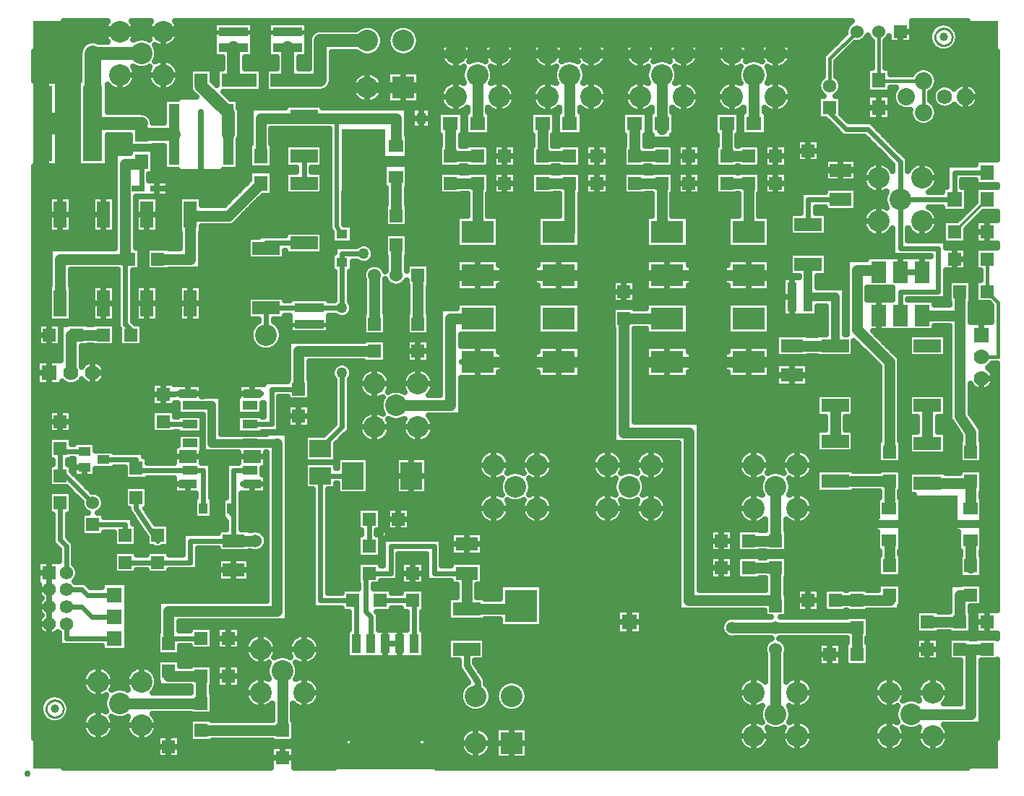
<source format=gtl>
*%FSLAX24Y24*%
*%MOIN*%
G01*
%ADD11C,0.0000*%
%ADD12C,0.0050*%
%ADD13C,0.0060*%
%ADD14C,0.0070*%
%ADD15C,0.0073*%
%ADD16C,0.0079*%
%ADD17C,0.0080*%
%ADD18C,0.0098*%
%ADD19C,0.0100*%
%ADD20C,0.0120*%
%ADD21C,0.0160*%
%ADD22C,0.0160*%
%ADD23C,0.0197*%
%ADD24C,0.0200*%
%ADD25C,0.0200*%
%ADD26C,0.0240*%
%ADD27C,0.0250*%
%ADD28C,0.0280*%
%ADD29C,0.0300*%
%ADD30C,0.0300*%
%ADD31C,0.0320*%
%ADD32C,0.0340*%
%ADD33C,0.0360*%
%ADD34C,0.0380*%
%ADD35C,0.0394*%
%ADD36C,0.0397*%
%ADD37C,0.0400*%
%ADD38C,0.0400*%
%ADD39C,0.0434*%
%ADD40C,0.0480*%
%ADD41C,0.0500*%
%ADD42C,0.0500*%
%ADD43C,0.0520*%
%ADD44C,0.0540*%
%ADD45C,0.0560*%
%ADD46C,0.0580*%
%ADD47C,0.0600*%
%ADD48C,0.0600*%
%ADD49C,0.0620*%
%ADD50C,0.0640*%
%ADD51C,0.0650*%
%ADD52C,0.0660*%
%ADD53C,0.0670*%
%ADD54C,0.0680*%
%ADD55C,0.0700*%
%ADD56C,0.0720*%
%ADD57C,0.0740*%
%ADD58C,0.0750*%
%ADD59C,0.0760*%
%ADD60C,0.0800*%
%ADD61C,0.0827*%
%ADD62C,0.0840*%
%ADD63C,0.0850*%
%ADD64C,0.0870*%
%ADD65C,0.0900*%
%ADD66C,0.1000*%
%ADD67C,0.1040*%
%ADD68C,0.1417*%
%ADD69C,0.1417*%
%ADD70C,0.1500*%
%ADD71C,0.1540*%
%ADD72C,0.2417*%
%ADD73C,0.2417*%
%ADD74R,0.0200X0.0200*%
%ADD75R,0.0200X0.0400*%
%ADD76R,0.0250X0.0300*%
%ADD77R,0.0300X0.0300*%
%ADD78R,0.0350X0.0550*%
%ADD79R,0.0350X0.0800*%
%ADD80R,0.0360X0.1300*%
%ADD81R,0.0400X0.0400*%
%ADD82R,0.0400X0.0500*%
%ADD83R,0.0400X0.1350*%
%ADD84R,0.0400X0.2700*%
%ADD85R,0.0420X0.0850*%
%ADD86R,0.0440X0.0540*%
%ADD87R,0.0440X0.1390*%
%ADD88R,0.0460X0.0890*%
%ADD89R,0.0500X0.0200*%
%ADD90R,0.0500X0.0400*%
%ADD91R,0.0500X0.0500*%
%ADD92R,0.0500X0.0500*%
%ADD93R,0.0500X0.0850*%
%ADD94R,0.0500X0.2800*%
%ADD95R,0.0540X0.0440*%
%ADD96R,0.0540X0.0890*%
%ADD97R,0.0540X0.1140*%
%ADD98R,0.0540X0.2840*%
%ADD99R,0.0550X0.0350*%
%ADD100R,0.0551X0.0394*%
%ADD101R,0.0551X0.1417*%
%ADD102R,0.0560X0.0320*%
%ADD103R,0.0591X0.0434*%
%ADD104R,0.0600X0.0280*%
%ADD105R,0.0600X0.0300*%
%ADD106R,0.0600X0.0360*%
%ADD107R,0.0600X0.0600*%
%ADD108R,0.0600X0.0600*%
%ADD109R,0.0600X0.0700*%
%ADD110R,0.0600X0.0900*%
%ADD111R,0.0600X0.1200*%
%ADD112R,0.0620X0.0620*%
%ADD113R,0.0640X0.0320*%
%ADD114R,0.0640X0.0340*%
%ADD115R,0.0640X0.0400*%
%ADD116R,0.0640X0.0640*%
%ADD117R,0.0640X0.0740*%
%ADD118R,0.0640X0.1240*%
%ADD119R,0.0650X0.0200*%
%ADD120R,0.0650X0.0300*%
%ADD121R,0.0650X0.0550*%
%ADD122R,0.0660X0.0660*%
%ADD123R,0.0700X0.0300*%
%ADD124R,0.0700X0.0340*%
%ADD125R,0.0700X0.0350*%
%ADD126R,0.0700X0.0600*%
%ADD127R,0.0700X0.0700*%
%ADD128R,0.0700X0.0700*%
%ADD129R,0.0700X0.1000*%
%ADD130R,0.0709X0.0394*%
%ADD131R,0.0740X0.0640*%
%ADD132R,0.0740X0.0740*%
%ADD133R,0.0740X0.1040*%
%ADD134R,0.0749X0.0434*%
%ADD135R,0.0750X0.0300*%
%ADD136R,0.0750X0.0400*%
%ADD137R,0.0750X0.0550*%
%ADD138R,0.0750X0.0800*%
%ADD139R,0.0760X0.0760*%
%ADD140R,0.0800X0.0350*%
%ADD141R,0.0800X0.0550*%
%ADD142R,0.0800X0.3400*%
%ADD143R,0.0827X0.0394*%
%ADD144R,0.0827X0.0591*%
%ADD145R,0.0867X0.0434*%
%ADD146R,0.0867X0.0631*%
%ADD147R,0.0900X0.0900*%
%ADD148R,0.0900X0.3500*%
%ADD149R,0.0940X0.3540*%
%ADD150R,0.0950X0.1200*%
%ADD151R,0.0960X0.0540*%
%ADD152R,0.0960X0.1220*%
%ADD153R,0.0984X0.1260*%
%ADD154R,0.1000X0.0600*%
%ADD155R,0.1000X0.0800*%
%ADD156R,0.1000X0.1000*%
%ADD157R,0.1000X0.1000*%
%ADD158R,0.1000X0.1200*%
%ADD159R,0.1000X0.1250*%
%ADD160R,0.1040X0.0640*%
%ADD161R,0.1040X0.0840*%
%ADD162R,0.1040X0.1040*%
%ADD163R,0.1040X0.1290*%
%ADD164R,0.1102X0.0394*%
%ADD165R,0.1200X0.0600*%
%ADD166R,0.1200X0.1200*%
%ADD167R,0.1250X0.0600*%
%ADD168R,0.1250X0.0800*%
%ADD169R,0.1250X0.1250*%
%ADD170R,0.1260X0.0591*%
%ADD171R,0.1290X0.0640*%
%ADD172R,0.1300X0.0631*%
%ADD173R,0.1300X0.0360*%
%ADD174R,0.1350X0.0400*%
%ADD175R,0.1390X0.0440*%
%ADD176R,0.1500X0.1000*%
%ADD177R,0.1500X0.1500*%
%ADD178R,0.1540X0.1040*%
%ADD179R,0.1540X0.1540*%
%ADD180R,0.1600X0.0200*%
%ADD181R,0.1600X0.2400*%
%ADD182R,0.1700X0.1700*%
%ADD183R,0.1900X0.1900*%
%ADD184R,0.2000X0.2000*%
%ADD185R,0.2100X0.2100*%
%ADD186R,0.2200X0.2200*%
%ADD187R,0.2300X0.2300*%
%ADD188R,0.2500X0.0500*%
%ADD189R,0.2750X0.0500*%
%ADD190R,0.3000X0.3000*%
%ADD191R,0.3300X0.2750*%
%ADD192R,0.3340X0.2790*%
%ADD193R,0.3700X0.3700*%
%ADD194R,0.4250X0.0750*%
%ADD195R,0.4290X0.0790*%
D18*
X70934Y64220D02*
X70932Y64187D01*
X70928Y64154D01*
X70921Y64122D01*
X70912Y64091D01*
X70900Y64060D01*
X70885Y64030D01*
X70868Y64002D01*
X70849Y63975D01*
X70827Y63950D01*
X70803Y63927D01*
X70778Y63906D01*
X70751Y63888D01*
X70722Y63871D01*
X70693Y63857D01*
X70662Y63846D01*
X70630Y63837D01*
X70598Y63831D01*
X70565Y63827D01*
X70532Y63826D01*
X70499Y63828D01*
X70466Y63833D01*
X70434Y63841D01*
X70403Y63851D01*
X70372Y63864D01*
X70343Y63879D01*
X70315Y63897D01*
X70289Y63917D01*
X70265Y63939D01*
X70242Y63963D01*
X70221Y63989D01*
X70203Y64016D01*
X70187Y64045D01*
X70174Y64075D01*
X70163Y64106D01*
X70155Y64138D01*
X70149Y64171D01*
X70147Y64204D01*
Y64236D01*
X70149Y64269D01*
X70155Y64302D01*
X70163Y64334D01*
X70174Y64365D01*
X70187Y64395D01*
X70203Y64424D01*
X70221Y64451D01*
X70242Y64477D01*
X70265Y64501D01*
X70289Y64523D01*
X70315Y64543D01*
X70343Y64561D01*
X70372Y64576D01*
X70403Y64589D01*
X70434Y64599D01*
X70466Y64607D01*
X70499Y64612D01*
X70532Y64614D01*
X70565Y64613D01*
X70598Y64609D01*
X70630Y64603D01*
X70662Y64594D01*
X70693Y64583D01*
X70722Y64569D01*
X70751Y64552D01*
X70778Y64534D01*
X70803Y64513D01*
X70827Y64490D01*
X70849Y64465D01*
X70868Y64438D01*
X70885Y64410D01*
X70900Y64380D01*
X70912Y64349D01*
X70921Y64318D01*
X70928Y64286D01*
X70932Y64253D01*
X70934Y64220D01*
X29934Y33220D02*
X29932Y33187D01*
X29928Y33154D01*
X29921Y33122D01*
X29912Y33091D01*
X29900Y33060D01*
X29885Y33030D01*
X29868Y33002D01*
X29849Y32975D01*
X29827Y32950D01*
X29803Y32927D01*
X29778Y32906D01*
X29751Y32888D01*
X29722Y32871D01*
X29693Y32857D01*
X29662Y32846D01*
X29630Y32837D01*
X29598Y32831D01*
X29565Y32827D01*
X29532Y32826D01*
X29499Y32828D01*
X29466Y32833D01*
X29434Y32841D01*
X29403Y32851D01*
X29372Y32864D01*
X29343Y32879D01*
X29315Y32897D01*
X29289Y32917D01*
X29265Y32939D01*
X29242Y32963D01*
X29221Y32989D01*
X29203Y33016D01*
X29187Y33045D01*
X29174Y33075D01*
X29163Y33106D01*
X29155Y33138D01*
X29149Y33171D01*
X29147Y33204D01*
Y33236D01*
X29149Y33269D01*
X29155Y33302D01*
X29163Y33334D01*
X29174Y33365D01*
X29187Y33395D01*
X29203Y33424D01*
X29221Y33451D01*
X29242Y33477D01*
X29265Y33501D01*
X29289Y33523D01*
X29315Y33543D01*
X29343Y33561D01*
X29372Y33576D01*
X29403Y33589D01*
X29434Y33599D01*
X29466Y33607D01*
X29499Y33612D01*
X29532Y33614D01*
X29565Y33613D01*
X29598Y33609D01*
X29630Y33603D01*
X29662Y33594D01*
X29693Y33583D01*
X29722Y33569D01*
X29751Y33552D01*
X29778Y33534D01*
X29803Y33513D01*
X29827Y33490D01*
X29849Y33465D01*
X29868Y33438D01*
X29885Y33410D01*
X29900Y33380D01*
X29912Y33349D01*
X29921Y33318D01*
X29928Y33286D01*
X29932Y33253D01*
X29934Y33220D01*
D20*
X71040Y55220D02*
X72540Y56720D01*
D22*
X65290Y63220D02*
X66540Y64470D01*
X65290Y63220D02*
Y61970D01*
X67540Y62198D02*
Y62220D01*
Y64470D01*
X69611Y62220D02*
Y62198D01*
Y62220D02*
Y60742D01*
X73040Y51970D02*
Y49470D01*
X72540Y52470D02*
Y53970D01*
Y52470D02*
X73040Y51970D01*
Y49470D02*
X72290D01*
X69611Y62198D02*
X67540D01*
D25*
X42540Y60570D02*
Y55470D01*
X42790Y55120D01*
X42540Y60570D02*
X41040D01*
D26*
X42790Y46220D02*
X41790Y45220D01*
X31034Y38470D02*
X30790Y38714D01*
Y37926D02*
X31246Y37470D01*
X31290Y42720D02*
X30290Y43720D01*
X30040Y43970D01*
X29790Y41014D02*
X30084Y40720D01*
X33040Y50720D02*
X32790Y50970D01*
X67040Y59970D02*
X68540Y58470D01*
X66040Y59970D02*
X65290Y60720D01*
X34290Y40970D02*
X33290Y42470D01*
X48963Y33803D02*
X49040Y33720D01*
X44120Y37470D02*
X43890Y37720D01*
X30084Y37139D02*
Y36470D01*
Y39501D02*
Y40720D01*
X31290Y42683D02*
Y42720D01*
X29790Y43970D02*
Y45220D01*
Y42720D02*
Y41014D01*
Y45094D02*
Y45220D01*
Y51920D02*
Y52070D01*
Y51970D02*
Y51920D01*
X32790Y41720D02*
Y41220D01*
X33290Y42470D02*
Y42970D01*
Y44320D02*
Y44470D01*
Y44720D01*
Y44320D02*
Y44220D01*
X33040Y50470D02*
Y50720D01*
X32790Y50970D02*
Y53970D01*
Y58220D02*
Y58370D01*
X34290Y41220D02*
Y40970D01*
X34540Y46346D02*
Y46470D01*
Y46344D01*
X33540Y58370D02*
Y58470D01*
Y57220D01*
X34790Y34970D02*
Y34720D01*
X35790Y39970D02*
Y40970D01*
X36390Y42470D02*
Y44220D01*
X35790Y55970D02*
Y56020D01*
X37790Y44220D02*
Y42470D01*
Y40970D01*
X37690Y42220D02*
Y42470D01*
X41040Y57470D02*
Y58720D01*
X40790Y48096D02*
Y47970D01*
X39540D02*
Y46346D01*
X41040Y60470D02*
Y60570D01*
X39290Y54720D02*
Y54470D01*
Y51720D02*
Y50470D01*
X42790Y53720D02*
Y53820D01*
Y53720D02*
Y51720D01*
Y53720D02*
Y54220D01*
X41790Y43970D02*
Y38220D01*
X42790Y46220D02*
Y48720D01*
X45040Y40720D02*
Y39470D01*
X43450Y38220D02*
Y36220D01*
X44040Y40720D02*
Y41970D01*
X44120Y37470D02*
Y36220D01*
X43890Y37720D02*
Y39470D01*
X47040D02*
Y40720D01*
X46130Y38220D02*
Y36220D01*
X64290Y55570D02*
Y56720D01*
X65290Y60720D02*
Y60970D01*
X68540Y52470D02*
Y51370D01*
Y56720D02*
Y58470D01*
Y56720D02*
Y54470D01*
X70290D02*
Y52470D01*
X71040Y56720D02*
Y57970D01*
X36290Y36470D02*
X34790D01*
X30790Y37926D02*
X30084D01*
X31246Y37470D02*
X32290D01*
Y36470D02*
X30084D01*
X47040Y39470D02*
X48540D01*
X45040D02*
X43890D01*
X30790Y38714D02*
X30084D01*
X31034Y38470D02*
X32290D01*
X44540Y38220D02*
X46040D01*
X46130D01*
X43450D02*
X43290D01*
X41790D01*
X45040Y40720D02*
X47040D01*
X38790Y40970D02*
X35790D01*
X37690D02*
X37790D01*
X35790Y39970D02*
X34290D01*
X32790D01*
Y41720D02*
X31290D01*
X37690Y42470D02*
X37790D01*
Y44220D02*
X38540D01*
X30040Y43970D02*
X29790D01*
X31790Y44720D02*
X33290D01*
X30924Y45094D02*
X29790D01*
X35784Y44220D02*
X35790D01*
X36390D01*
X35784D02*
X33290D01*
X41790Y43970D02*
X43290D01*
X35784Y46346D02*
X34540D01*
X38540D02*
X39540D01*
Y47970D02*
X40790D01*
X30540Y50470D02*
X30290D01*
X39290Y51720D02*
X41290D01*
X42790D01*
X68540Y52470D02*
X70290D01*
X32940Y53970D02*
X32790D01*
X39290Y54720D02*
X41040D01*
X68540Y54470D02*
X70290D01*
X43790Y54220D02*
X42790D01*
X33540Y57220D02*
X33390D01*
X64290Y56720D02*
X65790D01*
X68540D02*
X71040D01*
Y57970D02*
X72540D01*
X67040Y59970D02*
X66040D01*
D27*
X30790Y39202D02*
X30647Y39059D01*
X30429Y40577D02*
X30572Y40720D01*
X29445Y41157D02*
X29302Y41014D01*
X32427Y51095D02*
X32445Y51113D01*
X32427Y51095D02*
X32302Y50970D01*
X39635Y57393D02*
X39712Y57470D01*
X39635Y57393D02*
X39565Y57323D01*
X39137Y56895D02*
X38945Y56703D01*
X38687Y56445D01*
X38515Y56273D01*
X38015Y55773D01*
X37737Y55495D01*
X37540Y55298D01*
X38993Y58095D02*
X39040Y58142D01*
X38993Y58095D02*
X38943Y58045D01*
X38515Y57617D02*
X38015Y57117D01*
X37793Y56895D01*
X37343Y56445D01*
X68885Y58327D02*
X69028Y58470D01*
X67040Y60458D02*
X66897Y60315D01*
X68712Y49220D02*
X68515Y49023D01*
X66065Y50917D02*
X66015Y50867D01*
X66040Y59482D02*
X66183Y59625D01*
X66026Y63525D02*
X66454Y63952D01*
X66026Y63525D02*
X65595Y63094D01*
Y63956D02*
X66022Y64384D01*
X65595Y63956D02*
X65164Y63525D01*
X64985Y63346D01*
X64859Y63220D01*
X72015Y55792D02*
X72368Y56145D01*
X72015Y55792D02*
X71968Y55745D01*
X71615Y55392D01*
X71565Y55342D01*
X71792Y56375D02*
X72015Y56598D01*
X71792Y56375D02*
X71615Y56198D01*
X71565Y56148D01*
X71562Y56145D01*
X71385Y55968D01*
X71162Y55745D01*
X43278Y46220D02*
X43135Y46077D01*
X42933Y45875D01*
X42903Y45845D01*
X42565Y45507D01*
X42515Y45457D01*
X42277Y46195D02*
X42445Y46363D01*
X42277Y46195D02*
X41957Y45875D01*
X41927Y45845D01*
X72634Y51945D02*
X72735Y51844D01*
X30933Y39059D02*
X30790Y39202D01*
X30933Y39059D02*
X30947Y39045D01*
X31135Y38857D01*
X31177Y38815D01*
X30135Y43387D02*
X30077Y43445D01*
X30135Y43387D02*
X30277Y43245D01*
X30290Y43232D01*
X30315Y43207D01*
X30385Y43137D01*
X30423Y43099D01*
X30457Y43065D01*
X30765Y42757D01*
X30766Y42756D01*
X30778Y43720D02*
X30574Y43924D01*
X30778Y43720D02*
X30873Y43625D01*
X30945Y43553D01*
X31053Y43445D01*
X31253Y43245D01*
X31254Y43244D01*
X30385Y44113D02*
X30315Y44183D01*
X30385Y44113D02*
X30423Y44075D01*
X29302Y41014D02*
X29445Y40871D01*
X29647Y40669D01*
X29739Y40577D01*
X30227Y41065D02*
X30135Y41157D01*
X30227Y41065D02*
X30429Y40863D01*
X30572Y40720D01*
X32327Y50945D02*
X32302Y50970D01*
X32327Y50945D02*
X32445Y50827D01*
X32515Y50757D01*
X33135Y51113D02*
X33153Y51095D01*
X33183Y51065D01*
X33253Y50995D01*
X35919Y61599D02*
X35919Y61599D01*
X35919Y61599D02*
X36073Y61445D01*
X36815Y62187D02*
X37015Y61987D01*
X37307Y61695D02*
X37657Y61345D01*
X39040Y58142D02*
X39137Y58045D01*
X39565Y57617D02*
X39712Y57470D01*
X37540Y55298D02*
X37343Y55495D01*
X66897Y59625D02*
X67385Y59137D01*
X67707Y58815D01*
X67927Y58595D01*
X68195Y58327D01*
X67061Y60437D02*
X67040Y60458D01*
X67061Y60437D02*
X67103Y60395D01*
X67183Y60315D01*
X67385Y60113D01*
X67873Y59625D01*
X68065Y59433D01*
X68195Y59303D01*
X68683Y58815D01*
X68885Y58613D01*
X69028Y58470D01*
X66015Y50573D02*
X66065Y50523D01*
X66098Y50490D01*
X66395Y50193D02*
X66893Y49695D01*
X66965Y49623D01*
X67015Y49573D01*
X67043Y49545D01*
X67093Y49495D01*
X67139Y49450D01*
X67565Y49023D01*
X67441Y50490D02*
X67287Y50645D01*
X67441Y50490D02*
X67565Y50367D01*
X67687Y50245D01*
X67965Y49967D01*
X68115Y49817D01*
X68195Y49737D01*
X68237Y49695D01*
X68482Y49450D01*
X68515Y49417D01*
X68712Y49220D01*
X65147Y60375D02*
X65087Y60435D01*
X65147Y60375D02*
X65207Y60315D01*
X65635Y59887D01*
X65695Y59827D01*
X65825Y59697D01*
X65897Y59625D01*
X66027Y59495D01*
X66040Y59482D01*
X66063Y60435D02*
X65825Y60673D01*
X66063Y60435D02*
X66123Y60375D01*
X66183Y60315D01*
X64985Y63094D02*
X64859Y63220D01*
X43278Y46220D02*
X43135Y46363D01*
X42087Y55545D02*
X42087Y55546D01*
X42087Y55545D02*
X42215Y55366D01*
X42305Y55240D01*
X42315Y55226D01*
X42694Y54695D02*
X42714Y54667D01*
X42886Y55545D02*
X42865Y55574D01*
X40978Y59833D02*
X41302Y59995D01*
X41128Y61095D02*
X41352Y61207D01*
X40896Y59995D02*
X40978Y59833D01*
X41409Y61095D02*
X41352Y61207D01*
X34499Y40695D02*
X34394Y40625D01*
X32945Y42366D02*
X32892Y42445D01*
X32945Y42366D02*
X33105Y42125D01*
X33135Y42081D01*
X33145Y42065D01*
X33315Y41811D01*
X33359Y41745D01*
X33479Y41565D01*
X33605Y41375D01*
X33635Y41331D01*
X33765Y41136D01*
X34059Y40695D02*
X34105Y40625D01*
X34192Y40495D01*
X33765Y42379D02*
X33721Y42445D01*
X33765Y42379D02*
X33815Y42304D01*
X33935Y42125D01*
X33945Y42109D01*
X33975Y42065D01*
X34188Y41745D01*
X49479Y34312D02*
X49560Y34366D01*
X48165Y35106D02*
X48020Y35324D01*
X48165Y35106D02*
X48339Y34845D01*
X48612Y34437D01*
X49241Y34845D02*
X48915Y35334D01*
X49241Y34845D02*
X49390Y34621D01*
X49415Y34584D01*
X49560Y34366D01*
X70733Y46700D02*
X70815Y46576D01*
X70902Y46445D01*
X71036Y46245D01*
X71202Y45995D01*
X71265Y45901D01*
X71315Y45826D01*
X72044Y46445D02*
X71765Y46864D01*
X72044Y46445D02*
X72178Y46245D01*
X72265Y46114D01*
X72315Y46039D01*
X72449Y45838D01*
X44607Y37450D02*
X44465Y37319D01*
Y37605D02*
X44382Y37695D01*
X44465Y37605D02*
X44607Y37450D01*
X28790Y62195D02*
Y63383D01*
Y58245D02*
Y50995D01*
Y49945D02*
Y49295D01*
Y48145D02*
Y40036D01*
Y38541D02*
Y38099D01*
Y37753D02*
Y37312D01*
Y36966D02*
Y32057D01*
X29040Y62195D02*
Y63278D01*
Y58245D02*
Y56845D01*
Y55195D01*
Y54445D01*
Y53495D01*
Y52745D01*
Y52445D01*
Y51445D01*
Y51095D01*
Y49945D02*
Y49295D01*
Y48145D02*
Y46995D01*
Y45945D01*
Y45745D02*
Y44695D01*
Y44495D02*
Y43445D01*
Y43245D02*
Y42195D01*
Y40036D01*
Y36669D02*
Y33663D01*
Y32777D02*
Y32162D01*
X29290Y62195D02*
Y63245D01*
Y58245D02*
Y56845D01*
Y55195D02*
Y54445D01*
Y53495D01*
Y52745D01*
Y49945D02*
Y49295D01*
Y48145D02*
Y46995D01*
Y42195D02*
Y40669D01*
Y40036D01*
Y36604D02*
Y33839D01*
Y32601D02*
Y32195D01*
X29445Y44495D02*
Y44695D01*
Y42195D02*
Y41157D01*
Y41065D01*
Y40871D01*
Y40669D01*
X29315Y53495D02*
Y54445D01*
Y53495D02*
Y52745D01*
X29445Y44695D02*
Y44624D01*
X28565Y62195D02*
Y63568D01*
Y58245D02*
Y50995D01*
Y49945D01*
Y49295D01*
Y48145D01*
Y40036D01*
Y38966D01*
Y31872D01*
X29265Y45565D02*
Y45745D01*
Y45565D02*
Y45439D01*
Y44749D01*
Y44695D01*
Y44570D01*
Y45945D02*
Y46995D01*
Y45945D02*
Y45820D01*
Y52445D02*
Y52745D01*
Y52445D02*
Y52415D01*
Y52315D01*
Y51575D01*
Y51445D01*
Y51095D01*
Y50995D01*
Y55195D02*
Y56845D01*
X28765Y50995D02*
Y49945D01*
X28715Y49295D02*
Y48145D01*
X29265Y43245D02*
Y43065D01*
Y42195D01*
Y42070D01*
Y44315D02*
Y44495D01*
Y44315D02*
Y43625D01*
Y43445D01*
Y43320D01*
X28761Y40036D02*
Y38966D01*
X29296D02*
Y39501D01*
Y40036D01*
Y37139D02*
Y36604D01*
Y37139D02*
Y37674D01*
Y37926D02*
Y37391D01*
Y37926D02*
Y38461D01*
X29296Y38714D02*
Y38179D01*
Y38714D02*
Y39249D01*
X29290Y32195D02*
Y31220D01*
Y48145D02*
Y48720D01*
Y49295D01*
Y49945D02*
Y50470D01*
Y50995D01*
Y63245D02*
Y64220D01*
X28990Y60220D02*
Y58245D01*
Y60220D02*
Y62195D01*
X29540D02*
Y63278D01*
Y58245D02*
Y56845D01*
Y55195D02*
Y54445D01*
Y49945D02*
Y49295D01*
Y48145D02*
Y46995D01*
Y40669D02*
Y40036D01*
Y36663D02*
Y36125D01*
Y33888D01*
Y32552D02*
Y32162D01*
X29790Y62195D02*
Y63383D01*
Y62195D02*
Y58245D01*
Y56845D01*
Y55195D02*
Y54445D01*
Y49945D02*
Y49295D01*
Y48145D02*
Y46995D01*
Y36125D02*
Y33839D01*
Y32601D02*
Y32057D01*
X30040Y56845D02*
Y63597D01*
Y55195D02*
Y54445D01*
Y48145D02*
Y46995D01*
Y36125D02*
Y33663D01*
Y32777D02*
Y31843D01*
X30290Y56845D02*
Y64945D01*
Y55195D02*
Y54445D01*
Y53495D02*
Y52745D01*
Y48145D02*
Y46995D01*
Y42195D02*
Y41065D01*
Y36125D02*
Y30495D01*
X30540Y62195D02*
Y64945D01*
Y62195D02*
Y58245D01*
Y56845D01*
Y55195D01*
Y54445D01*
Y53495D02*
Y52745D01*
Y52445D01*
Y51445D01*
Y51095D01*
Y48202D02*
Y46995D01*
Y45945D01*
Y42982D02*
Y42245D01*
Y42195D02*
Y41195D01*
Y41065D02*
Y40752D01*
Y40688D02*
Y39780D01*
Y36125D02*
Y30495D01*
X30790Y63802D02*
Y64945D01*
Y58245D02*
Y54445D01*
Y53495D02*
Y50995D01*
Y49945D02*
Y49004D01*
Y48245D02*
Y45516D01*
Y41195D02*
Y39202D01*
Y36125D02*
Y30495D01*
X31040Y64015D02*
Y64945D01*
Y58245D02*
Y56845D01*
Y55195D01*
Y54445D01*
Y53495D02*
Y52745D01*
Y51095D01*
Y49945D02*
Y49238D01*
Y48202D02*
Y45516D01*
Y43924D02*
Y43458D01*
Y41195D02*
Y39059D01*
Y36125D02*
Y34995D01*
Y33945D02*
Y32995D01*
Y31945D02*
Y30495D01*
X31290Y64070D02*
Y64945D01*
Y58245D02*
Y56845D01*
Y55195D02*
Y54445D01*
Y53495D02*
Y52745D01*
Y49945D02*
Y49295D01*
Y48145D02*
Y45516D01*
Y43924D02*
Y43245D01*
Y41195D02*
Y39059D01*
Y36125D02*
Y35151D01*
Y33789D02*
Y33151D01*
Y31789D02*
Y30495D01*
X29739Y36125D02*
Y36730D01*
Y36125D02*
Y36000D01*
X30429Y40863D02*
Y41065D01*
Y40863D02*
Y40669D01*
Y40577D01*
Y39910D01*
X29739Y40036D02*
Y40577D01*
X30135Y44672D02*
Y44695D01*
Y44672D02*
Y44495D01*
Y42195D02*
Y41157D01*
X30265Y52745D02*
Y53495D01*
X30765Y49945D02*
Y49044D01*
Y48396D02*
Y48245D01*
X29815Y50945D02*
Y50995D01*
Y50945D02*
Y50815D01*
Y50125D01*
Y49995D01*
Y49945D01*
Y49295D01*
Y48145D02*
Y48120D01*
X30690Y62195D02*
Y63470D01*
X31135Y39059D02*
Y38857D01*
X30385Y44113D02*
Y44315D01*
X30065Y50945D02*
Y50995D01*
X30615Y58245D02*
Y62195D01*
X29665D02*
Y58245D01*
X30765Y42338D02*
Y42245D01*
Y42065D01*
Y41375D01*
Y41195D01*
X30423Y44695D02*
Y44749D01*
Y44695D02*
Y44672D01*
Y44495D01*
Y44315D01*
Y44075D01*
Y45516D02*
Y45565D01*
Y45516D02*
Y45439D01*
Y44672D02*
Y44547D01*
X30315Y45565D02*
Y45745D01*
Y45565D02*
Y45516D01*
Y45439D01*
Y44749D02*
Y44695D01*
Y44672D01*
Y44570D01*
Y45945D02*
Y46995D01*
Y45945D02*
Y45820D01*
Y52445D02*
Y52745D01*
Y52445D02*
Y52415D01*
Y52315D01*
Y51575D01*
Y51445D01*
Y51095D01*
Y50995D01*
X31265Y51095D02*
Y52745D01*
Y51095D02*
Y50995D01*
Y50970D01*
X30315Y55195D02*
Y56845D01*
X31265D02*
Y55195D01*
Y50995D02*
Y50945D01*
Y49995D02*
Y49945D01*
Y49820D01*
X29815Y50995D02*
Y51095D01*
Y49945D02*
Y49820D01*
X31065Y50995D02*
Y51095D01*
Y50995D02*
Y50945D01*
Y49995D02*
Y49945D01*
X30015Y50995D02*
Y51095D01*
Y50995D02*
Y50945D01*
X29865Y48333D02*
Y48245D01*
Y48145D01*
X30315Y43207D02*
Y43065D01*
Y42195D01*
Y42070D01*
Y44315D02*
Y44495D01*
Y44315D02*
Y44183D01*
X31290Y48145D02*
Y48720D01*
Y49295D01*
X29790Y55195D02*
Y56020D01*
Y56845D01*
Y46470D02*
Y45945D01*
Y46470D02*
Y46995D01*
X30924Y44346D02*
Y43845D01*
X31540Y64015D02*
Y64945D01*
Y58245D02*
Y56845D01*
Y55195D02*
Y54445D01*
Y53495D02*
Y52745D01*
Y49945D02*
Y49238D01*
Y48202D02*
Y45516D01*
Y45439D02*
Y45142D01*
Y44298D02*
Y43924D01*
Y43182D01*
Y41195D02*
Y39045D01*
Y35895D02*
Y35195D01*
Y33745D02*
Y33195D01*
Y31745D02*
Y30495D01*
X31790Y63995D02*
Y64945D01*
Y58245D02*
Y56845D01*
Y55195D02*
Y54445D01*
Y53495D02*
Y52745D01*
Y49945D02*
Y49004D01*
Y48436D02*
Y45142D01*
Y44298D02*
Y43065D01*
Y41195D02*
Y39045D01*
Y35895D02*
Y35151D01*
Y33789D02*
Y33151D01*
Y31789D02*
Y30495D01*
X32040Y60745D02*
Y61945D01*
Y59695D02*
Y58845D01*
Y58695D02*
Y58245D01*
Y57895D01*
Y56845D01*
Y55195D02*
Y54445D01*
Y53495D02*
Y52745D01*
Y49945D02*
Y45142D01*
Y44298D02*
Y42245D01*
Y41195D02*
Y40695D01*
Y40495D02*
Y39445D01*
Y39045D01*
Y35895D02*
Y34995D01*
Y31945D02*
Y30495D01*
X32290Y60745D02*
Y61789D01*
Y59695D02*
Y58845D01*
Y58695D02*
Y57895D01*
Y57875D02*
Y56845D01*
Y55195D02*
Y54495D01*
Y53445D02*
Y52745D01*
Y49945D02*
Y45142D01*
Y44298D02*
Y42065D01*
Y39445D02*
Y39045D01*
Y35895D02*
Y34151D01*
Y32789D02*
Y30495D01*
X32540Y60745D02*
Y61745D01*
Y59695D02*
Y58845D01*
Y49945D02*
Y45142D01*
Y44298D02*
Y43795D01*
Y43495D01*
Y42445D01*
Y42065D01*
Y39445D02*
Y39045D01*
Y35895D02*
Y34195D01*
Y32745D02*
Y30495D01*
X32790Y60745D02*
Y61789D01*
Y59695D02*
Y59145D01*
Y49945D02*
Y45065D01*
Y43795D02*
Y43495D01*
Y42445D02*
Y42125D01*
Y39445D02*
Y39045D01*
Y35895D02*
Y34151D01*
Y32789D02*
Y30495D01*
X33040Y60745D02*
Y61945D01*
Y49945D02*
Y45065D01*
Y43795D02*
Y43495D01*
Y39445D02*
Y39045D01*
Y38045D01*
Y37895D02*
Y37045D01*
Y36895D02*
Y35895D01*
Y34995D01*
Y31945D02*
Y30495D01*
X33290Y64151D02*
Y64945D01*
Y62789D02*
Y60745D01*
Y55195D02*
Y54495D01*
Y53445D02*
Y52745D01*
Y49945D02*
Y45065D01*
Y43795D02*
Y43495D01*
Y39445D02*
Y35151D01*
Y31789D02*
Y30495D01*
X33135Y42065D02*
Y42081D01*
Y42065D02*
Y41745D01*
X32945Y42366D02*
Y42445D01*
Y42366D02*
Y42125D01*
Y42065D01*
Y43750D02*
Y43795D01*
X33135Y52745D02*
Y53445D01*
Y52745D02*
Y51113D01*
X32445Y53445D02*
Y53495D01*
Y53445D02*
Y52745D01*
Y51113D01*
Y51095D01*
Y51065D01*
Y50995D01*
Y50945D01*
Y50827D01*
Y50625D01*
X33265Y55195D02*
Y56845D01*
Y55195D02*
Y54495D01*
Y53445D02*
Y53370D01*
X32315Y58695D02*
Y58715D01*
Y58695D02*
Y57895D01*
Y57875D01*
Y56845D01*
Y55195D01*
Y54495D01*
Y54445D01*
Y53495D02*
Y53445D01*
Y53370D01*
X32265Y50995D02*
Y50945D01*
Y49995D02*
Y49945D01*
X32315Y58715D02*
Y58845D01*
Y57875D02*
Y57770D01*
X33015Y59045D02*
Y59145D01*
Y59045D02*
Y58845D01*
Y59145D02*
Y59695D01*
Y59045D02*
Y59020D01*
X31965Y60745D02*
Y62028D01*
Y59695D02*
Y58245D01*
X33315Y41811D02*
Y41745D01*
Y41375D01*
Y40875D01*
Y40695D01*
Y40570D01*
X32265Y40875D02*
Y41375D01*
Y40875D02*
Y40695D01*
Y40570D01*
X33315Y40495D02*
Y40315D01*
Y39625D02*
Y39445D01*
Y39320D01*
X32265Y40315D02*
Y40495D01*
Y40315D02*
Y39625D01*
Y39445D01*
Y39320D01*
X31815Y42245D02*
Y42338D01*
Y42245D02*
Y42065D01*
Y41375D02*
Y41195D01*
X31424Y43924D02*
Y44298D01*
Y43924D02*
Y43799D01*
X32291Y45065D02*
Y45142D01*
Y44375D02*
Y44298D01*
X31424Y45439D02*
Y45516D01*
Y45439D02*
Y45142D01*
X32415Y53445D02*
Y53495D01*
X33265Y52745D02*
Y51095D01*
Y51065D01*
Y50995D01*
X32315Y51095D02*
Y52745D01*
Y51095D02*
Y50995D01*
Y50983D01*
Y50970D01*
Y55070D02*
Y55195D01*
X33265D02*
Y55070D01*
X32515Y50757D02*
Y50625D01*
Y50125D01*
Y49995D01*
Y49945D01*
X32315Y50957D02*
Y50983D01*
Y50957D02*
Y50945D01*
Y50625D01*
Y49995D01*
Y49945D01*
Y49820D01*
X32765Y43495D02*
Y43315D01*
Y42445D01*
Y42320D01*
Y44125D02*
Y44375D01*
Y44125D02*
Y43975D01*
Y43875D01*
Y43795D01*
X32865Y37125D02*
Y37045D01*
Y36895D01*
Y36815D01*
Y36125D01*
Y35895D01*
Y35770D01*
X31715Y35895D02*
Y36125D01*
Y35895D02*
Y35770D01*
X32865Y38045D02*
Y38125D01*
Y38045D02*
Y37895D01*
Y37815D01*
Y37125D01*
Y36815D02*
Y36770D01*
Y38815D02*
Y39045D01*
Y38815D02*
Y38125D01*
Y37815D02*
Y37770D01*
X31715Y38815D02*
Y39045D01*
X31540Y34470D02*
Y33745D01*
Y34470D02*
Y35195D01*
Y32470D02*
Y31745D01*
Y32470D02*
Y33195D01*
X31790Y55195D02*
Y56020D01*
Y56845D01*
Y51920D02*
Y51095D01*
Y51920D02*
Y52745D01*
X32540Y61745D02*
Y62470D01*
X33540Y64195D02*
Y64945D01*
Y62745D02*
Y60745D01*
Y55195D02*
Y54495D01*
Y54315D02*
Y53625D01*
Y53445D02*
Y52745D01*
Y49945D02*
Y45065D01*
Y43795D02*
Y43495D01*
Y41473D02*
Y40695D01*
Y39445D02*
Y35195D01*
Y31745D02*
Y30495D01*
X33790Y64151D02*
Y64945D01*
Y62789D02*
Y60745D01*
Y55195D02*
Y54495D01*
Y53445D02*
Y52745D01*
Y50995D02*
Y49945D01*
Y48245D01*
Y47195D01*
Y46995D02*
Y45945D01*
Y45065D01*
Y43795D02*
Y43495D01*
Y39445D02*
Y35151D01*
Y31789D02*
Y30495D01*
X34040Y60380D02*
Y61945D01*
Y57895D02*
Y57595D01*
Y55195D02*
Y54495D01*
Y53445D02*
Y52745D01*
Y51095D02*
Y48245D01*
Y45945D02*
Y44845D01*
Y44565D01*
Y43795D02*
Y43495D01*
Y42445D01*
Y41967D01*
Y39445D02*
Y38195D01*
Y37245D01*
Y36745D01*
Y35745D01*
Y35495D02*
Y35195D01*
Y31945D02*
Y30945D01*
Y30495D01*
X34290Y63151D02*
Y63789D01*
Y61789D02*
Y61345D01*
Y60295D01*
Y58845D02*
Y58095D01*
Y57895D02*
Y57595D01*
Y55195D02*
Y54495D01*
Y53445D02*
Y52745D01*
Y51095D02*
Y48245D01*
Y45945D02*
Y44565D01*
Y43875D02*
Y41745D01*
Y39445D02*
Y38195D01*
Y37245D01*
Y36815D01*
Y34245D02*
Y33945D01*
Y32995D02*
Y31995D01*
Y30945D02*
Y30495D01*
X34540Y63195D02*
Y63745D01*
Y61745D02*
Y61345D01*
Y60245D01*
Y59195D02*
Y58095D01*
Y57595D01*
Y56845D02*
Y55195D01*
Y54495D01*
Y53445D02*
Y52745D01*
Y51095D01*
Y48245D01*
Y45945D02*
Y44565D01*
Y43875D02*
Y41745D01*
Y39445D02*
Y38195D01*
Y34245D02*
Y33945D01*
Y32995D02*
Y31995D01*
Y30945D02*
Y30495D01*
X34790Y63151D02*
Y63789D01*
Y61789D02*
Y61345D01*
Y58095D02*
Y57595D01*
Y56845D01*
Y54495D01*
Y53445D02*
Y48245D01*
Y45945D02*
Y45370D01*
Y44565D01*
Y43875D02*
Y43168D01*
Y41745D01*
Y39445D02*
Y38195D01*
Y34245D02*
Y33945D01*
Y32995D02*
Y31995D01*
Y30945D02*
Y30495D01*
X35040Y62995D02*
Y63945D01*
Y61945D02*
Y61445D01*
Y57995D02*
Y57595D01*
Y56845D01*
Y56495D01*
Y56445D02*
Y55495D01*
Y55195D01*
Y54495D01*
Y53445D02*
Y52745D01*
Y51095D01*
Y48245D01*
Y45902D02*
Y45370D01*
Y45058D01*
Y44642D01*
Y43798D02*
Y43168D01*
Y41745D01*
Y40695D01*
Y39445D02*
Y38195D01*
Y34245D02*
Y33945D01*
Y32995D02*
Y31995D01*
Y30945D02*
Y30495D01*
X35290Y61445D02*
Y64945D01*
Y57995D02*
Y56845D01*
Y55195D02*
Y54445D01*
Y53495D02*
Y52745D01*
Y51095D02*
Y48245D01*
Y43168D02*
Y41315D01*
Y40625D01*
Y40315D01*
Y39625D02*
Y38195D01*
Y37245D02*
Y36815D01*
Y34245D02*
Y33945D01*
Y32995D02*
Y31995D01*
Y30945D02*
Y30495D01*
X33635Y44845D02*
Y45065D01*
Y43795D02*
Y43750D01*
X33385Y51065D02*
Y51095D01*
Y51065D02*
Y50995D01*
X35265Y37245D02*
Y36815D01*
Y35745D02*
Y35695D01*
X34315Y37245D02*
Y38195D01*
Y37245D02*
Y36815D01*
Y36745D01*
Y35745D02*
Y35695D01*
X34635Y40625D02*
Y40695D01*
X33945D02*
Y40625D01*
X34195Y45874D02*
Y45945D01*
X33885Y57595D02*
Y57895D01*
X35315Y55195D02*
Y54445D01*
Y53495D02*
Y53370D01*
X34315Y34445D02*
Y34375D01*
Y34245D01*
X34195Y45876D02*
Y45945D01*
X33815Y54445D02*
Y54495D01*
Y53495D02*
Y53445D01*
X35215Y61345D02*
Y61445D01*
Y58095D02*
Y57995D01*
X34765Y57595D02*
Y56845D01*
X34565Y60245D02*
Y61345D01*
Y59195D02*
Y58095D01*
X34065Y59045D02*
Y59145D01*
Y59045D02*
Y58845D01*
Y58815D01*
Y58025D01*
Y57895D01*
Y57770D01*
Y60245D02*
Y60295D01*
Y59195D02*
Y59145D01*
Y59045D02*
Y59020D01*
X34815Y54495D02*
Y54445D01*
Y53495D02*
Y53445D01*
X33765Y54445D02*
Y54495D01*
Y54445D02*
Y53495D01*
Y53445D01*
X33465Y54445D02*
Y54495D01*
Y54445D02*
Y54315D01*
Y53625D01*
Y53495D01*
Y53445D01*
X35265Y56495D02*
Y56845D01*
Y56495D02*
Y56445D01*
Y56365D01*
Y55625D01*
Y55495D01*
Y55195D01*
X34315Y52745D02*
Y51095D01*
Y55195D02*
Y56845D01*
X35265Y52745D02*
Y51095D01*
X33565D02*
Y51065D01*
Y50995D01*
Y50125D01*
Y49945D01*
X33815Y43495D02*
Y43315D01*
Y42445D01*
Y42320D01*
Y44815D02*
Y44845D01*
Y44815D02*
Y44665D01*
Y44565D01*
Y43875D02*
Y43795D01*
X35065Y48185D02*
Y48245D01*
Y47341D02*
Y47195D01*
Y47070D01*
X34015Y47195D02*
Y48245D01*
Y47195D02*
Y47070D01*
X35065Y46995D02*
Y46815D01*
Y46790D01*
Y46787D01*
Y46768D01*
Y46691D01*
Y46001D02*
Y45999D01*
Y45945D01*
Y45924D01*
Y45902D01*
Y45820D01*
X34015Y46815D02*
Y46995D01*
Y46815D02*
Y46691D01*
Y46001D01*
Y45999D01*
Y45945D01*
Y45820D01*
X35205Y47195D02*
Y47341D01*
Y47195D02*
Y46995D01*
Y46790D01*
Y46787D01*
Y46768D01*
Y46691D01*
Y46001D02*
Y45945D01*
Y45924D01*
Y45902D01*
Y45799D01*
X35205Y45945D02*
Y46001D01*
Y45945D02*
Y45924D01*
Y45902D01*
Y45370D01*
X35047Y43875D02*
Y43798D01*
Y43168D01*
Y48185D02*
Y48245D01*
Y45370D02*
Y45058D01*
Y44642D01*
Y44565D01*
X34815Y40495D02*
Y40315D01*
Y39625D02*
Y39445D01*
Y39320D01*
X33765Y40315D02*
Y40495D01*
Y39625D02*
Y39445D01*
Y39320D01*
X34815Y41565D02*
Y41745D01*
Y41565D02*
Y40695D01*
Y40625D01*
Y40570D01*
X33765Y40695D02*
Y41136D01*
Y40695D02*
Y40625D01*
Y40570D01*
X35315Y35495D02*
Y35315D01*
Y35195D01*
X34265Y35315D02*
Y35495D01*
Y35315D02*
Y35195D01*
Y34470D01*
Y34445D01*
Y34375D01*
Y34320D01*
X35315Y35745D02*
Y36125D01*
Y35745D02*
Y35695D01*
Y35570D01*
X34265Y36745D02*
Y36815D01*
Y36745D02*
Y36125D01*
Y35745D01*
Y35695D01*
Y35570D01*
X35315Y31995D02*
Y30945D01*
X34265D02*
Y31995D01*
X33540Y31745D02*
Y32470D01*
Y34470D02*
Y35195D01*
X34790Y31470D02*
Y30945D01*
Y31470D02*
Y31995D01*
X34540Y47195D02*
Y47720D01*
Y48245D01*
X33790Y55195D02*
Y56020D01*
Y51920D02*
Y51095D01*
Y51920D02*
Y52745D01*
X34240Y56845D02*
Y57220D01*
Y57595D01*
X34540Y63745D02*
Y64470D01*
Y62470D02*
Y61745D01*
Y62470D02*
Y63195D01*
X35540Y62745D02*
Y64945D01*
Y62745D02*
Y61695D01*
Y61445D01*
Y57995D02*
Y56845D01*
Y53495D02*
Y52745D01*
Y51095D02*
Y48185D01*
Y43168D02*
Y41315D01*
Y39625D02*
Y38195D01*
Y37245D02*
Y36995D01*
Y35495D02*
Y35245D01*
Y32695D02*
Y31995D01*
Y31745D01*
Y31695D02*
Y30945D01*
Y30495D01*
X35790Y62745D02*
Y64945D01*
Y61695D02*
Y61445D01*
Y57995D02*
Y56845D01*
Y53495D02*
Y52745D01*
Y51095D02*
Y48185D01*
Y42945D02*
Y42125D01*
Y41995D02*
Y41315D01*
Y39625D02*
Y38195D01*
Y37245D02*
Y36995D01*
Y35945D02*
Y35245D01*
Y31695D02*
Y30495D01*
X36040Y62745D02*
Y64945D01*
Y57995D02*
Y56845D01*
Y53495D02*
Y52745D01*
Y51095D02*
Y48185D01*
Y41995D02*
Y41315D01*
Y39625D02*
Y38195D01*
Y37245D02*
Y36995D01*
Y35945D02*
Y35245D01*
Y31695D02*
Y30495D01*
X36290Y62745D02*
Y64945D01*
Y57995D02*
Y56845D01*
Y55195D02*
Y54445D01*
Y53495D01*
Y52745D01*
Y51095D02*
Y48185D01*
Y41995D02*
Y41315D01*
Y40625D02*
Y40315D01*
Y39625D01*
Y38195D01*
Y37245D02*
Y36995D01*
Y35945D02*
Y35245D01*
Y31695D02*
Y30495D01*
X36540Y62745D02*
Y64945D01*
Y57995D02*
Y56845D01*
Y56495D01*
Y55495D02*
Y55195D01*
Y54445D01*
Y53495D01*
Y52745D01*
Y51095D01*
Y48185D01*
Y47645D01*
Y45045D02*
Y44642D01*
Y41995D02*
Y41315D01*
Y40625D02*
Y38195D01*
Y37245D02*
Y36995D01*
Y35945D02*
Y35245D01*
Y31695D02*
Y30495D01*
X36790Y64145D02*
Y64895D01*
Y64045D02*
Y63295D01*
Y62745D01*
Y57995D02*
Y56445D01*
Y55495D02*
Y47645D01*
Y45045D02*
Y44565D01*
Y43875D01*
Y42945D01*
Y41995D02*
Y41495D01*
Y40445D02*
Y40145D01*
Y39095D01*
Y38195D01*
Y37245D02*
Y36995D01*
Y35945D02*
Y35245D01*
Y31695D02*
Y30495D01*
X37040Y62745D02*
Y63295D01*
Y57995D02*
Y56445D01*
Y55495D02*
Y47645D01*
Y45045D02*
Y42945D01*
Y41995D01*
Y41495D01*
Y40445D02*
Y40145D01*
Y39095D01*
Y38195D01*
Y37245D02*
Y36995D01*
Y35945D02*
Y35245D01*
Y33945D02*
Y32995D01*
Y31695D02*
Y30495D01*
X36135Y40315D02*
Y40625D01*
Y40315D02*
Y39625D01*
X35445Y40625D02*
Y41315D01*
Y40625D02*
Y40315D01*
X36735Y43875D02*
Y44565D01*
Y43875D02*
Y42945D01*
X36045D02*
Y43168D01*
X36265Y54445D02*
Y55195D01*
Y54445D02*
Y53495D01*
Y53370D01*
X36815Y62187D02*
Y62220D01*
X35765Y62220D02*
Y62220D01*
Y62220D02*
Y61970D01*
Y61970D01*
Y61845D01*
X37215Y47645D02*
Y47637D01*
Y46787D01*
Y45895D01*
Y45045D02*
Y44920D01*
X36365Y47637D02*
Y47645D01*
Y46787D02*
Y46768D01*
Y46691D01*
Y46001D01*
Y45924D01*
Y45902D01*
Y45895D01*
Y45370D01*
Y45058D01*
Y45045D01*
X36765Y35245D02*
Y35195D01*
Y34245D02*
Y34195D01*
Y33995D01*
Y33945D01*
Y32995D02*
Y32945D01*
X35815Y35195D02*
Y35245D01*
Y34245D02*
Y34195D01*
Y33995D01*
Y33945D01*
Y32995D02*
Y32945D01*
X37265Y62745D02*
Y63295D01*
X36765Y32945D02*
Y32870D01*
X35815Y32745D02*
Y32695D01*
Y31745D02*
Y31695D01*
Y31620D01*
X37065Y41445D02*
Y41495D01*
Y41445D02*
Y41315D01*
Y40625D02*
Y40495D01*
Y40445D01*
Y40370D01*
X36129Y46768D02*
Y46787D01*
Y45924D02*
Y45902D01*
X37215Y46662D02*
Y46787D01*
X35359D02*
Y46790D01*
Y46787D02*
Y46768D01*
X36265Y60695D02*
Y60757D01*
Y60695D02*
Y60195D01*
Y60070D01*
Y60195D02*
Y57995D01*
Y57870D01*
X37015Y62220D02*
Y62745D01*
Y62220D02*
Y61987D01*
X36815Y62220D02*
Y62745D01*
X35765D02*
Y62220D01*
Y61970D01*
Y61695D01*
Y61570D01*
X36890Y64895D02*
Y64945D01*
Y64895D02*
Y64145D01*
Y64045D01*
Y63920D01*
Y64045D02*
Y63295D01*
Y63170D01*
X36315Y56845D02*
Y56495D01*
Y56445D01*
Y55495D02*
Y55195D01*
Y52745D02*
Y51095D01*
X36363Y47645D02*
Y47637D01*
Y46787D02*
Y46768D01*
Y46691D01*
Y46665D01*
Y46691D02*
Y46001D01*
Y45924D01*
Y45902D01*
Y45895D01*
Y45799D01*
X36363Y45924D02*
Y46001D01*
Y45924D02*
Y45902D01*
Y45895D01*
Y45370D01*
Y45058D01*
Y45045D01*
X36363Y44642D02*
Y44565D01*
X36324Y47645D02*
Y48185D01*
Y47645D02*
Y47637D01*
Y45058D02*
Y45045D01*
Y44642D01*
Y44565D01*
X36815Y42945D02*
Y42125D01*
Y41995D01*
X35965Y42125D02*
Y42945D01*
Y42125D02*
Y41995D01*
X37265Y42815D02*
Y42945D01*
Y42815D02*
Y42125D01*
Y41995D01*
Y41875D01*
X36815Y36995D02*
Y36815D01*
Y36125D01*
Y35945D01*
X35765Y36815D02*
Y36995D01*
Y36125D02*
Y35945D01*
X37015D02*
Y36995D01*
X37065Y40320D02*
Y40445D01*
Y40145D02*
Y39095D01*
Y38970D01*
X36815Y35245D02*
Y35195D01*
Y34245D01*
Y34195D01*
Y34070D01*
X35765Y35195D02*
Y35245D01*
Y34245D02*
Y34195D01*
Y34070D01*
X37015Y35195D02*
Y35245D01*
Y35195D02*
Y34245D01*
Y34195D01*
X36815Y33995D02*
Y33945D01*
Y32995D01*
Y32945D01*
Y32820D01*
X35765Y33945D02*
Y33995D01*
Y32995D02*
Y32945D01*
Y32820D01*
X36815Y32745D02*
Y32695D01*
Y31745D02*
Y31695D01*
Y31570D01*
X35765Y32695D02*
Y32745D01*
Y32695D02*
Y31745D01*
Y31695D01*
Y31570D01*
X35686Y47763D02*
Y48402D01*
Y43590D02*
Y42952D01*
X35790Y51095D02*
Y51920D01*
Y52745D01*
X37290Y56445D02*
Y57995D01*
Y55495D02*
Y47645D01*
Y47637D02*
Y46787D01*
Y45895D01*
Y45045D02*
Y44565D01*
Y43875D01*
Y42945D01*
Y41875D02*
Y41495D01*
Y40445D02*
Y40145D01*
Y39095D02*
Y38195D01*
Y37245D02*
Y36995D01*
Y35945D02*
Y35245D01*
Y34195D02*
Y32695D01*
Y31745D02*
Y30495D01*
X37540Y56642D02*
Y57995D01*
Y55298D02*
Y45895D01*
Y45045D02*
Y44565D01*
Y40445D02*
Y40145D01*
Y39095D02*
Y38195D01*
Y37245D02*
Y36995D01*
Y35945D02*
Y35245D01*
Y34195D02*
Y32695D01*
Y31745D02*
Y30495D01*
X37790Y61345D02*
Y61695D01*
Y58095D02*
Y56892D01*
Y55495D02*
Y48185D01*
Y47634D01*
Y47341D01*
Y46790D01*
Y46768D02*
Y45924D01*
Y45045D02*
Y44642D01*
Y40445D02*
Y40145D01*
Y39095D02*
Y38195D01*
Y37245D02*
Y36995D01*
Y35945D02*
Y35245D01*
Y34195D02*
Y32695D01*
Y31745D02*
Y30495D01*
X38040Y61345D02*
Y61695D01*
Y61345D02*
Y60880D01*
Y59560D02*
Y58095D01*
Y57142D01*
Y55798D02*
Y55495D01*
Y48185D01*
Y40445D02*
Y40145D01*
Y39095D02*
Y38195D01*
Y37245D02*
Y36995D01*
Y35945D02*
Y35245D01*
Y34195D02*
Y32695D01*
Y31745D02*
Y30495D01*
X38290Y61345D02*
Y61695D01*
Y61345D02*
Y60945D01*
Y59995D01*
Y59295D01*
Y58245D01*
Y58045D02*
Y57392D01*
Y56048D02*
Y55495D01*
Y54990D01*
Y53950D01*
Y52240D01*
Y51200D01*
Y48185D01*
Y42815D02*
Y42125D01*
Y41875D02*
Y41495D01*
Y40445D02*
Y40145D01*
Y39095D02*
Y38195D01*
Y37245D02*
Y36995D01*
Y35945D01*
Y35245D01*
Y34195D01*
Y32695D01*
Y31745D02*
Y30495D01*
X38540Y62745D02*
Y63295D01*
Y61695D02*
Y60945D01*
Y59995D01*
Y59295D01*
Y56298D02*
Y54990D01*
Y53950D02*
Y52240D01*
Y51200D02*
Y48185D01*
Y43168D02*
Y41495D01*
Y40445D02*
Y40145D01*
Y39095D01*
Y38195D01*
Y37245D02*
Y36495D01*
Y35445D02*
Y34495D01*
Y33445D02*
Y32695D01*
Y31745D02*
Y30495D01*
X38790Y64145D02*
Y64895D01*
Y64045D02*
Y63295D01*
Y62745D01*
Y61695D02*
Y60945D01*
Y56548D02*
Y55065D01*
Y53950D02*
Y52240D01*
Y49945D02*
Y48185D01*
Y43168D02*
Y41495D01*
Y40445D02*
Y40145D01*
Y39095D01*
Y38195D01*
Y37245D02*
Y36651D01*
Y35289D02*
Y34651D01*
Y33289D02*
Y32695D01*
Y31745D02*
Y30495D01*
X39040Y62745D02*
Y64945D01*
Y61695D02*
Y60945D01*
Y56798D02*
Y55065D01*
Y53950D02*
Y52240D01*
Y49789D02*
Y48315D01*
Y43168D02*
Y41445D01*
Y40495D02*
Y38195D01*
Y37245D02*
Y36695D01*
Y35245D02*
Y34695D01*
Y33245D02*
Y32695D01*
Y31745D02*
Y30495D01*
X38135Y42945D02*
Y43168D01*
Y42945D02*
Y42815D01*
Y42125D01*
Y42000D01*
X37445Y43875D02*
Y44565D01*
Y43875D02*
Y42945D01*
X38135Y42125D02*
Y41995D01*
Y41875D01*
Y41495D01*
X37445D02*
Y41875D01*
X37345D02*
Y41995D01*
X38565Y59995D02*
Y60945D01*
Y59995D02*
Y59295D01*
X38065Y60720D02*
Y60720D01*
Y60720D02*
Y59720D01*
X38315Y62745D02*
Y63295D01*
X38965Y45924D02*
Y45905D01*
Y45902D01*
Y45895D01*
X38115Y45905D02*
Y45924D01*
Y45905D02*
Y45902D01*
Y45895D01*
X39195Y48185D02*
Y48315D01*
Y47341D02*
Y46790D01*
Y46768D01*
Y46691D01*
Y46001D02*
Y45945D01*
Y45924D01*
Y45905D01*
Y45902D01*
Y45895D01*
X38945Y54990D02*
Y55065D01*
Y51200D02*
Y51108D01*
X38195Y46790D02*
Y46768D01*
Y45924D02*
Y45905D01*
Y45902D01*
X38015Y55495D02*
Y55773D01*
X37315Y57995D02*
Y58095D01*
X38515Y58045D02*
Y58145D01*
Y58045D02*
Y57617D01*
Y58245D02*
Y59295D01*
Y58245D02*
Y58145D01*
Y58045D02*
Y58020D01*
X39065Y62220D02*
Y62745D01*
Y62220D02*
Y61695D01*
X38690Y64895D02*
Y64945D01*
Y64895D02*
Y64145D01*
Y64045D01*
Y63920D01*
Y64045D02*
Y63295D01*
Y63170D01*
X38015Y61345D02*
Y60944D01*
Y59496D02*
Y58095D01*
X38435Y52240D02*
Y51200D01*
Y53950D02*
Y54990D01*
X39119Y44330D02*
Y44012D01*
X37961Y44565D02*
Y44642D01*
X39119Y46790D02*
Y47341D01*
Y46790D02*
Y46768D01*
Y46691D01*
X37961Y47341D02*
Y47634D01*
Y47341D02*
Y46790D01*
Y46768D01*
Y46691D01*
Y46665D01*
X39119Y46001D02*
Y45945D01*
Y45924D01*
Y45905D01*
Y45902D01*
Y45895D01*
X37961Y46001D02*
Y46691D01*
Y46001D02*
Y45924D01*
Y45905D01*
Y45902D01*
Y45895D01*
Y45045D02*
Y44933D01*
X38000Y47634D02*
Y48185D01*
Y45045D02*
Y44642D01*
Y44565D01*
X38065Y36995D02*
Y35945D01*
X38515Y41445D02*
Y41495D01*
Y40495D02*
Y40445D01*
Y40145D02*
Y39095D01*
Y38970D01*
X38065Y35245D02*
Y34195D01*
X39040Y35245D02*
Y35970D01*
Y36695D01*
Y33970D02*
Y33245D01*
Y33970D02*
Y34695D01*
X37540Y34720D02*
Y34195D01*
Y34720D02*
Y35245D01*
X37790Y38895D02*
Y39620D01*
Y40345D01*
X37540Y36470D02*
Y35945D01*
Y36470D02*
Y36995D01*
X38638Y47763D02*
Y48402D01*
Y43590D02*
Y42952D01*
X39290Y64145D02*
Y64895D01*
Y64045D02*
Y63295D01*
Y62745D01*
Y61695D02*
Y60945D01*
Y56895D02*
Y55065D01*
Y53950D02*
Y52240D01*
Y49745D02*
Y48315D01*
Y45045D02*
Y44642D01*
Y44330D01*
Y44012D01*
Y43798D02*
Y43168D01*
Y41445D01*
Y40495D02*
Y38195D01*
Y37245D02*
Y36651D01*
Y35289D02*
Y34651D01*
Y33289D02*
Y32745D01*
Y31495D02*
Y30495D01*
X39540Y62745D02*
Y63295D01*
Y61695D02*
Y60945D01*
Y59995D02*
Y59295D01*
Y56895D02*
Y55065D01*
Y53950D02*
Y52240D01*
Y49789D02*
Y48315D01*
Y37245D02*
Y36495D01*
Y33445D02*
Y32745D01*
X39790Y60945D02*
Y61695D01*
Y59995D02*
Y59295D01*
Y58245D01*
Y58045D02*
Y56895D01*
Y55065D01*
Y53950D02*
Y52240D01*
Y49945D02*
Y48315D01*
Y37245D02*
Y35651D01*
X40040Y61095D02*
Y61695D01*
Y59995D02*
Y59245D01*
Y58195D01*
Y57990D02*
Y56950D01*
Y55240D01*
Y53950D02*
Y52240D01*
Y51200D02*
Y50195D01*
Y49245D01*
Y48495D01*
Y47245D02*
Y46691D01*
Y46195D01*
Y37245D02*
Y35695D01*
X40290Y61095D02*
Y61695D01*
Y59995D02*
Y59245D01*
Y56950D02*
Y55240D01*
Y54200D02*
Y53950D01*
Y52240D01*
Y51200D02*
Y50545D01*
Y50195D01*
Y49245D01*
Y48495D01*
Y46195D02*
Y45945D01*
Y45895D02*
Y45045D01*
Y38195D01*
Y37245D01*
Y35651D01*
X40540Y61095D02*
Y61695D01*
Y59995D02*
Y59245D01*
Y56950D02*
Y55240D01*
Y54200D02*
Y52145D01*
Y50545D02*
Y50195D01*
Y46195D02*
Y45945D01*
Y38195D01*
Y37245D01*
Y36495D01*
Y33445D02*
Y32745D01*
X40790Y61095D02*
Y61695D01*
Y59995D02*
Y59245D01*
Y56950D02*
Y55240D01*
Y54200D02*
Y52145D01*
Y50545D02*
Y50195D01*
Y46195D02*
Y45845D01*
Y44595D01*
Y43345D01*
Y36651D01*
Y35289D02*
Y34651D01*
Y33289D02*
Y32745D01*
Y32695D02*
Y31745D01*
Y31495D02*
Y30495D01*
X41040Y62745D02*
Y63295D01*
Y61695D02*
Y61095D01*
Y59864D02*
Y59245D01*
Y56950D02*
Y55240D01*
Y54200D02*
Y52145D01*
Y50545D02*
Y50195D01*
Y46195D02*
Y45845D01*
Y44595D01*
Y43345D01*
Y36695D01*
Y35245D02*
Y34695D01*
Y33245D02*
Y30495D01*
X39515Y59295D02*
Y59995D01*
X40695Y58195D02*
Y57990D01*
X40815Y62745D02*
Y63295D01*
X39765D02*
Y62745D01*
X40265Y45945D02*
Y45895D01*
Y45045D01*
Y38195D01*
Y37245D01*
Y37120D01*
X39315Y45945D02*
Y46001D01*
Y45945D02*
Y45924D01*
Y45902D01*
Y45895D01*
Y45045D02*
Y44642D01*
Y44330D01*
Y44012D01*
Y43798D01*
Y43168D01*
Y41445D01*
Y41315D01*
Y40970D01*
Y40625D01*
Y40495D01*
Y38195D01*
X40315Y49245D02*
Y50195D01*
Y49245D02*
Y48495D01*
Y48441D01*
Y47495D02*
Y47445D01*
X39885Y47625D02*
Y46691D01*
Y46001D01*
Y45945D01*
X39635Y51108D02*
Y51200D01*
X40515Y33470D02*
Y32745D01*
Y32695D01*
Y31745D02*
Y31695D01*
X39565Y32745D02*
Y33470D01*
Y32745D02*
Y32695D01*
Y31745D02*
Y31695D01*
X39265Y41315D02*
Y41445D01*
Y41315D02*
Y41194D01*
Y40746D02*
Y40625D01*
Y40495D01*
X40215Y45895D02*
Y45945D01*
X40715Y59870D02*
Y59995D01*
X39565Y58145D02*
Y58045D01*
Y57617D01*
Y57323D01*
Y56895D01*
Y56770D01*
Y58245D02*
Y59295D01*
Y58245D02*
Y58145D01*
Y58045D02*
Y58020D01*
X39265Y62220D02*
Y62745D01*
Y62220D02*
Y61695D01*
X40190Y61095D02*
Y60945D01*
Y59245D02*
Y58195D01*
X41190Y64895D02*
Y64945D01*
Y64895D02*
Y64145D01*
Y64045D01*
Y63920D01*
X39390Y64895D02*
Y64945D01*
Y64895D02*
Y64145D01*
Y64045D01*
Y63920D01*
X41190Y64045D02*
Y63295D01*
Y63170D01*
X39390Y63295D02*
Y64045D01*
Y63295D02*
Y63170D01*
X40390Y51375D02*
Y51295D01*
Y51200D01*
Y50545D01*
Y50420D01*
Y52145D02*
Y52240D01*
Y52145D02*
Y52065D01*
Y51200D02*
Y51170D01*
X40145Y52145D02*
Y52240D01*
Y52145D02*
Y52065D01*
Y51375D02*
Y51295D01*
Y51200D01*
Y54200D02*
Y54375D01*
Y54200D02*
Y53950D01*
X40185Y55065D02*
Y55240D01*
Y54375D02*
Y54200D01*
Y56950D02*
Y57990D01*
X39277Y44012D02*
Y43798D01*
Y43168D01*
Y44642D02*
Y45045D01*
Y44642D02*
Y44330D01*
X41065Y44595D02*
Y45845D01*
Y44595D02*
Y43345D01*
X40265Y48441D02*
Y48495D01*
Y48441D02*
Y48315D01*
Y47625D02*
Y47495D01*
Y47445D01*
Y47320D01*
Y47245D02*
Y46195D01*
Y46070D01*
X40565Y32745D02*
Y32695D01*
Y31745D01*
Y31695D01*
Y31570D01*
X39515Y32695D02*
Y32745D01*
Y31745D02*
Y31695D01*
Y31570D01*
X40565Y31495D02*
Y30495D01*
X39515D02*
Y31495D01*
X40040D02*
Y30970D01*
X41040Y33245D02*
Y33970D01*
Y34695D01*
Y35245D02*
Y35970D01*
Y36695D01*
X40790Y46195D02*
Y46720D01*
Y47245D01*
X41290Y64213D02*
Y64895D01*
Y61695D02*
Y61176D01*
Y59989D02*
Y59245D01*
Y56950D02*
Y55240D01*
Y54200D02*
Y52145D01*
Y50545D02*
Y50195D01*
Y49245D02*
Y48495D01*
Y46195D02*
Y45845D01*
Y43345D02*
Y38565D01*
Y37875D01*
Y36651D01*
Y35289D02*
Y34651D01*
Y33289D02*
Y30495D01*
X41540Y64578D02*
Y64945D01*
Y61695D02*
Y61095D01*
Y59995D02*
Y59245D01*
Y56950D02*
Y55240D01*
Y54200D02*
Y52145D01*
Y50545D02*
Y50195D01*
Y49245D02*
Y48495D01*
Y47495D01*
Y47245D02*
Y46195D01*
Y45845D01*
Y37875D02*
Y36495D01*
Y35445D02*
Y34495D01*
Y33445D02*
Y30495D01*
X41790Y64578D02*
Y64945D01*
Y61695D02*
Y61095D01*
Y59995D02*
Y59245D01*
Y56950D02*
Y55240D01*
Y54200D02*
Y52145D01*
Y50545D02*
Y50195D01*
Y49245D02*
Y45845D01*
Y37875D02*
Y30495D01*
X42040Y64578D02*
Y64945D01*
Y61695D02*
Y61095D01*
Y59995D02*
Y59245D01*
Y58195D01*
Y57990D02*
Y56950D01*
Y55545D01*
Y55240D01*
Y55145D02*
Y54695D01*
Y54245D01*
Y54200D02*
Y53395D01*
Y52145D01*
Y50545D02*
Y50195D01*
Y49245D02*
Y45958D01*
Y37875D02*
Y30495D01*
X42290Y64578D02*
Y64945D01*
Y62060D02*
Y60945D01*
Y55145D02*
Y54695D01*
Y54565D02*
Y54245D01*
Y53875D02*
Y53395D01*
Y53375D02*
Y52145D01*
Y51295D02*
Y50545D01*
Y50195D01*
Y49065D02*
Y46208D01*
Y43120D02*
Y38565D01*
Y37875D02*
Y31620D01*
Y30495D01*
X42540Y64578D02*
Y64945D01*
Y63528D02*
Y60945D01*
Y51316D02*
Y50195D01*
Y45482D02*
Y44820D01*
Y44595D02*
Y44315D01*
Y43625D02*
Y43345D01*
Y43120D02*
Y38745D01*
Y37695D02*
Y31620D01*
X42790Y64578D02*
Y64945D01*
Y63528D02*
Y60945D01*
Y51245D02*
Y50195D01*
Y45732D02*
Y44820D01*
Y43120D02*
Y38745D01*
Y37695D02*
Y36870D01*
Y35570D01*
Y33620D01*
Y31620D01*
X43040Y64578D02*
Y64945D01*
Y63528D02*
Y60945D01*
Y57045D02*
Y55545D01*
Y51316D02*
Y50195D01*
Y45875D02*
Y44820D01*
Y43120D02*
Y38745D01*
Y37695D02*
Y36870D01*
Y35570D02*
Y33620D01*
X41385Y57990D02*
Y58195D01*
X41265Y49245D02*
Y48495D01*
Y48441D01*
Y47495D02*
Y47445D01*
X42315Y62220D02*
Y63528D01*
X41265Y64053D02*
Y64145D01*
Y64053D02*
Y64045D01*
Y63295D01*
Y62745D01*
X43135Y53395D02*
Y53375D01*
Y53250D01*
X42445Y53375D02*
Y53395D01*
Y53375D02*
Y53250D01*
X43135Y53375D02*
Y52065D01*
Y52046D01*
Y51394D02*
Y51375D01*
Y51250D01*
X42445Y52145D02*
Y53375D01*
Y52145D02*
Y52065D01*
Y51375D02*
Y51295D01*
Y51250D01*
Y54245D02*
Y54565D01*
X42865Y55574D02*
Y57045D01*
X42215Y55637D02*
Y59995D01*
Y55637D02*
Y55545D01*
Y55366D01*
Y55145D01*
X42135Y43345D02*
Y38565D01*
X41445D02*
Y43345D01*
Y38565D02*
Y37875D01*
X43135Y49046D02*
Y49065D01*
Y48394D02*
Y46363D01*
Y46077D01*
Y45875D01*
X42445Y49046D02*
Y49065D01*
Y48394D02*
Y46363D01*
X43105Y37695D02*
Y36870D01*
X42565Y44595D02*
Y44820D01*
Y44595D02*
Y44315D01*
Y43625D02*
Y43345D01*
Y43120D01*
X42315Y55145D02*
Y55226D01*
Y55145D02*
Y54695D01*
Y54245D02*
Y54165D01*
Y54065D01*
Y53875D01*
Y53395D01*
Y53375D01*
X42765Y38745D02*
Y38565D01*
Y37875D02*
Y37695D01*
X42440Y31620D02*
Y30495D01*
X42915Y31620D02*
Y33620D01*
X43015Y35875D02*
Y36870D01*
Y35875D02*
Y35570D01*
X41890Y61045D02*
Y61095D01*
Y61045D02*
Y60945D01*
Y59245D02*
Y58195D01*
X42190Y51375D02*
Y51295D01*
Y50545D01*
Y50420D01*
Y52065D02*
Y52145D01*
Y51295D02*
Y51170D01*
X41895Y54200D02*
Y55240D01*
Y56950D02*
Y57990D01*
X42515Y45457D02*
Y44820D01*
Y44595D01*
Y44315D01*
Y43625D02*
Y43345D01*
X41315Y48441D02*
Y48495D01*
Y48441D02*
Y48315D01*
Y47625D01*
Y47495D01*
Y47445D01*
Y47320D01*
Y47245D02*
Y46195D01*
Y46070D01*
X43290Y64578D02*
Y64945D01*
Y63528D02*
Y62156D01*
Y61618D02*
Y60945D01*
Y57045D02*
Y55545D01*
Y54695D01*
Y53875D02*
Y53395D01*
Y53375D02*
Y52065D01*
Y51375D01*
Y50195D01*
Y49065D02*
Y45875D01*
Y44820D01*
Y43120D02*
Y42495D01*
Y41445D01*
Y41245D02*
Y40195D01*
Y39815D02*
Y39125D01*
Y35570D02*
Y33620D01*
X43540Y64641D02*
Y64945D01*
Y63464D02*
Y62476D01*
Y61299D02*
Y60945D01*
Y57045D02*
Y55545D01*
Y54695D01*
Y53695D02*
Y53395D01*
Y51495D01*
Y50495D01*
Y49195D02*
Y44820D01*
Y43120D02*
Y42495D01*
Y35570D02*
Y33620D01*
X43790Y62591D02*
Y63349D01*
Y57045D02*
Y54695D01*
Y53695D02*
Y53380D01*
Y53060D02*
Y51495D01*
Y49195D02*
Y48745D01*
Y47695D02*
Y46745D01*
Y45695D02*
Y44820D01*
Y43120D02*
Y42495D01*
Y35570D02*
Y33620D01*
X44040Y62608D02*
Y63332D01*
Y57045D02*
Y54624D01*
Y49195D02*
Y48901D01*
Y47539D02*
Y46901D01*
Y45539D02*
Y44820D01*
Y43120D01*
Y42495D01*
Y35570D02*
Y33620D01*
X44290Y62535D02*
Y63405D01*
Y61240D02*
Y60945D01*
Y57045D02*
Y54565D01*
Y53875D01*
Y49195D02*
Y48945D01*
Y47495D02*
Y46945D01*
Y45495D02*
Y44820D01*
Y43120D01*
Y42495D01*
Y35570D02*
Y33620D01*
X44540Y64492D02*
Y64945D01*
Y63613D02*
Y62327D01*
Y61448D02*
Y60945D01*
Y57045D02*
Y56495D01*
Y55495D01*
Y55445D02*
Y55145D01*
Y55095D02*
Y54095D01*
Y53695D01*
Y49195D02*
Y48901D01*
Y47539D02*
Y46901D01*
Y45539D02*
Y42495D01*
Y37388D02*
Y36870D01*
Y35570D02*
Y33620D01*
X44790Y62612D02*
Y64945D01*
Y62612D02*
Y61162D01*
Y57045D02*
Y56495D01*
Y55445D02*
Y55145D01*
Y54095D02*
Y53695D01*
Y53380D01*
Y53060D02*
Y52745D01*
Y51495D01*
Y49195D02*
Y48745D01*
Y45695D02*
Y42495D01*
Y41445D01*
Y37695D02*
Y36870D01*
Y35570D02*
Y33620D01*
X45040Y64492D02*
Y64945D01*
Y63613D02*
Y62612D01*
Y55445D02*
Y55145D01*
Y52745D02*
Y51495D01*
Y50495D01*
Y50195D02*
Y49245D01*
Y49195D02*
Y47901D01*
Y46539D02*
Y44820D01*
Y43120D01*
Y42495D01*
Y41445D02*
Y41065D01*
Y39125D02*
Y38745D01*
Y37695D02*
Y36870D01*
Y35570D02*
Y33620D01*
X44695Y40375D02*
Y41065D01*
Y40375D02*
Y40195D01*
Y39995D01*
Y39815D01*
X44765Y53444D02*
Y53695D01*
Y52996D02*
Y52745D01*
Y51495D01*
Y50495D02*
Y50445D01*
X43815Y53444D02*
Y53695D01*
Y52996D02*
Y51495D01*
Y50495D02*
Y50445D01*
X44385Y41445D02*
Y41245D01*
X43695D02*
Y41445D01*
X44465Y37695D02*
Y37605D01*
Y37375D01*
Y37319D01*
Y36870D01*
X44235Y38745D02*
Y38945D01*
X43545D02*
Y38745D01*
X44815Y55095D02*
Y55145D01*
Y54095D02*
Y53695D01*
Y53444D01*
Y52996D02*
Y52745D01*
Y57045D02*
Y57245D01*
Y57045D02*
Y56495D01*
Y55495D02*
Y55445D01*
X44765Y50245D02*
Y50195D01*
Y49245D02*
Y49195D01*
Y49120D01*
X44135Y54546D02*
Y54565D01*
Y53894D02*
Y53875D01*
X44892Y61162D02*
Y62612D01*
X44715Y58145D02*
Y58085D01*
Y58065D01*
Y57355D01*
Y57245D01*
Y57045D01*
Y56920D01*
Y57120D02*
Y57245D01*
X44765D02*
Y57230D01*
X44565Y42495D02*
Y42315D01*
Y41445D01*
Y41320D01*
X43515Y42315D02*
Y42495D01*
Y42315D02*
Y41445D01*
Y41320D01*
X44865Y41445D02*
Y42495D01*
X44015Y43120D02*
Y44820D01*
X43265Y54695D02*
Y55545D01*
Y53875D02*
Y53395D01*
Y53375D01*
X44765Y55495D02*
Y56495D01*
Y55495D02*
Y55445D01*
Y55145D02*
Y55095D01*
Y54095D01*
Y53970D01*
X44815Y50245D02*
Y50195D01*
Y49245D01*
Y49195D01*
Y49070D01*
X43765Y50195D02*
Y50245D01*
Y49245D02*
Y49195D01*
Y49070D01*
X44815Y50495D02*
Y51495D01*
Y50495D02*
Y50445D01*
Y50320D01*
X43765Y50495D02*
Y51495D01*
Y50495D02*
Y50445D01*
Y50320D01*
X45065Y38745D02*
Y38565D01*
Y37875D02*
Y37695D01*
X44565Y39815D02*
Y39995D01*
Y39125D02*
Y38945D01*
Y38820D01*
X43515Y39815D02*
Y39995D01*
Y39815D02*
Y39125D01*
Y38945D01*
Y38820D01*
X44565Y41065D02*
Y41245D01*
Y41065D02*
Y40375D01*
Y40195D01*
Y40070D01*
X43515Y40375D02*
Y41245D01*
Y40375D02*
Y40195D01*
Y40070D01*
X44790Y36220D02*
Y35570D01*
Y36220D02*
Y36870D01*
X44290Y47495D02*
Y48220D01*
Y48945D01*
Y46220D02*
Y45495D01*
Y46220D02*
Y46945D01*
X43963Y61162D02*
Y61887D01*
Y62612D01*
X45290D02*
Y63405D01*
Y55445D02*
Y55145D01*
Y52695D02*
Y47945D01*
Y46495D02*
Y44820D01*
Y43120D02*
Y42495D01*
Y41445D02*
Y41065D01*
Y37695D02*
Y36870D01*
Y35570D02*
Y33620D01*
X45540Y62612D02*
Y63332D01*
Y55445D02*
Y55145D01*
Y52695D02*
Y51495D01*
Y50495D01*
Y50245D02*
Y49195D01*
Y47901D01*
Y46539D02*
Y44820D01*
Y43120D02*
Y42495D01*
Y41445D02*
Y41065D01*
Y40375D02*
Y39995D01*
Y37695D02*
Y36870D01*
Y35570D02*
Y33620D01*
X45790Y62612D02*
Y63349D01*
Y60945D02*
Y59995D01*
Y59695D01*
Y57245D02*
Y56495D01*
Y55445D02*
Y55145D01*
Y54095D02*
Y53745D01*
Y52695D02*
Y51495D01*
Y49195D02*
Y48745D01*
Y45695D02*
Y44820D01*
Y43120D02*
Y42495D01*
Y41445D02*
Y41065D01*
Y40375D02*
Y39995D01*
Y35570D02*
Y33620D01*
X46040Y64641D02*
Y64945D01*
Y63464D02*
Y62612D01*
Y59995D02*
Y59695D01*
Y59585D02*
Y58875D01*
Y58695D02*
Y58245D01*
Y58065D02*
Y57355D01*
Y57245D02*
Y56495D01*
Y55495D01*
Y55445D02*
Y55145D01*
Y55095D02*
Y54095D01*
Y53745D01*
Y49195D02*
Y48901D01*
Y45539D02*
Y44820D01*
Y43120D02*
Y42495D01*
Y41445D01*
Y41065D01*
Y40375D02*
Y39995D01*
Y35570D02*
Y33620D01*
X46290Y64322D02*
Y64945D01*
Y63784D02*
Y62612D01*
Y59995D02*
Y53745D01*
Y49195D02*
Y48945D01*
Y45495D02*
Y44820D01*
Y43120D02*
Y41065D01*
Y40375D02*
Y39995D01*
Y35570D02*
Y33620D01*
X46540Y62612D02*
Y64945D01*
Y62612D02*
Y61162D01*
Y59995D02*
Y53745D01*
Y49195D02*
Y48901D01*
Y45539D02*
Y44820D01*
Y43120D02*
Y41065D01*
Y40375D02*
Y39995D01*
Y37695D02*
Y36870D01*
Y35570D02*
Y33620D01*
X46790Y60945D02*
Y64945D01*
Y59995D02*
Y53745D01*
Y52695D02*
Y51495D01*
Y49195D02*
Y48745D01*
Y45695D02*
Y44820D01*
Y43120D01*
Y41065D01*
Y38745D02*
Y37695D01*
Y36870D01*
Y35570D01*
Y33620D01*
Y31620D01*
X47040Y60945D02*
Y64945D01*
Y60695D02*
Y59995D01*
Y59695D01*
Y59245D01*
Y59195D02*
Y58245D01*
Y57945D02*
Y56995D01*
Y56945D02*
Y53745D01*
Y53695D02*
Y52695D01*
Y51695D01*
Y51495D02*
Y50745D01*
Y50495D01*
Y50245D02*
Y49195D01*
Y47695D01*
Y46745D02*
Y41065D01*
Y39125D02*
Y31620D01*
X45385Y39995D02*
Y40375D01*
Y39995D02*
Y39815D01*
Y39125D01*
X46695Y39995D02*
Y40375D01*
Y39995D02*
Y39815D01*
Y39125D01*
X45765Y59995D02*
Y60945D01*
Y59995D02*
Y59695D01*
Y55145D02*
Y55095D01*
Y54095D02*
Y53745D01*
Y53695D01*
Y53444D01*
Y52996D02*
Y52745D01*
Y52695D01*
Y52620D01*
Y56495D02*
Y57245D01*
Y55495D02*
Y55445D01*
X46475Y37695D02*
Y36870D01*
X45785D02*
Y37695D01*
X46765Y53695D02*
Y53745D01*
Y52695D02*
Y51495D01*
Y50495D02*
Y50445D01*
X45815Y53695D02*
Y53745D01*
Y52745D02*
Y52695D01*
Y51495D01*
Y50495D02*
Y50445D01*
X46342Y61162D02*
Y62612D01*
X45815Y59695D02*
Y59585D01*
Y58875D01*
Y58855D01*
Y58745D01*
Y58695D01*
Y58570D01*
Y58245D02*
Y58195D01*
Y58085D01*
Y58065D01*
Y57355D01*
Y57245D01*
Y57120D01*
Y58245D02*
Y58695D01*
Y58065D02*
Y57940D01*
Y58730D02*
Y58745D01*
Y57245D02*
Y57230D01*
X46865Y59995D02*
Y60945D01*
X46015D02*
Y59995D01*
X45915Y42495D02*
Y41445D01*
X46715Y43120D02*
Y44820D01*
X45265D02*
Y43120D01*
X45815Y55495D02*
Y56495D01*
Y55495D02*
Y55445D01*
Y55145D02*
Y55095D01*
Y54095D01*
Y53970D01*
X46815Y50245D02*
Y49195D01*
Y49070D01*
X45765Y49195D02*
Y50245D01*
Y49195D02*
Y49070D01*
X46815Y50495D02*
Y51495D01*
Y50495D02*
Y50445D01*
Y50320D01*
X45765Y50495D02*
Y51495D01*
Y50495D02*
Y50445D01*
Y50320D01*
X46815Y53695D02*
Y53745D01*
Y53695D02*
Y52695D01*
X45765D02*
Y52570D01*
X46665Y33620D02*
Y31620D01*
X46565Y35875D02*
Y36870D01*
Y35875D02*
Y35570D01*
Y38565D02*
Y38745D01*
Y38565D02*
Y37875D01*
Y37695D01*
Y37570D01*
X45515Y38565D02*
Y38745D01*
Y37875D02*
Y37695D01*
Y37570D01*
X46565Y39815D02*
Y39995D01*
Y39815D02*
Y39125D01*
Y38945D01*
Y38820D01*
X45515Y39815D02*
Y39995D01*
Y39815D02*
Y39125D01*
Y38945D01*
Y38820D01*
X46040Y38945D02*
Y39470D01*
Y39995D01*
X45460Y36220D02*
Y35570D01*
Y36220D02*
Y36870D01*
X46290Y49195D02*
Y49720D01*
Y50245D01*
Y46220D02*
Y45495D01*
Y48220D02*
Y48945D01*
X45990Y43970D02*
Y43120D01*
Y43970D02*
Y44820D01*
X45390Y41970D02*
Y41445D01*
Y41970D02*
Y42495D01*
X46440Y59995D02*
Y60470D01*
Y60945D01*
X45617Y61162D02*
Y61887D01*
Y62612D01*
X47290Y60745D02*
Y64945D01*
Y59695D02*
Y59245D01*
Y56945D02*
Y51695D01*
Y50745D01*
Y47695D01*
Y46745D02*
Y41065D01*
Y39125D02*
Y31620D01*
Y30495D01*
X47540Y63995D02*
Y64945D01*
Y62945D02*
Y61995D01*
Y56945D02*
Y51695D01*
Y46745D02*
Y41345D01*
Y41065D01*
Y40375D01*
Y40295D02*
Y39995D01*
Y38945D02*
Y38345D01*
Y37295D01*
Y36495D01*
Y35445D01*
Y30495D01*
X47790Y64151D02*
Y64945D01*
Y62789D02*
Y62151D01*
Y56945D02*
Y55945D01*
Y54495D01*
Y53945D01*
Y52495D01*
Y51945D01*
Y51695D01*
Y46745D02*
Y41345D01*
Y40295D01*
Y39995D01*
Y38945D02*
Y38345D01*
Y37295D02*
Y36495D01*
Y35445D02*
Y30495D01*
X48040Y64195D02*
Y64945D01*
Y62745D02*
Y62195D01*
Y56945D02*
Y55945D01*
Y54495D01*
Y53945D01*
Y52495D01*
Y51945D01*
Y51695D01*
Y46745D02*
Y41345D01*
Y40295D02*
Y39995D01*
Y38945D02*
Y38345D01*
Y37295D02*
Y36495D01*
Y35294D02*
Y34845D01*
Y30495D01*
X48290Y64151D02*
Y64945D01*
Y62789D02*
Y62151D01*
Y59695D02*
Y59245D01*
Y56945D02*
Y55945D01*
Y54495D02*
Y53945D01*
Y52495D02*
Y51945D01*
Y50495D02*
Y49945D01*
Y48495D02*
Y47695D01*
Y46745D01*
Y41345D01*
Y40295D02*
Y39995D01*
Y37295D02*
Y36495D01*
Y34845D02*
Y34072D01*
Y33534D02*
Y31906D01*
Y31368D02*
Y30495D01*
X48540Y63995D02*
Y64945D01*
Y59695D02*
Y59245D01*
Y56945D02*
Y55945D01*
Y54495D02*
Y53945D01*
Y52495D02*
Y51945D01*
Y50495D02*
Y49945D01*
Y48495D02*
Y47695D01*
Y46745D01*
Y41345D01*
Y40295D02*
Y39995D01*
Y37295D02*
Y36495D01*
Y33214D02*
Y32226D01*
Y31049D02*
Y30495D01*
X48790Y63151D02*
Y64945D01*
Y59695D02*
Y59245D01*
Y54495D02*
Y53945D01*
Y52495D02*
Y51945D01*
Y50495D02*
Y49945D01*
Y48495D02*
Y41345D01*
Y40295D02*
Y39995D01*
Y37295D02*
Y36495D01*
Y33099D02*
Y32341D01*
Y30933D02*
Y30495D01*
X47385Y40375D02*
Y41065D01*
Y40375D02*
Y39815D01*
X48915Y35445D02*
Y35334D01*
X48165Y35421D02*
Y35445D01*
Y35421D02*
Y35106D01*
Y34845D01*
X49015Y38345D02*
Y38945D01*
X48065D02*
Y38345D01*
X48265Y59245D02*
Y59695D01*
Y59245D02*
Y59195D01*
Y58245D02*
Y58195D01*
X47315Y59245D02*
Y59695D01*
Y59245D02*
Y59195D01*
Y58245D02*
Y58195D01*
X48265Y50495D02*
Y49945D01*
Y48495D02*
Y47695D01*
Y46745D01*
X47315Y50745D02*
Y51695D01*
Y50745D02*
Y47695D01*
X48565Y57945D02*
Y57995D01*
Y56995D02*
Y56945D01*
Y55945D01*
Y60745D02*
Y60970D01*
X47315Y57995D02*
Y57945D01*
Y56995D02*
Y56945D01*
Y56870D01*
X48315Y57945D02*
Y57995D01*
Y56995D02*
Y56945D01*
Y56820D01*
X47265Y57945D02*
Y57995D01*
Y57945D02*
Y56995D01*
Y56945D01*
Y56820D01*
X48315Y59195D02*
Y59245D01*
Y58245D02*
Y58195D01*
Y58070D01*
X47265Y59195D02*
Y59245D01*
Y59195D02*
Y58245D01*
Y58195D01*
Y58070D01*
X48515Y57995D02*
Y57945D01*
Y56995D02*
Y56945D01*
Y56820D01*
Y59195D02*
Y59245D01*
Y58245D02*
Y58195D01*
Y58070D01*
X48465Y60695D02*
Y60745D01*
Y60695D02*
Y59745D01*
Y59695D01*
X48365Y60695D02*
Y60745D01*
Y60695D02*
Y59745D01*
Y59695D01*
X47215Y60695D02*
Y60745D01*
Y60695D02*
Y59695D01*
X48065Y51945D02*
Y51695D01*
Y54495D02*
Y55945D01*
Y53945D02*
Y52495D01*
X47815Y39995D02*
Y39945D01*
Y39815D01*
Y39125D02*
Y38945D01*
Y38820D01*
Y40295D02*
Y41345D01*
X47690Y38345D02*
Y37295D01*
Y36495D02*
Y35445D01*
X47140Y31620D02*
Y30495D01*
X48963Y30912D02*
Y31637D01*
Y32362D01*
X48540Y40095D02*
Y40820D01*
Y41545D01*
X48040Y62745D02*
Y63470D01*
Y64195D01*
Y61470D02*
Y60745D01*
Y61470D02*
Y62195D01*
X49040Y63195D02*
Y64945D01*
Y59695D02*
Y59245D01*
Y54495D02*
Y53945D01*
Y52495D02*
Y51945D01*
Y50495D02*
Y49945D01*
Y48495D02*
Y41345D01*
Y40295D02*
Y39995D01*
Y38945D02*
Y38345D01*
Y37295D02*
Y36495D01*
Y35445D02*
Y35146D01*
Y33082D02*
Y32358D01*
Y30916D02*
Y30495D01*
X49290Y63151D02*
Y64945D01*
Y59695D02*
Y59245D01*
Y54495D02*
Y53945D01*
Y52495D02*
Y51945D01*
Y50495D02*
Y49945D01*
Y48495D02*
Y44995D01*
Y43945D02*
Y42995D01*
Y41945D02*
Y41345D01*
Y40295D01*
Y39995D01*
Y39945D02*
Y38945D01*
Y38345D01*
Y37295D02*
Y36495D01*
Y35445D02*
Y34845D01*
Y33156D02*
Y32284D01*
Y30990D02*
Y30495D01*
X49540Y63995D02*
Y64945D01*
Y59695D02*
Y59245D01*
Y56945D02*
Y55945D01*
Y54495D02*
Y53945D01*
Y52495D02*
Y51945D01*
Y50495D02*
Y49945D01*
Y48495D02*
Y45151D01*
Y43789D02*
Y43151D01*
Y41789D02*
Y41345D01*
Y40295D01*
Y39995D01*
Y38945D01*
Y38345D01*
Y37295D02*
Y36495D01*
Y35445D01*
Y34845D01*
Y34396D01*
Y33345D02*
Y32077D01*
Y31198D02*
Y30495D01*
X49790Y64151D02*
Y64945D01*
Y62789D02*
Y62151D01*
Y60745D02*
Y59745D01*
Y59695D02*
Y59245D01*
Y56945D02*
Y56195D01*
Y55945D01*
Y54495D02*
Y53945D01*
Y52495D02*
Y51945D01*
Y50495D02*
Y49945D01*
Y48495D02*
Y48245D01*
Y45195D01*
Y43745D02*
Y43195D01*
Y41745D02*
Y38945D01*
Y38295D01*
Y37345D02*
Y36995D01*
Y32362D01*
Y30912D01*
Y30495D01*
X50040Y64195D02*
Y64945D01*
Y62745D02*
Y62195D01*
Y60745D02*
Y59245D01*
Y56945D02*
Y56195D01*
Y55945D01*
Y54495D01*
Y53945D01*
Y53695D01*
Y52745D02*
Y52495D01*
Y51945D01*
Y50495D01*
Y49945D01*
Y49695D01*
Y48745D02*
Y48495D01*
Y48245D01*
Y45151D01*
Y43789D02*
Y43151D01*
Y41789D02*
Y38945D01*
Y38295D01*
Y37345D02*
Y36995D01*
Y34242D01*
Y33363D02*
Y32362D01*
Y30912D02*
Y30495D01*
X50290Y64151D02*
Y64945D01*
Y62789D02*
Y62151D01*
Y60789D02*
Y59245D01*
Y56945D02*
Y56195D01*
Y48245D02*
Y44995D01*
Y41945D02*
Y38945D01*
Y36995D02*
Y34450D01*
Y33156D02*
Y32362D01*
Y30912D02*
Y30495D01*
X50540Y63995D02*
Y64945D01*
Y62945D02*
Y61995D01*
Y60945D02*
Y59245D01*
Y56945D02*
Y56195D01*
Y48245D02*
Y44151D01*
Y42789D02*
Y38945D01*
Y36995D02*
Y34524D01*
Y33082D02*
Y32362D01*
Y30912D02*
Y30495D01*
X50790Y59245D02*
Y64945D01*
Y56945D02*
Y56195D01*
Y48245D02*
Y44195D01*
Y42745D02*
Y38945D01*
Y36995D02*
Y34507D01*
Y33099D02*
Y32362D01*
Y30912D02*
Y30495D01*
X49515Y57945D02*
Y57995D01*
Y56995D02*
Y56945D01*
Y55945D01*
Y60745D02*
Y60970D01*
X49415Y34845D02*
Y34584D01*
Y34370D01*
X49515Y56870D02*
Y56945D01*
Y59195D02*
Y59245D01*
Y58245D02*
Y58195D01*
X49565Y57995D02*
Y57945D01*
Y56995D01*
Y56945D01*
Y56820D01*
X50815Y56945D02*
Y57995D01*
Y56945D02*
Y56820D01*
X49765Y57945D02*
Y57995D01*
Y57945D02*
Y56995D01*
Y56945D01*
Y56820D01*
X49565Y59195D02*
Y59245D01*
Y59195D02*
Y58245D01*
Y58195D01*
Y58070D01*
X50815Y58195D02*
Y59245D01*
Y58195D02*
Y58070D01*
X49765Y59195D02*
Y59245D01*
Y59195D02*
Y58245D01*
Y58195D01*
Y58070D01*
X49615Y59745D02*
Y60745D01*
Y59745D02*
Y59695D01*
X50065Y56195D02*
Y55945D01*
Y54495D01*
Y53945D01*
Y53695D01*
Y52745D02*
Y52495D01*
Y51945D01*
Y50495D01*
Y49945D01*
Y49695D01*
Y48745D02*
Y48495D01*
Y48245D01*
X50015Y50495D02*
Y51945D01*
Y54495D02*
Y55945D01*
Y49945D02*
Y49695D01*
Y48745D02*
Y48495D01*
Y53695D02*
Y53945D01*
Y52745D02*
Y52495D01*
X50065Y38945D02*
Y38295D01*
Y37345D02*
Y36995D01*
X49265Y39945D02*
Y39995D01*
Y39945D02*
Y38945D01*
Y38820D01*
Y40295D02*
Y41345D01*
X49390Y38345D02*
Y38295D01*
Y37345D02*
Y37295D01*
Y36495D02*
Y35445D01*
X49892Y32362D02*
Y30912D01*
X50617D02*
Y31637D01*
Y32362D01*
X49040Y52245D02*
Y53220D01*
Y54195D01*
Y49220D02*
Y48245D01*
Y49220D02*
Y50195D01*
X49790Y44470D02*
Y43745D01*
Y44470D02*
Y45195D01*
Y42470D02*
Y41745D01*
Y42470D02*
Y43195D01*
X50040Y60745D02*
Y61470D01*
Y62195D01*
Y62745D02*
Y63470D01*
Y64195D01*
X50290Y58720D02*
Y58195D01*
Y58720D02*
Y59245D01*
Y57470D02*
Y56945D01*
Y57470D02*
Y57995D01*
X51040Y59245D02*
Y64945D01*
Y59245D02*
Y58195D01*
Y57995D02*
Y56945D01*
Y56195D01*
Y48245D02*
Y44151D01*
Y42789D02*
Y38945D01*
Y36995D02*
Y34391D01*
Y33214D02*
Y32362D01*
Y30912D02*
Y30495D01*
X51290Y60745D02*
Y64945D01*
Y60695D02*
Y59695D01*
Y59245D01*
Y59195D02*
Y58245D01*
Y57945D02*
Y56995D01*
Y56945D02*
Y56195D01*
Y48245D02*
Y44995D01*
Y41945D02*
Y38945D01*
Y36995D02*
Y34072D01*
Y33534D02*
Y32362D01*
Y30912D02*
Y30495D01*
X51540Y60745D02*
Y64945D01*
Y59695D02*
Y59245D01*
Y56945D02*
Y56195D01*
Y48245D02*
Y45151D01*
Y43789D02*
Y43151D01*
Y41789D02*
Y38945D01*
Y36995D02*
Y32362D01*
Y30912D01*
Y30495D01*
X51790Y63995D02*
Y64945D01*
Y62945D02*
Y61995D01*
Y56945D02*
Y56195D01*
Y55945D01*
Y54495D01*
Y53945D01*
Y53695D01*
Y52745D02*
Y52495D01*
Y51945D01*
Y50495D01*
Y49945D01*
Y49695D01*
Y48745D02*
Y48495D01*
Y48245D01*
Y45195D01*
Y43745D02*
Y43195D01*
Y41745D02*
Y38945D01*
Y36995D02*
Y30495D01*
X52040Y64151D02*
Y64945D01*
Y62789D02*
Y62151D01*
Y56945D02*
Y56195D01*
Y55945D01*
Y54495D02*
Y53945D01*
Y52495D02*
Y51945D01*
Y50495D02*
Y49945D01*
Y48495D02*
Y48245D01*
Y45151D01*
Y43789D02*
Y43151D01*
Y41789D02*
Y38945D01*
Y36995D01*
Y30495D01*
X52290Y64195D02*
Y64945D01*
Y62745D02*
Y62195D01*
Y56945D02*
Y55945D01*
Y54495D02*
Y53945D01*
Y52495D02*
Y51945D01*
Y50495D02*
Y49945D01*
Y48495D02*
Y44995D01*
Y43945D02*
Y42995D01*
Y41945D02*
Y38945D01*
Y36995D01*
Y30495D01*
X52540Y64151D02*
Y64945D01*
Y62789D02*
Y62151D01*
Y59695D02*
Y59245D01*
Y56945D02*
Y55945D01*
Y54495D02*
Y53945D01*
Y52495D02*
Y51945D01*
Y50495D02*
Y49945D01*
Y48495D02*
Y30495D01*
X52790Y63995D02*
Y64945D01*
Y59695D02*
Y59245D01*
Y56945D02*
Y55945D01*
Y54495D02*
Y53945D01*
Y52495D02*
Y51945D01*
Y50495D02*
Y49945D01*
Y48495D02*
Y30495D01*
X52515Y59245D02*
Y59695D01*
Y59245D02*
Y59195D01*
Y58245D02*
Y58195D01*
X51565Y59245D02*
Y59695D01*
Y59245D02*
Y59195D01*
Y58245D02*
Y58195D01*
X52815Y57995D02*
Y57945D01*
Y56995D02*
Y56945D01*
Y55945D01*
Y60745D02*
Y60970D01*
X51565Y57995D02*
Y57945D01*
Y56995D02*
Y56945D01*
Y56870D01*
X52715Y60695D02*
Y60745D01*
Y60695D02*
Y59745D01*
Y59695D01*
X52615Y60695D02*
Y60745D01*
Y60695D02*
Y59745D01*
Y59695D01*
X51465Y60695D02*
Y60745D01*
Y60695D02*
Y59695D01*
X52765Y59245D02*
Y59195D01*
Y58245D02*
Y58195D01*
Y58070D01*
Y57995D02*
Y57945D01*
Y56995D02*
Y56945D01*
Y56820D01*
X52565Y57945D02*
Y57995D01*
Y56995D02*
Y56945D01*
Y56820D01*
X51515Y57945D02*
Y57995D01*
Y57945D02*
Y56995D01*
Y56945D01*
Y56820D01*
X52565Y59195D02*
Y59245D01*
Y58245D02*
Y58195D01*
Y58070D01*
X51515Y59195D02*
Y59245D01*
Y59195D02*
Y58245D01*
Y58195D01*
Y58070D01*
X51765Y56195D02*
Y55945D01*
Y54495D01*
Y53945D01*
Y53695D01*
Y52745D02*
Y52495D01*
Y51945D01*
Y50495D01*
Y49945D01*
Y49695D01*
Y48745D02*
Y48495D01*
Y48245D01*
X51815Y50495D02*
Y51945D01*
Y54495D02*
Y55945D01*
Y49945D02*
Y49695D01*
Y48745D02*
Y48495D01*
Y53695D02*
Y53945D01*
Y52745D02*
Y52495D01*
X52015Y38945D02*
Y36995D01*
X51342Y32362D02*
Y30912D01*
X52790Y52245D02*
Y53220D01*
Y54195D01*
Y49220D02*
Y48245D01*
Y49220D02*
Y50195D01*
X51790Y42470D02*
Y41745D01*
Y42470D02*
Y43195D01*
Y43745D02*
Y44470D01*
Y45195D01*
X52290Y62745D02*
Y63470D01*
Y64195D01*
Y61470D02*
Y60745D01*
Y61470D02*
Y62195D01*
X53040Y63151D02*
Y64945D01*
Y59695D02*
Y59245D01*
Y54495D02*
Y53945D01*
Y52495D02*
Y51945D01*
Y50495D02*
Y49945D01*
Y48495D02*
Y30495D01*
X53290Y63195D02*
Y64945D01*
Y59695D02*
Y59245D01*
Y54495D02*
Y53945D01*
Y52495D02*
Y51945D01*
Y50495D02*
Y49945D01*
Y48495D02*
Y30495D01*
X53540Y63151D02*
Y64945D01*
Y59695D02*
Y59245D01*
Y54495D02*
Y53945D01*
Y52495D02*
Y51945D01*
Y50495D02*
Y49945D01*
Y48495D02*
Y30495D01*
X53790Y63995D02*
Y64945D01*
Y59695D02*
Y59245D01*
Y56945D02*
Y55945D01*
Y55695D01*
Y54745D01*
Y54495D01*
Y53945D01*
Y52495D01*
Y51945D01*
Y50495D01*
Y49945D01*
Y48495D01*
Y30495D01*
X54040Y64151D02*
Y64945D01*
Y62789D02*
Y62151D01*
Y60745D02*
Y59745D01*
Y59695D02*
Y59245D01*
Y56945D02*
Y55945D01*
Y55695D01*
Y54745D01*
Y54495D01*
Y53945D01*
Y52495D01*
Y51945D01*
Y50495D01*
Y49945D01*
Y48495D01*
Y30495D01*
X54290Y64195D02*
Y64945D01*
Y62745D02*
Y62195D01*
Y60745D02*
Y59245D01*
Y56945D02*
Y30495D01*
X54540Y64151D02*
Y64945D01*
Y62789D02*
Y62151D01*
Y60789D02*
Y59245D01*
Y56945D02*
Y44995D01*
Y43945D02*
Y42995D01*
Y41945D02*
Y30495D01*
X54790Y63995D02*
Y64945D01*
Y62945D02*
Y61995D01*
Y60945D02*
Y59245D01*
Y56945D02*
Y45151D01*
Y43789D02*
Y43151D01*
Y41789D02*
Y30495D01*
X53765Y57945D02*
Y57995D01*
Y56995D02*
Y56945D01*
Y55945D01*
Y55695D01*
Y54745D01*
Y54620D01*
Y60745D02*
Y60970D01*
Y56945D02*
Y56870D01*
Y59195D02*
Y59245D01*
Y58245D02*
Y58195D01*
X53865Y59745D02*
Y60745D01*
Y59745D02*
Y59695D01*
X53815Y59245D02*
Y59195D01*
Y58245D01*
Y58195D01*
Y58070D01*
X54015Y59195D02*
Y59245D01*
Y59195D02*
Y58245D01*
Y58195D01*
Y58070D01*
X53815Y57995D02*
Y57945D01*
Y56995D01*
Y56945D01*
Y56820D01*
X54015Y57945D02*
Y57995D01*
Y57945D02*
Y56995D01*
Y56945D01*
Y56820D01*
X53765Y51945D02*
Y50495D01*
Y54495D02*
Y54745D01*
Y54495D02*
Y54370D01*
Y49945D02*
Y48495D01*
Y52495D02*
Y53945D01*
X54540Y56945D02*
Y57470D01*
Y57995D01*
Y58195D02*
Y58720D01*
Y59245D01*
X54290Y60745D02*
Y61470D01*
Y62195D01*
Y62745D02*
Y63470D01*
Y64195D01*
X55040Y64945D02*
Y59245D01*
Y56945D02*
Y52995D01*
Y51945D01*
Y51695D02*
Y50745D01*
Y50695D02*
Y46445D01*
Y45495D01*
Y45195D01*
Y43745D02*
Y43195D01*
Y41745D02*
Y30495D01*
X55290Y59245D02*
Y64945D01*
Y59245D02*
Y58195D01*
Y57995D02*
Y56945D01*
Y52995D01*
Y50695D02*
Y46445D01*
Y45495D01*
Y45151D01*
Y43789D02*
Y43151D01*
Y41789D02*
Y37795D01*
Y36645D01*
Y30495D01*
X55540Y60745D02*
Y64945D01*
Y60695D02*
Y59695D01*
Y59245D01*
Y59195D02*
Y58245D01*
Y57945D02*
Y56995D01*
Y56945D02*
Y52995D01*
Y45495D02*
Y44995D01*
Y41945D02*
Y37795D01*
Y36645D02*
Y30495D01*
X55790Y60745D02*
Y64945D01*
Y59695D02*
Y59245D01*
Y56945D02*
Y52995D01*
Y45495D02*
Y44151D01*
Y42789D02*
Y37795D01*
Y36645D02*
Y30495D01*
X56040Y63995D02*
Y64945D01*
Y62945D02*
Y61995D01*
Y56945D02*
Y52995D01*
Y45495D02*
Y44195D01*
Y42745D02*
Y37795D01*
Y36645D02*
Y30495D01*
X56290Y64151D02*
Y64945D01*
Y62789D02*
Y62151D01*
Y56945D02*
Y52995D01*
Y50695D02*
Y46445D01*
Y45495D02*
Y44151D01*
Y42789D02*
Y37795D01*
Y36645D02*
Y30495D01*
X56540Y64195D02*
Y64945D01*
Y62745D02*
Y62195D01*
Y56945D02*
Y55945D01*
Y54495D01*
Y53945D01*
Y52995D01*
Y52495D01*
Y51945D01*
Y50495D02*
Y49945D01*
Y48495D01*
Y46445D01*
Y45495D02*
Y44995D01*
Y41945D02*
Y37795D01*
Y36645D02*
Y30495D01*
X56790Y64151D02*
Y64945D01*
Y62789D02*
Y62151D01*
Y59495D02*
Y59245D01*
Y56945D02*
Y55945D01*
Y55695D01*
Y54745D01*
Y54495D01*
Y53945D01*
Y52495D01*
Y51945D01*
Y51695D01*
Y50745D02*
Y50495D01*
Y49945D01*
Y48495D01*
Y46445D01*
Y45495D02*
Y45151D01*
Y43789D02*
Y43151D01*
Y41789D02*
Y37795D01*
Y36645D01*
Y30495D01*
X56765Y59495D02*
Y59695D01*
Y59495D02*
Y59245D01*
Y59195D01*
Y58245D02*
Y58195D01*
X55815Y59245D02*
Y59695D01*
Y59245D02*
Y59195D01*
Y58245D02*
Y58195D01*
X56265Y51745D02*
Y51695D01*
Y50745D02*
Y50695D01*
Y46445D01*
X55315Y51695D02*
Y51745D01*
Y50745D02*
Y50695D01*
Y46445D01*
Y45495D01*
X55815Y57945D02*
Y57995D01*
Y56995D02*
Y56945D01*
Y56870D01*
X55065Y58195D02*
Y59245D01*
Y58195D02*
Y58070D01*
Y57995D02*
Y56945D01*
Y56820D01*
X56815Y57945D02*
Y57995D01*
Y56995D02*
Y56945D01*
Y56820D01*
X55765Y57945D02*
Y57995D01*
Y57945D02*
Y56995D01*
Y56945D01*
Y56820D01*
X56815Y59195D02*
Y59245D01*
Y58245D02*
Y58195D01*
Y58070D01*
X55765Y59195D02*
Y59245D01*
Y59195D02*
Y58245D01*
Y58195D01*
Y58070D01*
X55715Y60695D02*
Y60745D01*
Y60695D02*
Y59695D01*
X56815Y51945D02*
Y51695D01*
Y50745D02*
Y50495D01*
Y55695D02*
Y55945D01*
Y55695D02*
Y54745D01*
Y54495D01*
Y49945D02*
Y48495D01*
Y52495D02*
Y53945D01*
X56315Y51745D02*
Y51695D01*
Y50745D02*
Y50695D01*
Y50570D01*
X55265Y51695D02*
Y51745D01*
Y51695D02*
Y50745D01*
Y50695D01*
Y50570D01*
X56315Y51945D02*
Y52995D01*
Y51945D02*
Y51820D01*
X55265Y51945D02*
Y52995D01*
Y51945D02*
Y51820D01*
X56615Y37795D02*
Y36645D01*
X55465D02*
Y37795D01*
X56040Y37220D02*
Y36645D01*
Y37220D02*
Y37795D01*
X55040Y43745D02*
Y44470D01*
Y45195D01*
Y42470D02*
Y41745D01*
Y42470D02*
Y43195D01*
X55790Y51945D02*
Y52470D01*
Y52995D01*
X56540Y62745D02*
Y63470D01*
Y64195D01*
Y61470D02*
Y60745D01*
Y61470D02*
Y62195D01*
X57040Y63995D02*
Y64945D01*
Y59495D02*
Y59245D01*
Y56945D02*
Y55945D01*
Y54495D02*
Y53945D01*
Y52495D02*
Y51945D01*
Y50495D02*
Y49945D01*
Y48495D02*
Y46445D01*
Y45495D02*
Y45195D01*
Y43745D02*
Y43195D01*
Y41745D02*
Y30495D01*
X57290Y63151D02*
Y64945D01*
Y59495D02*
Y59245D01*
Y54495D02*
Y53945D01*
Y52495D02*
Y51945D01*
Y50495D02*
Y49945D01*
Y48495D02*
Y46445D01*
Y45495D02*
Y45151D01*
Y43789D02*
Y43151D01*
Y41789D02*
Y30495D01*
X57540Y63195D02*
Y64945D01*
Y59495D02*
Y59245D01*
Y54495D02*
Y53945D01*
Y52495D02*
Y51945D01*
Y50495D02*
Y49945D01*
Y48495D02*
Y46445D01*
Y45495D02*
Y44995D01*
Y43945D02*
Y42995D01*
Y41945D02*
Y30495D01*
X57790Y63151D02*
Y64945D01*
Y59495D02*
Y59245D01*
Y54495D02*
Y53945D01*
Y52495D02*
Y51945D01*
Y50495D02*
Y49945D01*
Y48495D02*
Y46445D01*
Y45495D02*
Y30495D01*
X58040Y63995D02*
Y64945D01*
Y59495D02*
Y59245D01*
Y56945D02*
Y55945D01*
Y54495D02*
Y53945D01*
Y52495D02*
Y51945D01*
Y50495D02*
Y49945D01*
Y48495D02*
Y46445D01*
Y45495D02*
Y38695D01*
Y37745D01*
Y30495D01*
X58290Y64151D02*
Y64945D01*
Y62789D02*
Y62151D01*
Y60695D02*
Y59695D01*
Y59495D02*
Y59245D01*
Y56945D02*
Y55945D01*
Y54495D02*
Y53945D01*
Y52495D02*
Y51945D01*
Y50495D02*
Y49945D01*
Y48495D02*
Y46445D01*
Y45495D02*
Y38695D01*
Y37745D01*
Y30495D01*
X58540Y64195D02*
Y64945D01*
Y62745D02*
Y62195D01*
Y60745D02*
Y59245D01*
Y56945D02*
Y56195D01*
Y55945D01*
Y54495D02*
Y53945D01*
Y52495D02*
Y51945D01*
Y50495D02*
Y49945D01*
Y48495D02*
Y48245D01*
Y46445D01*
Y37745D02*
Y30495D01*
X58790Y64151D02*
Y64945D01*
Y62789D02*
Y62151D01*
Y60789D02*
Y59245D01*
Y56945D02*
Y56195D01*
Y55945D01*
Y54495D01*
Y53945D01*
Y53695D01*
Y52745D02*
Y52495D01*
Y51945D01*
Y50495D01*
Y49945D01*
Y49695D01*
Y48745D02*
Y48495D01*
Y48245D01*
Y46445D01*
Y37745D02*
Y30495D01*
X58015Y57945D02*
Y57995D01*
Y56995D02*
Y56945D01*
Y55945D01*
X57065Y57945D02*
Y57995D01*
Y56995D02*
Y56945D01*
Y55945D01*
X58015Y59495D02*
Y59695D01*
X57065D02*
Y59495D01*
X58015Y60745D02*
Y60970D01*
X57065D02*
Y60745D01*
X58315Y45495D02*
Y38695D01*
Y37745D01*
X58015Y56870D02*
Y56945D01*
Y59195D02*
Y59245D01*
Y58245D02*
Y58195D01*
Y58120D01*
X58065Y57995D02*
Y57945D01*
Y56995D01*
Y56945D01*
Y56820D01*
X57015Y57945D02*
Y57995D01*
Y56995D02*
Y56945D01*
Y56820D01*
X58265Y57945D02*
Y57995D01*
Y57945D02*
Y56995D01*
Y56945D01*
Y56820D01*
X58065Y59195D02*
Y59245D01*
Y59195D02*
Y58245D01*
Y58195D01*
Y58070D01*
X57015Y59195D02*
Y59245D01*
Y58245D02*
Y58195D01*
Y58070D01*
X58265Y59195D02*
Y59245D01*
Y59195D02*
Y58245D01*
Y58195D01*
Y58070D01*
X58115Y60695D02*
Y60745D01*
Y60695D02*
Y59695D01*
X56965Y60695D02*
Y60745D01*
Y60695D02*
Y59695D01*
X56865Y60695D02*
Y60745D01*
Y60695D02*
Y59695D01*
X58765Y51945D02*
Y50495D01*
Y54495D02*
Y55945D01*
Y49945D02*
Y49695D01*
Y48745D02*
Y48495D01*
Y53695D02*
Y53945D01*
Y52745D02*
Y52495D01*
X57040Y42470D02*
Y41745D01*
Y42470D02*
Y43195D01*
Y43745D02*
Y44470D01*
Y45195D01*
X57790Y52245D02*
Y53220D01*
Y54195D01*
Y49220D02*
Y48245D01*
Y49220D02*
Y50195D01*
X58790Y58195D02*
Y58720D01*
Y59245D01*
Y57470D02*
Y56945D01*
Y57470D02*
Y57995D01*
X58540Y60745D02*
Y61470D01*
Y62195D01*
Y62745D02*
Y63470D01*
Y64195D01*
X59040Y63995D02*
Y64945D01*
Y62945D02*
Y61995D01*
Y60945D02*
Y59245D01*
Y56945D02*
Y56195D01*
Y48245D02*
Y46445D01*
Y37745D02*
Y30495D01*
X59290Y59245D02*
Y64945D01*
Y56945D02*
Y56195D01*
Y48245D02*
Y46445D01*
Y45495D01*
Y38695D01*
Y37745D02*
Y30495D01*
X59540Y59245D02*
Y64945D01*
Y59245D02*
Y58195D01*
Y57995D02*
Y56945D01*
Y56195D01*
Y48245D02*
Y46445D01*
Y45495D01*
Y41495D01*
Y40445D01*
Y40245D02*
Y39195D01*
Y38695D01*
Y37745D02*
Y30495D01*
X59790Y60745D02*
Y64945D01*
Y60695D02*
Y59695D01*
Y59245D01*
Y59195D02*
Y58245D01*
Y57945D02*
Y56995D01*
Y56945D02*
Y56195D01*
Y48245D02*
Y41495D01*
Y39195D02*
Y38695D01*
Y37745D02*
Y30495D01*
X60040Y60745D02*
Y64945D01*
Y59695D02*
Y59245D01*
Y56945D02*
Y56195D01*
Y48245D02*
Y41495D01*
Y39195D02*
Y38695D01*
Y37745D02*
Y37445D01*
Y36495D01*
Y30495D01*
X60290Y63995D02*
Y64945D01*
Y62945D02*
Y61995D01*
Y56945D02*
Y56195D01*
Y48245D02*
Y41495D01*
Y39195D02*
Y38695D01*
Y37745D02*
Y37445D01*
Y37041D01*
Y36899D02*
Y36495D01*
Y30495D01*
X60540Y64151D02*
Y64945D01*
Y62789D02*
Y62151D01*
Y56945D02*
Y56195D01*
Y55945D01*
Y54495D01*
Y53945D01*
Y53695D01*
Y52745D02*
Y52495D01*
Y51945D01*
Y50495D01*
Y49945D01*
Y49695D01*
Y48745D02*
Y48495D01*
Y48245D01*
Y41495D01*
Y39195D02*
Y38695D01*
Y37745D02*
Y37445D01*
Y36495D02*
Y30495D01*
X59265Y45495D02*
Y46445D01*
Y45495D02*
Y38695D01*
X60065Y59245D02*
Y59695D01*
Y59245D02*
Y59195D01*
Y58245D02*
Y58195D01*
X60315Y37445D02*
Y37141D01*
Y36799D02*
Y36495D01*
X60065Y57945D02*
Y57995D01*
Y56995D02*
Y56945D01*
Y56870D01*
X59965Y60695D02*
Y60745D01*
Y60695D02*
Y59695D01*
X60015Y57995D02*
Y57945D01*
Y56995D01*
Y56945D01*
Y56820D01*
Y59195D02*
Y59245D01*
Y59195D02*
Y58245D01*
Y58195D01*
Y58070D01*
X59765Y41495D02*
Y40445D01*
Y40320D01*
Y40245D02*
Y39195D01*
Y39070D01*
X59315Y56945D02*
Y57995D01*
Y56945D02*
Y56820D01*
Y58195D02*
Y59245D01*
Y58195D02*
Y58070D01*
X60515Y56195D02*
Y55945D01*
Y54495D01*
Y53945D01*
Y53695D01*
Y52745D02*
Y52495D01*
Y51945D01*
Y50495D01*
Y49945D01*
Y49695D01*
Y48745D02*
Y48495D01*
Y48245D01*
X58815Y55945D02*
Y56195D01*
Y55945D02*
Y54495D01*
Y53945D01*
Y53695D01*
Y52745D02*
Y52495D01*
Y51945D01*
Y50495D01*
Y49945D01*
Y49695D01*
Y48745D02*
Y48495D01*
Y48245D01*
X60565Y50495D02*
Y51945D01*
Y54495D02*
Y55945D01*
Y49945D02*
Y49695D01*
Y48745D02*
Y48495D01*
Y53695D02*
Y53945D01*
Y52745D02*
Y52495D01*
X60290Y39720D02*
Y39195D01*
Y39720D02*
Y40245D01*
Y40445D02*
Y40970D01*
Y41495D01*
X60790Y64195D02*
Y64945D01*
Y62745D02*
Y62195D01*
Y56945D02*
Y56195D01*
Y55945D01*
Y54495D02*
Y53945D01*
Y52495D02*
Y51945D01*
Y50495D02*
Y49945D01*
Y48495D02*
Y48245D01*
Y41495D01*
Y39195D02*
Y38695D01*
Y37745D02*
Y37475D01*
Y36465D02*
Y30495D01*
X61040Y64151D02*
Y64945D01*
Y62789D02*
Y62151D01*
Y59695D02*
Y59245D01*
Y56945D02*
Y55945D01*
Y54495D02*
Y53945D01*
Y52495D02*
Y51945D01*
Y50495D02*
Y49945D01*
Y48495D02*
Y41495D01*
Y39195D02*
Y38695D01*
Y37745D02*
Y37445D01*
Y36495D02*
Y30495D01*
X61290Y63995D02*
Y64945D01*
Y59695D02*
Y59245D01*
Y54495D02*
Y53945D01*
Y52495D02*
Y51945D01*
Y50495D02*
Y49945D01*
Y48495D02*
Y44995D01*
Y43945D02*
Y42995D01*
Y41945D02*
Y41495D01*
Y39195D02*
Y38695D01*
Y37745D02*
Y37445D01*
Y36495D02*
Y34495D01*
Y33445D02*
Y32495D01*
Y31445D02*
Y30495D01*
X61540Y63151D02*
Y64945D01*
Y59695D02*
Y59245D01*
Y54495D02*
Y53945D01*
Y52495D02*
Y51945D01*
Y50495D02*
Y49945D01*
Y48495D02*
Y45151D01*
Y43789D02*
Y43151D01*
Y41789D02*
Y41495D01*
Y39195D02*
Y38695D01*
Y37745D02*
Y37445D01*
Y36495D02*
Y34651D01*
Y33289D02*
Y32651D01*
Y31289D02*
Y30495D01*
X61790Y63195D02*
Y64945D01*
Y59695D02*
Y59245D01*
Y54495D02*
Y53945D01*
Y52495D02*
Y51945D01*
Y50495D02*
Y49945D01*
Y48495D02*
Y45195D01*
Y43745D02*
Y43195D01*
Y41745D02*
Y41495D01*
Y39195D02*
Y38695D01*
Y37745D02*
Y37445D01*
Y36495D02*
Y34695D01*
Y33245D02*
Y32695D01*
Y31245D02*
Y30495D01*
X62040Y63151D02*
Y64945D01*
Y59695D02*
Y59245D01*
Y56945D02*
Y55945D01*
Y54495D02*
Y53945D01*
Y52495D02*
Y51945D01*
Y50495D02*
Y49945D01*
Y48495D02*
Y45151D01*
Y43789D02*
Y43151D01*
Y41789D02*
Y41495D01*
Y39195D02*
Y38695D01*
Y37745D02*
Y37495D01*
Y36445D02*
Y34651D01*
Y33289D02*
Y32651D01*
Y31289D02*
Y30495D01*
X62290Y63995D02*
Y64945D01*
Y59695D02*
Y59245D01*
Y56945D02*
Y55945D01*
Y54495D02*
Y53945D01*
Y52495D02*
Y51945D01*
Y50495D02*
Y49945D01*
Y48495D02*
Y44995D01*
Y41945D02*
Y41495D01*
Y39195D02*
Y38695D01*
Y36445D02*
Y36130D01*
Y35810D02*
Y34495D01*
Y31445D02*
Y30495D01*
X62540Y64151D02*
Y64945D01*
Y62789D02*
Y62151D01*
Y60745D02*
Y59745D01*
Y59695D02*
Y59245D01*
Y56945D02*
Y55945D01*
Y55695D01*
Y54745D01*
Y54495D01*
Y53945D01*
Y52495D01*
Y51945D01*
Y50495D01*
Y49945D01*
Y49445D01*
Y49145D01*
Y48495D01*
Y48095D01*
Y44151D01*
Y32289D02*
Y30495D01*
X61015Y59245D02*
Y59695D01*
Y59245D02*
Y59195D01*
Y58245D02*
Y58195D01*
Y58120D01*
X62265Y60745D02*
Y60970D01*
X61315D02*
Y60745D01*
X62015Y57995D02*
Y57945D01*
Y56995D02*
Y56945D01*
Y55945D01*
X61065Y57945D02*
Y57995D01*
Y56995D02*
Y56945D01*
Y55945D01*
X62315Y41970D02*
Y41495D01*
Y41445D01*
Y40495D02*
Y40445D01*
Y40245D02*
Y40195D01*
Y39245D02*
Y39195D01*
Y38695D01*
Y37495D02*
Y37445D01*
Y36495D02*
Y36445D01*
Y36194D01*
Y35746D02*
Y34470D01*
Y36370D02*
Y36445D01*
X61065Y40195D02*
Y40245D01*
Y39245D02*
Y39195D01*
Y39120D01*
Y41445D02*
Y41495D01*
Y40495D02*
Y40445D01*
X62015Y56870D02*
Y56945D01*
Y59195D02*
Y59245D01*
Y58245D02*
Y58195D01*
X62365Y59745D02*
Y60745D01*
Y59745D02*
Y59695D01*
X61215Y60695D02*
Y60745D01*
Y60695D02*
Y59745D01*
Y59695D01*
X61115Y60695D02*
Y60745D01*
Y60695D02*
Y59745D01*
Y59695D01*
X62065Y59245D02*
Y59195D01*
Y58245D01*
Y58195D01*
Y58070D01*
X61015D02*
Y58195D01*
X62265Y59195D02*
Y59245D01*
Y59195D02*
Y58245D01*
Y58195D01*
Y58070D01*
X62065Y57995D02*
Y57945D01*
Y56995D01*
Y56945D01*
Y56820D01*
X61015Y57945D02*
Y57995D01*
Y56995D02*
Y56945D01*
Y56820D01*
X62265Y57945D02*
Y57995D01*
Y57945D02*
Y56995D01*
Y56945D01*
Y56820D01*
X61065D02*
Y56945D01*
Y59195D02*
Y59245D01*
Y58245D02*
Y58195D01*
Y58070D01*
X62265Y37745D02*
Y37495D01*
Y37445D01*
Y41445D02*
Y41495D01*
Y40495D02*
Y40445D01*
Y40320D01*
Y40245D02*
Y40195D01*
Y39245D02*
Y39195D01*
Y39070D01*
X62065Y41445D02*
Y41495D01*
Y40495D02*
Y40445D01*
Y40320D01*
X61015Y41445D02*
Y41495D01*
Y41445D02*
Y40495D01*
Y40445D01*
Y40320D01*
X60815Y41445D02*
Y41495D01*
Y41445D02*
Y40495D01*
Y40445D01*
Y40320D01*
X62065Y40245D02*
Y40195D01*
Y39245D02*
Y39195D01*
Y39070D01*
X61015Y40195D02*
Y40245D01*
Y40195D02*
Y39245D01*
Y39195D01*
Y39070D01*
X60815Y40195D02*
Y40245D01*
Y40195D02*
Y39245D01*
Y39195D01*
Y39070D01*
X62515Y50495D02*
Y51945D01*
Y55695D02*
Y55945D01*
Y55695D02*
Y54745D01*
Y54495D01*
Y49945D02*
Y49445D01*
Y49145D01*
Y48495D01*
Y52495D02*
Y53945D01*
X61540Y53220D02*
Y52245D01*
Y53220D02*
Y54195D01*
Y49220D02*
Y48245D01*
Y49220D02*
Y50195D01*
X61790Y33970D02*
Y33245D01*
Y33970D02*
Y34695D01*
Y31970D02*
Y31245D01*
Y31970D02*
Y32695D01*
Y43745D02*
Y44470D01*
Y45195D01*
Y42470D02*
Y41745D01*
Y42470D02*
Y43195D01*
X60790Y62745D02*
Y63470D01*
Y64195D01*
Y61470D02*
Y60745D01*
Y61470D02*
Y62195D01*
X62790Y64195D02*
Y64945D01*
Y62745D02*
Y62195D01*
Y60745D02*
Y59245D01*
Y56945D02*
Y55945D01*
Y54495D01*
Y53945D01*
Y52495D01*
Y51945D01*
Y50495D01*
Y50445D02*
Y49945D01*
Y49495D01*
Y49445D02*
Y49145D01*
Y48495D01*
Y48095D01*
Y44195D01*
Y32245D02*
Y30495D01*
X63040Y64151D02*
Y64945D01*
Y62789D02*
Y62151D01*
Y60789D02*
Y59245D01*
Y56945D02*
Y53120D01*
Y51320D01*
Y50495D01*
Y49445D02*
Y49145D01*
Y48095D02*
Y44151D01*
Y32289D02*
Y30495D01*
X63290Y63995D02*
Y64945D01*
Y62945D02*
Y61995D01*
Y60945D02*
Y59245D01*
Y56945D02*
Y56095D01*
Y55045D01*
Y54245D01*
Y53195D01*
Y51320D02*
Y50495D01*
Y49445D02*
Y49145D01*
Y48095D02*
Y44995D01*
Y41945D02*
Y41495D01*
Y39195D02*
Y38695D01*
Y36445D02*
Y36130D01*
Y35810D02*
Y34495D01*
Y31445D02*
Y30495D01*
X63540Y59495D02*
Y64945D01*
Y59495D02*
Y59245D01*
Y58445D01*
Y58195D01*
Y57995D02*
Y56945D01*
Y56095D01*
Y55045D02*
Y54245D01*
Y51320D02*
Y50495D01*
Y49445D02*
Y49145D01*
Y48095D02*
Y45151D01*
Y43789D02*
Y43151D01*
Y41789D02*
Y41495D01*
Y41445D02*
Y40495D01*
Y40195D02*
Y39245D01*
Y39195D02*
Y38745D01*
Y38495D02*
Y37745D01*
Y36445D02*
Y34651D01*
Y33289D02*
Y32651D01*
Y31289D02*
Y30495D01*
X63790Y59495D02*
Y64945D01*
Y58445D02*
Y57065D01*
Y56375D01*
Y56095D01*
Y55045D02*
Y54245D01*
Y51320D02*
Y50495D01*
Y49445D02*
Y49145D01*
Y48095D02*
Y45195D01*
Y43745D02*
Y43195D01*
Y41745D02*
Y38745D01*
Y37695D02*
Y37445D01*
Y36495D02*
Y34695D01*
Y33245D02*
Y32695D01*
Y31245D02*
Y30495D01*
X64040Y59495D02*
Y64945D01*
Y58445D02*
Y57065D01*
Y55045D02*
Y54245D01*
Y51320D02*
Y50495D01*
Y49445D02*
Y49145D01*
Y48095D02*
Y45151D01*
Y43789D02*
Y43151D01*
Y41789D02*
Y38745D01*
Y37695D02*
Y37445D01*
Y36495D02*
Y34651D01*
Y33289D02*
Y32651D01*
Y31289D02*
Y30495D01*
X64290Y59495D02*
Y64945D01*
Y58445D02*
Y57065D01*
Y55045D02*
Y54245D01*
Y51320D02*
Y50495D01*
Y49445D02*
Y49145D01*
Y48095D01*
Y44995D01*
Y43945D02*
Y42995D01*
Y41945D02*
Y38745D01*
Y37695D02*
Y37445D01*
Y36495D02*
Y34495D01*
Y33445D02*
Y32495D01*
Y31445D02*
Y30495D01*
X64540Y61505D02*
Y64945D01*
Y61505D02*
Y60435D01*
Y59495D01*
Y58445D02*
Y57065D01*
Y55045D02*
Y54245D01*
Y51320D02*
Y50495D01*
Y49445D02*
Y49145D01*
Y48095D01*
Y47740D01*
Y46700D01*
Y46095D01*
Y45045D01*
Y44245D01*
Y43195D01*
Y38745D01*
Y37695D02*
Y37445D01*
Y36495D02*
Y36245D01*
Y35195D01*
Y30495D01*
X63265Y41495D02*
Y41970D01*
Y41495D02*
Y41445D01*
Y40495D02*
Y40445D01*
Y40245D02*
Y40195D01*
Y39245D02*
Y39195D01*
Y38695D01*
Y38495D01*
Y37495D02*
Y37445D01*
Y36495D02*
Y36445D01*
Y36194D01*
Y35746D02*
Y34470D01*
X64635Y56095D02*
Y56375D01*
X63945D02*
Y57065D01*
Y56375D02*
Y56095D01*
X63865Y53195D02*
Y53120D01*
X63265Y36445D02*
Y36370D01*
Y39120D02*
Y39195D01*
X63315Y58195D02*
Y59245D01*
Y58195D02*
Y58070D01*
Y57995D02*
Y56945D01*
Y56820D01*
X63765Y58445D02*
Y59495D01*
X64265Y50495D02*
Y50445D01*
Y49495D02*
Y49445D01*
X62815Y50445D02*
Y50495D01*
Y50445D02*
Y49495D01*
Y49445D01*
X64265Y49145D02*
Y48095D01*
Y47970D01*
X62815Y48095D02*
Y49145D01*
Y48095D02*
Y47970D01*
X63115Y51320D02*
Y53120D01*
X63865Y51320D02*
Y51195D01*
X63440Y53195D02*
Y54245D01*
Y53195D02*
Y53120D01*
Y55045D02*
Y56095D01*
X63315Y38495D02*
Y37745D01*
Y37495D01*
Y37445D01*
X63765Y37695D02*
Y38745D01*
X63315Y41445D02*
Y41495D01*
Y41445D02*
Y40495D01*
Y40445D01*
Y40320D01*
Y40245D02*
Y40195D01*
Y39245D01*
Y39195D01*
Y39070D01*
X63790Y31970D02*
Y31245D01*
Y31970D02*
Y32695D01*
Y33245D02*
Y33970D01*
Y34695D01*
X64290Y37695D02*
Y38220D01*
Y38745D01*
X63540Y51320D02*
Y52220D01*
Y53120D01*
Y48620D02*
Y47895D01*
Y48620D02*
Y49345D01*
X63790Y42470D02*
Y41745D01*
Y42470D02*
Y43195D01*
Y43745D02*
Y44470D01*
Y45195D01*
X64290Y58445D02*
Y58970D01*
Y59495D01*
X62790Y57470D02*
Y56945D01*
Y57470D02*
Y57995D01*
Y58195D02*
Y58720D01*
Y59245D01*
Y60745D02*
Y61470D01*
Y62195D01*
Y62745D02*
Y63470D01*
Y64195D01*
X64790Y63525D02*
Y64945D01*
Y63525D02*
Y62160D01*
Y60375D02*
Y59495D01*
Y58445D02*
Y57545D01*
Y57245D01*
Y55045D02*
Y54245D01*
Y53120D02*
Y52645D01*
Y51795D02*
Y51320D01*
Y50490D01*
Y49450D02*
Y47740D01*
Y46700D02*
Y46095D01*
Y45045D02*
Y44245D01*
Y43195D02*
Y38745D01*
Y37695D02*
Y37445D01*
Y36495D02*
Y36245D01*
Y35195D02*
Y30495D01*
X65040Y63525D02*
Y64945D01*
Y60375D02*
Y59495D01*
Y58595D01*
Y58445D02*
Y57545D01*
Y57245D01*
Y55045D02*
Y54245D01*
Y53195D02*
Y52645D01*
Y51795D02*
Y51295D01*
Y50490D01*
Y49450D02*
Y47740D01*
Y46700D02*
Y46095D01*
Y45045D02*
Y44245D01*
Y43195D02*
Y38745D01*
Y37695D02*
Y37445D01*
Y36495D02*
Y36245D01*
Y35195D02*
Y30495D01*
X65290Y63651D02*
Y64945D01*
Y60232D02*
Y58595D01*
Y57545D02*
Y57245D01*
Y56095D02*
Y55045D01*
Y54245D01*
Y53195D01*
Y52645D01*
Y49450D02*
Y47740D01*
Y45045D02*
Y44245D01*
Y43145D02*
Y40295D01*
Y38745D01*
Y37695D02*
Y37445D01*
Y36495D02*
Y36245D01*
Y35195D02*
Y30495D01*
X65540Y63901D02*
Y64945D01*
Y59982D02*
Y59625D01*
Y58595D01*
Y57545D02*
Y57245D01*
Y56195D02*
Y52645D01*
Y49450D02*
Y47740D01*
Y45045D02*
Y44245D01*
Y40295D02*
Y38745D01*
Y37695D02*
Y37445D01*
Y36495D02*
Y36245D01*
Y35195D02*
Y30495D01*
X65790Y64151D02*
Y64945D01*
Y63289D02*
Y62160D01*
Y59625D02*
Y58595D01*
Y57545D02*
Y57245D01*
Y56195D02*
Y53945D01*
Y52995D01*
Y52645D01*
Y49450D02*
Y47740D01*
Y45045D02*
Y44245D01*
Y40295D02*
Y38745D01*
Y35195D02*
Y30495D01*
X66040Y64630D02*
Y64945D01*
Y63539D02*
Y61505D01*
Y60458D01*
Y59482D02*
Y58595D01*
Y57545D02*
Y57245D01*
Y56195D02*
Y53945D01*
Y52995D01*
Y52645D01*
Y52145D01*
Y51795D01*
Y51295D01*
Y50892D01*
Y50548D01*
Y49450D02*
Y47740D01*
Y46700D02*
Y46095D01*
Y45045D02*
Y44245D01*
Y40295D02*
Y38745D01*
Y35195D02*
Y30495D01*
X66290Y60315D02*
Y63789D01*
Y59625D02*
Y58595D01*
Y57545D02*
Y57245D01*
Y56195D02*
Y53945D01*
Y49450D02*
Y47740D01*
Y46700D02*
Y46095D01*
Y45045D02*
Y44245D01*
Y40295D02*
Y38745D01*
Y35195D02*
Y30495D01*
X66540Y60315D02*
Y63945D01*
Y59625D02*
Y58595D01*
Y57545D01*
Y57245D01*
Y56195D01*
Y53945D01*
Y50048D02*
Y49450D01*
Y47740D01*
Y46700D01*
Y46095D01*
Y45045D01*
Y44245D01*
Y40295D02*
Y38745D01*
Y35195D02*
Y30495D01*
X64715Y53120D02*
Y53195D01*
Y53120D02*
Y52645D01*
Y51795D02*
Y51670D01*
X65965Y51795D02*
Y52145D01*
Y51795D02*
Y51295D01*
Y50817D01*
Y50623D01*
Y50490D01*
Y49450D02*
Y49420D01*
X65115Y51295D02*
Y51795D01*
Y51295D02*
Y50490D01*
Y49450D02*
Y49420D01*
X65965Y52145D02*
Y52645D01*
Y51295D02*
Y51170D01*
X65115D02*
Y51295D01*
X65595Y62410D02*
Y63094D01*
X64985Y63346D02*
Y63525D01*
Y63346D02*
Y63094D01*
Y62410D01*
X64945Y60435D02*
Y60375D01*
X66015Y46700D02*
Y46095D01*
X65065D02*
Y46700D01*
X66065Y37495D02*
Y37445D01*
Y36495D02*
Y36445D01*
Y36245D01*
Y35245D02*
Y35195D01*
Y35120D01*
Y52995D02*
Y53945D01*
Y52995D02*
Y52645D01*
Y52145D01*
Y51795D01*
Y51295D01*
Y50917D01*
Y50523D01*
Y50490D01*
X65065Y38745D02*
Y38695D01*
Y37745D02*
Y37695D01*
X66065Y38695D02*
Y38745D01*
Y37745D02*
Y37695D01*
Y37620D01*
X65815Y43145D02*
Y43195D01*
X65965Y51670D02*
Y51795D01*
X65695Y59625D02*
Y59827D01*
X66515Y57245D02*
Y56195D01*
Y56070D01*
X65065Y57065D02*
Y57245D01*
Y56375D02*
Y56195D01*
Y56095D01*
Y56070D01*
X66515Y57545D02*
Y58595D01*
X65065D02*
Y58445D01*
Y57545D01*
X65825Y61315D02*
Y61505D01*
Y61315D02*
Y60673D01*
X64755Y61315D02*
Y61505D01*
Y61315D02*
Y60435D01*
Y60375D01*
X64815Y59495D02*
Y58595D01*
Y58445D01*
X65415Y43195D02*
Y43145D01*
Y40295D01*
X66390Y45045D02*
Y46095D01*
X64690D02*
Y45045D01*
X66390Y44245D02*
Y44195D01*
Y43245D02*
Y43195D01*
Y43145D01*
X64690Y43195D02*
Y44245D01*
X66395Y46700D02*
Y47740D01*
X64685D02*
Y46700D01*
X66395Y49450D02*
Y50193D01*
X64685Y50445D02*
Y50490D01*
Y49495D02*
Y49450D01*
X64715Y51320D02*
Y51795D01*
Y51320D02*
Y51195D01*
X65140Y53195D02*
Y54245D01*
Y56095D02*
Y56195D01*
Y56095D02*
Y55045D01*
X64815Y38745D02*
Y38695D01*
Y37745D01*
Y37695D01*
X66065D02*
Y37570D01*
X65015Y38695D02*
Y38745D01*
Y38695D02*
Y37745D01*
Y37695D01*
X66015Y37495D02*
Y37445D01*
Y36495D02*
Y36445D01*
Y36320D01*
Y38695D02*
Y38745D01*
Y37745D02*
Y37695D01*
Y37570D01*
X65815Y36245D02*
Y35245D01*
Y35195D01*
X64765D02*
Y36245D01*
X66015D02*
Y35245D01*
Y35195D01*
Y35070D01*
X65290Y35195D02*
Y35720D01*
Y36245D01*
X65790Y57345D02*
Y58070D01*
Y58795D01*
X66790Y62795D02*
Y64008D01*
Y62795D02*
Y61645D01*
Y61545D02*
Y60395D01*
Y59625D02*
Y58595D01*
Y57545D01*
Y57245D01*
Y56195D01*
Y54095D01*
Y49798D02*
Y44195D01*
Y40295D02*
Y38745D01*
Y35195D02*
Y30495D01*
X67040Y62795D02*
Y64310D01*
Y59482D02*
Y58245D01*
Y57195D02*
Y56245D01*
Y55195D02*
Y54095D01*
Y52645D02*
Y52095D01*
Y49548D02*
Y44195D01*
Y40295D02*
Y38745D01*
Y35195D02*
Y30495D01*
X67290Y58401D02*
Y59232D01*
Y57039D02*
Y56401D01*
Y55039D02*
Y54095D01*
Y52645D02*
Y52095D01*
Y49298D02*
Y45595D01*
Y44595D01*
Y44545D02*
Y44245D01*
Y40295D02*
Y39495D01*
Y39295D02*
Y38995D01*
Y37445D02*
Y36495D01*
Y36245D02*
Y35245D01*
Y35195D02*
Y30495D01*
X67540Y59958D02*
Y60315D01*
Y58982D02*
Y58445D01*
Y56995D02*
Y56445D01*
Y54995D02*
Y54095D01*
Y52645D02*
Y52095D01*
Y50645D02*
Y50392D01*
Y49048D02*
Y45595D01*
Y44545D02*
Y44245D01*
Y39295D02*
Y38995D01*
Y37745D02*
Y34495D01*
Y33445D02*
Y32495D01*
Y31445D02*
Y30495D01*
X67790Y59708D02*
Y60395D01*
Y58732D02*
Y58401D01*
Y57039D02*
Y56401D01*
Y55039D02*
Y54095D01*
Y52645D02*
Y52095D01*
Y50645D02*
Y50142D01*
Y44545D02*
Y44245D01*
Y39295D02*
Y38995D01*
Y37745D02*
Y34651D01*
Y33289D02*
Y32651D01*
Y31289D02*
Y30495D01*
X68040Y62795D02*
Y63945D01*
Y60395D02*
Y59458D01*
Y55195D02*
Y54815D01*
Y54125D01*
Y52645D02*
Y52125D01*
Y50645D02*
Y49892D01*
Y44545D02*
Y44245D01*
Y39295D02*
Y38995D01*
Y37745D02*
Y34695D01*
Y33245D02*
Y32695D01*
Y31245D02*
Y30495D01*
X68290Y62795D02*
Y63945D01*
Y62795D02*
Y62503D01*
Y61144D02*
Y60395D01*
Y59208D01*
Y50645D02*
Y49695D01*
Y44545D02*
Y44245D01*
Y39295D02*
Y38995D01*
Y37745D02*
Y34651D01*
Y33289D02*
Y32651D01*
Y31289D02*
Y30495D01*
X68540Y62503D02*
Y63945D01*
Y60913D02*
Y58958D01*
Y50645D02*
Y49695D01*
Y49392D01*
Y49048D01*
Y45595D01*
Y44545D02*
Y44245D01*
Y43195D02*
Y42945D01*
Y39295D02*
Y38995D01*
Y37745D02*
Y34495D01*
Y31445D02*
Y30495D01*
X67015Y37445D02*
Y37495D01*
Y36495D02*
Y36445D01*
Y36245D01*
Y35245D02*
Y35195D01*
Y35120D01*
Y52095D02*
Y52645D01*
X68515Y38995D02*
Y38945D01*
Y37945D02*
Y37745D01*
X67565Y38945D02*
Y38995D01*
X68515Y44195D02*
Y44245D01*
Y43245D02*
Y43195D01*
Y42945D01*
X67565Y44195D02*
Y44245D01*
Y43245D02*
Y43195D01*
Y43145D01*
Y42945D01*
X68515Y40495D02*
Y40445D01*
Y40345D01*
Y39345D02*
Y39295D01*
Y39220D01*
X67565Y40445D02*
Y40495D01*
Y40445D02*
Y40345D01*
Y40295D01*
Y39345D02*
Y39295D01*
Y39220D01*
X68515Y49417D02*
Y49695D01*
Y49417D02*
Y49023D01*
Y45595D01*
Y44595D02*
Y44545D01*
X67565Y45595D02*
Y49023D01*
Y44595D02*
Y44545D01*
X67845Y63945D02*
Y64043D01*
Y63945D02*
Y62795D01*
X67235D02*
Y64043D01*
X68195Y52645D02*
Y52125D01*
Y52095D01*
Y58031D02*
Y58327D01*
Y55409D02*
Y54815D01*
Y54125D01*
Y54095D01*
X67015Y36445D02*
Y36370D01*
Y38695D02*
Y38745D01*
Y37745D02*
Y37695D01*
X67385Y60315D02*
Y60395D01*
Y60315D02*
Y60113D01*
X68015Y63945D02*
Y64246D01*
X68065Y62795D02*
Y62525D01*
Y62503D01*
Y61893D02*
Y61645D01*
Y61545D01*
Y61520D01*
X67015Y62525D02*
Y62795D01*
Y62525D02*
Y62503D01*
Y61915D01*
Y61893D01*
Y61645D01*
Y61545D01*
Y61520D01*
X68065Y61545D02*
Y60395D01*
Y60270D01*
X67015Y60433D02*
Y61545D01*
Y60433D02*
Y60395D01*
Y60315D01*
X67465Y43245D02*
Y43195D01*
Y43145D01*
Y42945D01*
Y42835D01*
Y42125D01*
Y42105D01*
Y42045D01*
Y41395D02*
Y41335D01*
Y41315D01*
Y40605D01*
Y40495D01*
Y40445D01*
Y40345D01*
Y40295D01*
Y40170D01*
X68565Y42835D02*
Y42945D01*
Y42835D02*
Y42125D01*
Y42105D01*
Y41995D01*
Y41945D01*
Y41820D01*
Y41495D02*
Y41445D01*
Y41335D01*
Y41315D01*
Y40605D01*
Y40495D01*
Y40445D01*
Y40370D01*
X67465D02*
Y40445D01*
X68565Y41495D02*
Y41945D01*
Y41315D02*
Y41190D01*
Y41980D02*
Y41995D01*
Y40495D02*
Y40480D01*
X67515D02*
Y40495D01*
X68565Y44195D02*
Y44245D01*
Y44195D02*
Y43245D01*
Y43195D01*
Y43070D01*
X67515Y44195D02*
Y44245D01*
Y43245D02*
Y43195D01*
Y43145D01*
Y43070D01*
X68565Y44595D02*
Y45595D01*
Y44595D02*
Y44545D01*
X67515Y44595D02*
Y45595D01*
Y44595D02*
Y44545D01*
X68115Y54095D02*
Y54125D01*
X66965Y54095D02*
Y53945D01*
X67965Y54095D02*
Y54125D01*
Y52125D02*
Y52095D01*
X68115D02*
Y52125D01*
X67065Y37495D02*
Y37445D01*
Y36495D01*
Y36445D01*
Y36320D01*
Y38695D02*
Y38745D01*
Y37745D02*
Y37695D01*
Y37570D01*
Y36245D02*
Y35245D01*
Y35195D01*
Y35070D01*
X68565Y38945D02*
Y38995D01*
Y38945D02*
Y38695D01*
Y37945D01*
Y37820D01*
X67515Y38945D02*
Y38995D01*
Y38945D02*
Y38695D01*
X68565Y40345D02*
Y40445D01*
Y40345D02*
Y39495D01*
Y39345D01*
Y39295D01*
Y39170D01*
X67515Y40345D02*
Y40445D01*
Y40345D02*
Y40295D01*
Y39495D01*
Y39345D01*
Y39295D01*
Y39170D01*
X68040Y33970D02*
Y33245D01*
Y33970D02*
Y34695D01*
Y31970D02*
Y31245D01*
Y31970D02*
Y32695D01*
X67540Y50645D02*
Y51370D01*
Y52095D01*
X68540Y53370D02*
Y54095D01*
X67540Y60445D02*
Y60970D01*
Y61495D01*
X68540Y63945D02*
Y64470D01*
X67540Y57720D02*
Y56995D01*
Y57720D02*
Y58445D01*
Y55720D02*
Y54995D01*
Y55720D02*
Y56445D01*
X68790Y62503D02*
Y63945D01*
Y60846D02*
Y58815D01*
Y50490D02*
Y49695D01*
Y49450D02*
Y47740D01*
Y46700D01*
Y45995D01*
Y45595D01*
Y44945D01*
Y44595D01*
Y44545D02*
Y44245D01*
Y44145D02*
Y43245D01*
Y42835D02*
Y42125D01*
Y41945D02*
Y41495D01*
Y41315D02*
Y40605D01*
Y40345D02*
Y39495D01*
Y39295D02*
Y38995D01*
Y38945D02*
Y38695D01*
Y37945D01*
Y37745D02*
Y33651D01*
Y32289D02*
Y30495D01*
X69040Y62525D02*
Y63945D01*
Y60437D02*
Y58815D01*
Y58245D01*
Y55195D02*
Y54815D01*
Y49450D02*
Y47740D01*
Y46700D02*
Y45995D01*
Y44945D02*
Y44145D01*
Y43095D02*
Y40295D01*
Y37745D01*
Y37695D02*
Y36745D01*
Y36495D02*
Y35445D01*
Y33695D01*
Y32245D02*
Y30495D01*
X69290Y63945D02*
Y64945D01*
Y63945D02*
Y62735D01*
Y60205D02*
Y58401D01*
Y49450D02*
Y47740D01*
Y46700D02*
Y45995D01*
Y44945D02*
Y44145D01*
Y40295D02*
Y37745D01*
Y35445D02*
Y33651D01*
Y32289D02*
Y30495D01*
X69540Y62819D02*
Y64945D01*
Y60121D02*
Y58445D01*
Y49450D02*
Y47740D01*
Y44945D02*
Y44145D01*
Y40295D02*
Y37745D01*
Y35445D02*
Y34495D01*
Y31445D02*
Y30495D01*
X69790Y62797D02*
Y64945D01*
Y60143D02*
Y58401D01*
Y49450D02*
Y47740D01*
Y44945D02*
Y44145D01*
Y40295D02*
Y37745D01*
Y35445D02*
Y34651D01*
Y31289D02*
Y30495D01*
X70040Y64663D02*
Y64945D01*
Y63777D02*
Y62653D01*
Y60287D02*
Y58245D01*
Y55195D02*
Y54815D01*
Y49450D02*
Y47740D01*
Y44945D02*
Y44145D01*
Y40295D02*
Y37745D01*
Y35445D02*
Y34695D01*
Y31245D02*
Y30495D01*
X70290Y61946D02*
Y63601D01*
Y60994D02*
Y57295D01*
Y56145D02*
Y55745D01*
Y54815D01*
Y52095D02*
Y51845D01*
Y50895D02*
Y50645D01*
Y49450D02*
Y47740D01*
Y46700D02*
Y45995D01*
Y44945D02*
Y44145D01*
Y40295D02*
Y37745D01*
Y35445D02*
Y34651D01*
Y31289D02*
Y30495D01*
X70540Y62032D02*
Y63552D01*
Y60908D02*
Y58315D01*
Y57625D01*
Y57295D01*
Y56145D02*
Y55745D01*
Y50895D02*
Y50490D01*
Y49450D02*
Y47740D01*
Y46700D02*
Y46245D01*
Y45995D01*
Y44945D02*
Y44145D01*
Y40295D02*
Y38945D01*
Y37995D01*
Y37745D01*
Y36445D02*
Y35495D01*
Y35445D02*
Y34495D01*
Y31445D02*
Y30495D01*
X68885Y52095D02*
Y52125D01*
Y58613D02*
Y58815D01*
Y58613D02*
Y58327D01*
Y58031D01*
Y55409D02*
Y54815D01*
Y54125D02*
Y54095D01*
X69916Y61287D02*
Y61653D01*
X70265Y46700D02*
Y45995D01*
X69315D02*
Y46700D01*
X69945Y54095D02*
Y54125D01*
Y52125D02*
Y52095D01*
X69315Y37745D02*
Y37695D01*
Y36745D02*
Y36695D01*
X70465Y57065D02*
Y57295D01*
Y56375D02*
Y56145D01*
X69065Y63945D02*
Y64945D01*
X70515Y55745D02*
Y54815D01*
X68965Y54125D02*
Y54095D01*
X69115D02*
Y54125D01*
X70115Y52125D02*
Y52095D01*
Y51845D01*
Y50895D02*
Y50645D01*
X68965Y52095D02*
Y52125D01*
X69115D02*
Y52095D01*
X68935Y50490D02*
Y49450D01*
Y47740D02*
Y46700D01*
X68940Y44145D02*
Y43145D01*
Y43095D01*
Y44945D02*
Y45995D01*
X69165Y43095D02*
Y40295D01*
X70315Y37745D02*
Y37695D01*
Y36745D02*
Y36695D01*
Y36570D01*
X69265Y37695D02*
Y37745D01*
Y37695D02*
Y36745D01*
Y36695D01*
Y36570D01*
X70315Y36495D02*
Y35445D01*
Y35320D01*
X69265Y35445D02*
Y36495D01*
Y35445D02*
Y35320D01*
X69790Y35445D02*
Y35970D01*
Y36495D01*
X70040Y31970D02*
Y31245D01*
Y33970D02*
Y34695D01*
X69540Y53370D02*
Y54095D01*
Y54995D02*
Y55720D01*
Y57720D02*
Y58445D01*
X70790Y62000D02*
Y63601D01*
Y60940D02*
Y58315D01*
Y56145D02*
Y55745D01*
Y53445D02*
Y52995D01*
Y50895D02*
Y50490D01*
Y49450D01*
Y47740D01*
Y46958D01*
Y46700D01*
Y46614D02*
Y46245D01*
Y45995D01*
Y44945D01*
Y44145D01*
Y40295D02*
Y38945D01*
Y37995D01*
Y37745D01*
Y35445D02*
Y33445D01*
Y32495D02*
Y30495D01*
X71040Y64663D02*
Y64945D01*
Y63777D02*
Y61845D01*
Y61095D02*
Y58315D01*
Y56145D02*
Y55745D01*
Y53445D02*
Y52995D01*
Y46239D02*
Y45595D01*
Y44595D01*
Y44545D02*
Y44245D01*
Y40295D02*
Y39295D01*
Y39245D02*
Y38995D01*
Y35445D02*
Y34695D01*
Y33745D01*
Y33445D01*
Y32495D02*
Y30495D01*
X71290Y62043D02*
Y64945D01*
Y60897D02*
Y58315D01*
Y56145D02*
Y55873D01*
Y53445D02*
Y52995D01*
Y45864D02*
Y45595D01*
Y44545D02*
Y44245D01*
Y39245D02*
Y38995D01*
Y35445D02*
Y34695D01*
Y33745D01*
Y33445D01*
Y32495D02*
Y30495D01*
X71540Y62095D02*
Y63597D01*
Y60845D02*
Y58315D01*
Y57625D02*
Y57295D01*
Y53445D02*
Y52995D01*
Y44545D02*
Y44245D01*
Y39245D02*
Y38995D01*
Y32495D02*
Y31843D01*
X71790Y62043D02*
Y63383D01*
Y60897D02*
Y58545D01*
Y57295D02*
Y56373D01*
Y55567D02*
Y54695D01*
Y54495D02*
Y53445D01*
Y52995D01*
Y51845D02*
Y51045D01*
Y48186D02*
Y46826D01*
Y44545D02*
Y44245D01*
Y39245D02*
Y38995D01*
Y32495D02*
Y32057D01*
X72040Y61845D02*
Y63278D01*
Y61095D02*
Y58545D01*
Y53445D02*
Y52995D01*
Y51845D02*
Y51045D01*
Y47952D02*
Y46451D01*
Y44545D02*
Y44245D01*
Y39245D02*
Y38995D01*
Y32495D02*
Y32162D01*
X72290Y58545D02*
Y63245D01*
Y56067D02*
Y55745D01*
Y51945D02*
Y51045D01*
Y47895D02*
Y46445D01*
Y46076D01*
Y45732D01*
Y44545D02*
Y44245D01*
Y39245D02*
Y38995D01*
Y35445D02*
Y34695D01*
Y33745D01*
Y33445D01*
Y33091D01*
Y32949D02*
Y32495D01*
Y32195D01*
X70635Y54495D02*
Y54695D01*
Y53445D02*
Y52995D01*
Y52945D01*
Y52815D01*
Y52125D01*
X71385Y57295D02*
Y57625D01*
X70695D02*
Y58315D01*
Y57625D02*
Y57295D01*
X72265Y46445D02*
Y46114D01*
Y45716D01*
Y45595D01*
Y44595D02*
Y44545D01*
X71315Y45595D02*
Y45826D01*
Y44595D02*
Y44545D01*
X72265Y44245D02*
Y44195D01*
Y43195D02*
Y43145D01*
X71315Y44195D02*
Y44245D01*
X72265Y43145D02*
Y42945D01*
Y40345D02*
Y40295D01*
Y39295D02*
Y39245D01*
X71315Y40295D02*
Y40345D01*
Y39295D02*
Y39245D01*
X72265Y40345D02*
Y40495D01*
X71315D02*
Y40345D01*
X72265Y35445D02*
Y34695D01*
Y33745D01*
Y33620D01*
X71315Y34695D02*
Y35445D01*
Y34695D02*
Y33745D01*
Y33620D01*
X72265Y33745D02*
Y33445D01*
Y33191D01*
Y32849D02*
Y32495D01*
Y32370D01*
X71315Y33445D02*
Y33745D01*
Y32495D02*
Y32370D01*
X71765Y52945D02*
Y52995D01*
Y51945D02*
Y51845D01*
Y51045D01*
X70815Y52945D02*
Y52995D01*
Y51945D02*
Y51845D01*
X71765Y48235D02*
Y46864D01*
X70815Y50490D02*
Y50895D01*
Y50490D02*
Y49450D01*
Y47740D01*
Y46974D01*
Y46700D01*
Y46576D01*
Y46245D01*
X71765Y37945D02*
Y37745D01*
Y37695D01*
Y36745D02*
Y36695D01*
X70815Y37995D02*
Y38945D01*
Y37995D02*
Y37745D01*
Y37695D01*
Y36745D02*
Y36695D01*
X72235Y52995D02*
Y53445D01*
X70815Y36495D02*
Y36445D01*
Y35495D02*
Y35445D01*
Y35370D01*
X72265Y38945D02*
Y38995D01*
Y37995D02*
Y37945D01*
Y37870D01*
Y43020D02*
Y43145D01*
X71615Y57065D02*
Y57295D01*
Y57065D02*
Y56375D01*
Y56198D01*
X72015Y58315D02*
Y58545D01*
Y57625D02*
Y57395D01*
Y57295D01*
Y57270D01*
Y57295D02*
Y56598D01*
X71565Y55342D02*
Y54695D01*
Y54570D01*
Y54495D02*
Y53445D01*
Y53320D01*
X72015Y55745D02*
Y55792D01*
Y55745D02*
Y54695D01*
Y54570D01*
Y54495D02*
Y54275D01*
Y53445D01*
Y53320D01*
X71815Y52995D02*
Y52945D01*
Y51945D01*
Y51845D01*
X70765Y52945D02*
Y52995D01*
Y52945D02*
Y52815D01*
Y52125D01*
Y51945D01*
Y51845D01*
X72015Y52945D02*
Y52995D01*
Y52945D02*
Y52165D01*
Y51945D01*
Y51845D01*
X70645Y50490D02*
Y49450D01*
Y47740D02*
Y46861D01*
Y46831D01*
Y46700D01*
X70640Y44145D02*
Y44095D01*
Y44945D02*
Y45995D01*
X72315Y44245D02*
Y44195D01*
Y44095D01*
Y43195D01*
Y43145D01*
Y43070D01*
X71265Y44195D02*
Y44245D01*
Y44195D02*
Y44095D01*
X72315Y44595D02*
Y45595D01*
Y44595D02*
Y44545D01*
X71265Y44595D02*
Y45595D01*
Y44595D02*
Y44545D01*
X71215Y41395D02*
Y41335D01*
Y41315D01*
Y40605D01*
Y40495D01*
Y40345D01*
Y40295D01*
Y40170D01*
X72315Y42835D02*
Y42945D01*
Y42835D02*
Y42125D01*
Y42105D01*
Y41995D01*
Y41945D01*
Y41820D01*
Y41495D02*
Y41445D01*
Y41335D01*
Y41315D01*
Y40605D01*
Y40495D01*
Y40370D01*
X71215D02*
Y40495D01*
X72315Y41495D02*
Y41945D01*
Y41315D02*
Y41190D01*
Y41980D02*
Y41995D01*
Y40495D02*
Y40480D01*
X71265D02*
Y40495D01*
X72015Y36495D02*
Y36445D01*
Y37695D02*
Y37745D01*
Y37695D02*
Y36745D01*
Y36695D01*
Y36570D01*
X71815Y36495D02*
Y36445D01*
X70765D02*
Y36495D01*
Y36445D02*
Y35495D01*
Y35445D01*
Y35320D01*
X71815Y37695D02*
Y37745D01*
Y37695D02*
Y36745D01*
Y36695D01*
Y36570D01*
X70765Y37695D02*
Y37745D01*
Y36745D02*
Y36695D01*
Y36570D01*
X72315Y38945D02*
Y38995D01*
Y38945D02*
Y37995D01*
Y37945D01*
Y37820D01*
X71265Y38945D02*
Y38995D01*
X72315Y40295D02*
Y40345D01*
Y40295D02*
Y39295D01*
Y39245D01*
Y39170D01*
X71265Y40295D02*
Y40345D01*
Y40295D02*
Y39295D01*
Y39245D01*
Y39170D01*
X72290Y32195D02*
Y31220D01*
Y47895D02*
Y48470D01*
Y50470D02*
Y51045D01*
X71040Y53445D02*
Y53970D01*
Y54495D01*
X72290Y63245D02*
Y64220D01*
X71540Y61470D02*
Y60845D01*
Y61470D02*
Y62095D01*
X72540Y63278D02*
Y58545D01*
Y56145D02*
Y55745D01*
Y51945D02*
Y51045D01*
Y47952D02*
Y46445D01*
Y45595D01*
Y44595D01*
Y44545D02*
Y44245D01*
Y44095D02*
Y43195D01*
Y42835D02*
Y42125D01*
Y41945D02*
Y41495D01*
Y41315D02*
Y40605D01*
Y40295D02*
Y39295D01*
Y39245D02*
Y38995D01*
Y38945D02*
Y37995D01*
Y35445D02*
Y34695D01*
Y33745D01*
Y33445D01*
Y32495D01*
Y32162D01*
X72790Y58545D02*
Y63383D01*
Y56145D02*
Y55745D01*
Y49165D02*
Y48754D01*
Y48186D02*
Y37745D01*
Y35445D02*
Y32057D01*
X72735Y51045D02*
Y51844D01*
X73015Y36495D02*
Y36445D01*
Y35495D02*
Y35445D01*
Y35370D01*
Y58545D02*
Y63568D01*
Y57395D02*
Y57295D01*
Y56145D02*
Y55745D01*
Y54695D02*
Y54495D01*
Y49165D02*
Y37745D01*
Y36695D02*
Y36495D01*
Y35445D02*
Y31872D01*
X72540Y36695D02*
Y37220D01*
Y37745D01*
Y54695D02*
Y55220D01*
Y55745D01*
X71667Y31970D02*
X70765D01*
X69315D02*
X68765D01*
X67315D02*
X64515D01*
X63065D02*
X62515D01*
X61065D02*
X51342D01*
X49892D02*
X49607D01*
X48319D02*
X46665D01*
X42915D02*
X40565D01*
X35765D02*
X35315D01*
X33015D02*
X32065D01*
X31015D02*
X29913D01*
X70721Y31720D02*
X71453D01*
X69359D02*
X68721D01*
X67359D02*
X64471D01*
X63109D02*
X62471D01*
X61109D02*
X51342D01*
X48243D02*
X47140D01*
X46665D01*
X42915D02*
X42440D01*
X40565D01*
X39515D02*
X36815D01*
X35765D02*
X35315D01*
X34265D02*
X30127D01*
X70565Y31470D02*
X71348D01*
X69515D02*
X68565D01*
X67515D02*
X64315D01*
X63265D02*
X62315D01*
X61265D02*
X51342D01*
X48258D02*
X47140D01*
X42440D02*
X40565D01*
X39515D02*
X36815D01*
X35815D01*
X35765D02*
X35315D01*
X34265D02*
X30232D01*
X51342Y31220D02*
X71315D01*
X49892D02*
X49556D01*
X48370D02*
X47140D01*
X42440D02*
X40565D01*
X39515D02*
X35315D01*
X34265D02*
X30265D01*
X51342Y30970D02*
X71348D01*
X49892D02*
X49247D01*
X48680D02*
X47140D01*
X42440D02*
X40565D01*
X39515D02*
X35315D01*
X34265D02*
X30232D01*
X51342Y30720D02*
X71453D01*
X51342D02*
X49892D01*
X47140D01*
X42440D02*
X40565D01*
X39515D02*
X35315D01*
X34265D01*
X30127D01*
X40515Y31745D02*
X40565D01*
X39565D02*
X39515D01*
X36815D01*
X35815D02*
X35765D01*
X47140Y30495D02*
X71638D01*
X42440D02*
X40565D01*
X39515D02*
X29942D01*
X46665Y31620D02*
X47140D01*
X42915D02*
X42440D01*
X49892Y30912D02*
X51342D01*
X40565Y31695D02*
X40515D01*
X39565D01*
X39515D01*
X40515Y31495D02*
X40565D01*
X40515D02*
X39565D01*
X39515D01*
X36815Y31695D02*
X35815D01*
X35765D01*
X35315Y30945D02*
X34265D01*
Y31995D02*
X35315D01*
X30265Y31220D02*
X29290D01*
X34265Y31470D02*
X34790D01*
X35315D01*
X39515Y30970D02*
X40040D01*
X40565D01*
X48238Y31637D02*
X48963D01*
X49688D01*
X49892D02*
X50617D01*
X51342D01*
X71315Y31220D02*
X72290D01*
X70040Y31970D02*
X69315D01*
X70040D02*
X70765D01*
X68040D02*
X67315D01*
X68040D02*
X68765D01*
X63790D02*
X63065D01*
X63790D02*
X64515D01*
X61790D02*
X61065D01*
X61790D02*
X62515D01*
X72265Y33970D02*
X73015D01*
X71315D02*
X70765D01*
X69315D02*
X68765D01*
X67315D02*
X64515D01*
X61065D02*
X51322D01*
X48258D02*
X41765D01*
X38315D02*
X38065D01*
X37015D01*
X35765D02*
X34315D01*
X34065D01*
X31015D02*
X28565D01*
X72265Y33720D02*
X73015D01*
X71315D02*
X70721D01*
X69359D02*
X68721D01*
X67359D02*
X64471D01*
X61109D02*
X51337D01*
X48243D02*
X46665D01*
X42915D01*
X41721D01*
X38359D02*
X36815D01*
X31859D02*
X29983D01*
X29097D02*
X28565D01*
X72265Y33470D02*
X73015D01*
X71315D02*
X70565D01*
X67515D02*
X64315D01*
X61265D02*
X51261D01*
X49973D02*
X49607D01*
X48319D02*
X46665D01*
X42915D02*
X41565D01*
X38515D02*
X36815D01*
X31815D02*
X30159D01*
X28921D02*
X28565D01*
X72265Y33220D02*
X73015D01*
X68359D02*
X63471D01*
X62109D02*
X51048D01*
X50185D02*
X49415D01*
X48532D02*
X46665D01*
X42915D02*
X40515D01*
X39565D02*
X36815D01*
X31859D02*
X30208D01*
X28872D02*
X28565D01*
X72293Y32970D02*
X73015D01*
X68315D02*
X63515D01*
X62065D02*
X46665D01*
X42915D02*
X40565D01*
X39515D02*
X36815D01*
X35765D02*
X34065D01*
X31015D02*
X30159D01*
X28921D02*
X28565D01*
X72265Y32720D02*
X73015D01*
X68359D02*
X63471D01*
X62109D02*
X46665D01*
X42915D02*
X40565D01*
X39515D02*
X36815D01*
X35765D02*
X34221D01*
X32859D02*
X32221D01*
X30859D02*
X29983D01*
X29097D02*
X28565D01*
X72265Y32470D02*
X73015D01*
X72265D02*
X71315D01*
X70565D01*
X67515D02*
X64315D01*
X61265D02*
X51342D01*
X49892D01*
X46665D01*
X42915D02*
X40565D01*
X35765D02*
X34265D01*
X32815D02*
X32265D01*
X30815D02*
X28565D01*
X72265Y32220D02*
X73015D01*
X72265D02*
X71315D01*
X70721D01*
X69359D02*
X68721D01*
X67359D02*
X64471D01*
X63109D02*
X62471D01*
X61109D02*
X51342D01*
X49892D02*
X49395D01*
X48532D02*
X46665D01*
X42915D02*
X40565D01*
X35765D02*
X35315D01*
X34265D01*
X32859D02*
X32221D01*
X30859D02*
X28565D01*
X36765Y32995D02*
X36815D01*
X35815D02*
X35765D01*
X71315Y32495D02*
X72265D01*
X36815Y33945D02*
X36765D01*
X35815D02*
X35765D01*
X34315D01*
X34040D01*
Y32995D02*
X35765D01*
X40515Y32695D02*
X40565D01*
X39565D02*
X39515D01*
X36815D01*
X36765D01*
X35815D02*
X35765D01*
X70540Y33445D02*
X71315D01*
Y32495D02*
X70540D01*
X46665Y33620D02*
X42915D01*
X49892Y32362D02*
X51342D01*
X40565Y32745D02*
X40515D01*
X39565D02*
X39515D01*
X36815Y32945D02*
X36765D01*
X35815D01*
X35765D01*
X36765Y33995D02*
X36815D01*
X35815D02*
X35765D01*
X36765Y32745D02*
X36815D01*
X36765D02*
X35815D01*
X35765D01*
X33540Y32470D02*
X32815D01*
X33540D02*
X34265D01*
X31540D02*
X30815D01*
X31540D02*
X32265D01*
X41040Y33970D02*
X41765D01*
X39040D02*
X38315D01*
X67315D02*
X68040D01*
X68765D01*
X69315D02*
X70040D01*
X70765D01*
X61790D02*
X61065D01*
X63790D02*
X64515D01*
X70315Y35970D02*
X70765D01*
X69265D02*
X67065D01*
X64765D02*
X63315D01*
X62265D02*
X49390D01*
X47690D02*
X46565D01*
X43015D02*
X41765D01*
X40315D02*
X39765D01*
X38315D02*
X38065D01*
X35765D02*
X35315D01*
X34265D02*
X32865D01*
X31715D02*
X30429D01*
X29739D01*
X28565D01*
X70315Y35720D02*
X70765D01*
X69265D02*
X67065D01*
X64765D02*
X63265D01*
X62315D02*
X49390D01*
X47690D02*
X46565D01*
X43015D02*
X41721D01*
X40359D02*
X39721D01*
X38359D02*
X38065D01*
X37015D01*
X36815D02*
X35765D01*
X35315D01*
X34265D02*
X32865D01*
X31715D01*
X28565D01*
X70315Y35470D02*
X70765D01*
X69265D02*
X67065D01*
X64765D02*
X63265D01*
X62315D02*
X49390D01*
X47690D02*
X46565D01*
X45895D01*
X45695D02*
X45225D01*
X45025D02*
X44555D01*
X44355D02*
X43885D01*
X43685D02*
X43015D01*
X41565D01*
X38515D02*
X38065D01*
X37015D01*
X36765D02*
X35815D01*
X35765D02*
X35315D01*
X34265D02*
X28565D01*
X72265Y35220D02*
X73015D01*
X71315D02*
X70815D01*
X70765D02*
X70315D01*
X69265D01*
X67065D01*
X64765D02*
X63265D01*
X62315D02*
X49390D01*
X48991D01*
X48089D02*
X47690D01*
X40721D01*
X39359D02*
X38065D01*
X35765D02*
X35315D01*
X34265D02*
X28565D01*
X72265Y34970D02*
X73015D01*
X71315D02*
X67065D01*
X67015D02*
X66065D01*
X65815D02*
X64765D01*
X63265D01*
X62315D02*
X49415D01*
X49157D01*
X48165D02*
X40765D01*
X39315D02*
X38065D01*
X33015D02*
X32065D01*
X31015D02*
X28565D01*
X72265Y34720D02*
X73015D01*
X71315D02*
X63265D01*
X62315D02*
X49415D01*
X48423D02*
X48165D01*
X40721D01*
X39359D02*
X38065D01*
X32859D02*
X32221D01*
X30859D02*
X28565D01*
X72265Y34470D02*
X73015D01*
X71315D02*
X70565D01*
X69515D02*
X68565D01*
X67515D02*
X64315D01*
X61265D02*
X50900D01*
X50333D02*
X49491D01*
X48589D02*
X41565D01*
X38515D02*
X38065D01*
X32815D02*
X32265D01*
X30815D02*
X28565D01*
X72265Y34220D02*
X73015D01*
X71315D02*
X70721D01*
X69359D02*
X68721D01*
X67359D02*
X64471D01*
X61109D02*
X51210D01*
X50024D02*
X49556D01*
X48370D02*
X41721D01*
X38359D02*
X38065D01*
X35765D02*
X35315D01*
X35135D02*
X34445D01*
X32859D02*
X32221D01*
X30859D02*
X28565D01*
X35265Y35745D02*
X35315D01*
X34315D02*
X34265D01*
X36765Y35195D02*
X36815D01*
X35815D02*
X35765D01*
X42980Y35875D02*
X43015D01*
X48165Y34845D02*
X48339D01*
X48165D02*
X48040D01*
X49241D02*
X49415D01*
X67015Y35245D02*
X67065D01*
X66065D02*
X66015D01*
X35765Y35195D02*
X35315D01*
X36765Y34245D02*
X36815D01*
X35815D02*
X35765D01*
X35315D01*
X35135D01*
X34445D01*
X34315D01*
X34265D01*
X70765Y35495D02*
X70815D01*
X65815Y35195D02*
X64765D01*
X64640D01*
X67015D02*
X67065D01*
X67015D02*
X66065D01*
X66015D01*
X65890D01*
X72265Y35445D02*
X73015D01*
X71315D02*
X70815D01*
X70765D01*
X70640D01*
X70315D02*
X69265D01*
X49390D02*
X48915D01*
X48165D02*
X47690D01*
X43885Y35570D02*
X43685D01*
X43015D01*
X42890D01*
X44355D02*
X44555D01*
X44355D02*
X43885D01*
X43685D02*
X43560D01*
X45025D02*
X45225D01*
X45025D02*
X44555D01*
X44355D02*
X44230D01*
X45695D02*
X45895D01*
X45695D02*
X45225D01*
X45025D02*
X44900D01*
X45895D02*
X46565D01*
X45695D02*
X45570D01*
X36815Y35945D02*
X36635D01*
X35765D01*
X35640D01*
X37015D02*
X38065D01*
X37015D02*
X36890D01*
X32865Y35895D02*
X32635D01*
X31715D01*
X34265Y34445D02*
X34315D01*
X35265Y35495D02*
X35315D01*
X35265D02*
X35135D01*
X34445D01*
X34315D01*
X34265D01*
X35265Y35695D02*
X35315D01*
X35265D02*
X34315D01*
X34265D01*
X36765Y34195D02*
X36815D01*
X35815D02*
X35765D01*
X35640D01*
X36765Y35245D02*
X36815D01*
X36765D02*
X35815D01*
X35765D01*
X35640D01*
X37015Y34195D02*
X38065D01*
X37015D02*
X36890D01*
X37015Y35245D02*
X38065D01*
X37015D02*
X36890D01*
X31540Y34470D02*
X30815D01*
X31540D02*
X32265D01*
X32815D02*
X33540D01*
X38315Y35970D02*
X39040D01*
X39765D01*
X40315D02*
X41040D01*
X41765D01*
X37540Y34720D02*
X37015D01*
X37540D02*
X38065D01*
X69265Y35970D02*
X69790D01*
X70315D01*
X65290Y35720D02*
X64765D01*
X65290D02*
X65815D01*
X72315Y37970D02*
X73015D01*
X70765D02*
X70315D01*
X69315D01*
X69265D02*
X68565D01*
X63765D02*
X63315D01*
X58315D02*
X56615D01*
X55465D01*
X52015D01*
X47690D02*
X46565D01*
X41445D02*
X40265D01*
X34315D02*
X32865D01*
X70315Y37720D02*
X70765D01*
X69265D02*
X68565D01*
X68515D02*
X67565D01*
X67515D02*
X67065D01*
X63765D02*
X63315D01*
X62265D02*
X60315D01*
X59265D01*
X58315D01*
X56615D01*
X55465D02*
X52015D01*
X47690D02*
X46565D01*
X45515D02*
X45065D01*
X42765D02*
X42135D01*
X41445D01*
X40265D01*
X34315D02*
X32865D01*
X68515Y37470D02*
X69265D01*
X68515D02*
X67565D01*
X67065D01*
X66015D02*
X65065D01*
X64815D02*
X63765D01*
X63315D01*
X62265D02*
X60861D01*
X60719D02*
X60315D01*
X59265D01*
X58315D01*
X56615D01*
X55465D02*
X52015D01*
X47690D02*
X46565D01*
X45785D02*
X45515D01*
X45065D01*
X44589D01*
X43105D02*
X42765D01*
X40265D01*
X34315D02*
X32865D01*
X28876D02*
X28565D01*
X67065Y37220D02*
X69265D01*
X60315D02*
X56615D01*
X55465D02*
X52015D01*
X50065D02*
X49390D01*
X49015D01*
X48065D01*
X47690D01*
X46475D01*
X45785D02*
X44465D01*
X43105D02*
X40265D01*
X39315D01*
X38065D01*
X37015D01*
X36815D02*
X35765D01*
X35265D01*
X34315D02*
X32865D01*
X67065Y36970D02*
X69265D01*
X60285D02*
X56615D01*
X55465D02*
X52015D01*
X50065D01*
X46565D01*
X45695D02*
X45225D01*
X45025D02*
X44555D01*
X43015D02*
X40265D01*
X39315D01*
X38065D01*
X35765D02*
X35315D01*
X34265D02*
X32865D01*
X70315Y36720D02*
X70765D01*
X69265D02*
X67065D01*
X60315D02*
X56615D01*
X55465D02*
X52015D01*
X50065D01*
X49390D01*
X47690D01*
X46565D01*
X43015D02*
X38065D01*
X34265D02*
X32865D01*
X28964D02*
X28565D01*
X70315Y36470D02*
X70765D01*
X69265D02*
X67065D01*
X65815D02*
X64765D01*
X63265D01*
X62950D01*
X62630D02*
X62315D01*
X60861D01*
X60719D02*
X60315D01*
X56615D01*
X55465D01*
X49390D01*
X47690D02*
X46565D01*
X43015D02*
X41565D01*
X40515D02*
X39565D01*
X38515D02*
X38065D01*
X34265D02*
X32865D01*
X29739D02*
X28565D01*
X70315Y36220D02*
X70765D01*
X69265D02*
X67065D01*
X64765D02*
X63265D01*
X62315D02*
X60315D01*
X49390D01*
X47690D02*
X46565D01*
X43015D02*
X41721D01*
X40359D02*
X39721D01*
X38359D02*
X38065D01*
X34265D02*
X32865D01*
X29739D02*
X28565D01*
X29739Y36125D02*
X30429D01*
X39315Y37245D02*
X40265D01*
X41445Y37875D02*
X42135D01*
X58315Y37745D02*
X59265D01*
X63265Y37495D02*
X63315D01*
X62315D02*
X62265D01*
X63014Y36445D02*
X63265D01*
X62566D02*
X62315D01*
X67015Y37445D02*
X67065D01*
X66065D02*
X66015D01*
X68515Y37745D02*
X68565D01*
X68515D02*
X67565D01*
X67515D01*
X71815Y36445D02*
X72015D01*
X71815D02*
X71765D01*
Y36745D02*
X71815D01*
X70815D02*
X70765D01*
Y36445D02*
X70815D01*
X70765D02*
X70690D01*
X39315Y37245D02*
X38065D01*
X37015D01*
X36815D01*
X35765D01*
X35265D01*
X35315Y36815D02*
X35765D01*
X35315D02*
X35265D01*
X35315Y36125D02*
X35765D01*
X31715D02*
X30429D01*
X71765Y37695D02*
X71815D01*
X70815D02*
X70765D01*
X70315D01*
X69315D02*
X69265D01*
X70315Y36745D02*
X70765D01*
X69315D02*
X69265D01*
X66015Y37445D02*
X65065D01*
X65015D01*
X64815D01*
X63765D01*
X63315D01*
X63265D01*
X63014D01*
X62566D02*
X62315D01*
X62265D01*
X62190D01*
X67015Y36495D02*
X67065D01*
X66065D02*
X66015D01*
X65815D01*
X64765D01*
X63265D01*
X63014D01*
X62566D02*
X62315D01*
X62190D01*
X62265Y37445D02*
X60961D01*
X60619D02*
X60315D01*
X60190D01*
X60961Y36495D02*
X62315D01*
X60619D02*
X60315D01*
X60190D01*
X50065Y37345D02*
X49390D01*
X59265Y37745D02*
X62265D01*
X45515Y37875D02*
X45065D01*
X67015Y37745D02*
X67065D01*
X66065D02*
X66015D01*
X65065D02*
X65015D01*
X64940D01*
X67065D02*
X67515D01*
X72265Y37995D02*
X72315D01*
X70815D02*
X70765D01*
X42765Y37875D02*
X42135D01*
X41445D02*
X41320D01*
X62140Y37445D02*
X62265D01*
X63765Y37695D02*
X64815D01*
X63765D02*
X63640D01*
X66015D02*
X66065D01*
X66015D02*
X65065D01*
X65015D01*
X64890D01*
X67015Y36445D02*
X67065D01*
X66065D02*
X66015D01*
X67015Y37495D02*
X67065D01*
X67015D02*
X66065D01*
X66015D01*
X67015Y37695D02*
X67065D01*
X67015D02*
X66065D01*
X66015D02*
X65890D01*
X65815Y36245D02*
X64765D01*
X64640D01*
X67015D02*
X67065D01*
X66065D02*
X66015D01*
X65890D01*
X72265Y36495D02*
X73015D01*
X72265D02*
X72015D01*
X71890D01*
X72265Y36695D02*
X73015D01*
X72265D02*
X72015D01*
X71890D01*
X72315Y37745D02*
X73015D01*
X72315D02*
X72265D01*
X72015D01*
X71890D01*
X71815Y36495D02*
X71765D01*
X71315D01*
X70815D01*
X70765D01*
X70640D01*
X71765Y36695D02*
X71815D01*
X71765D02*
X71315D01*
X70815D01*
X70765D01*
X70640D01*
X71765Y37745D02*
X71815D01*
X70815D02*
X70765D01*
X70640D01*
X70315Y36695D02*
X69315D01*
X69265D01*
X69315Y37745D02*
X70315D01*
X69315D02*
X69265D01*
X69315Y36495D02*
X70315D01*
X69315D02*
X69265D01*
X68565Y37945D02*
X68515D01*
X72265D02*
X72315D01*
X72265D02*
X72015D01*
X71815D01*
X71765D01*
X43105Y37695D02*
X42945D01*
X42765D01*
X42640D01*
X44465D02*
X45065D01*
X44465D02*
X44382D01*
X50065Y36995D02*
X52015D01*
X49390Y37295D02*
X49015D01*
X48065D01*
X47690D01*
X48915Y36495D02*
X49390D01*
X48915D02*
X48165D01*
X47690D01*
X43105Y36870D02*
X43015D01*
X42890D01*
X44465D02*
X44555D01*
X45025D02*
X45225D01*
X45025D02*
X44555D01*
X45695D02*
X45785D01*
X45695D02*
X45225D01*
X45025D02*
X44900D01*
X46475D02*
X46565D01*
X45695D02*
X45570D01*
X46475Y37695D02*
X46565D01*
X45785D02*
X45695D01*
X45515D01*
X55465Y36645D02*
X56615D01*
Y37795D02*
X55465D01*
X36815Y36995D02*
X36635D01*
X35765D01*
X35640D01*
X37015D02*
X38065D01*
X37015D02*
X36890D01*
X34315Y36745D02*
X34265D01*
X29296Y37139D02*
X28761D01*
Y37926D02*
X29296D01*
X37015Y36470D02*
X37540D01*
X38065D01*
X55465Y37220D02*
X56040D01*
X56615D01*
X45460Y36220D02*
X45025D01*
X45225D02*
X44790D01*
X72015Y37220D02*
X72540D01*
X72315Y39720D02*
X73015D01*
X71265D02*
X68565D01*
X67515D02*
X63315D01*
X59765D02*
X59265D01*
X58315D02*
X49265D01*
X43515D02*
X42135D01*
X41445D02*
X40265D01*
X39315D02*
X38515D01*
X37065D02*
X36135D01*
X32265D02*
X30572D01*
X72315Y39470D02*
X73015D01*
X71265D02*
X68565D01*
X67515D02*
X63315D01*
X59765D02*
X59265D01*
X58315D02*
X49265D01*
X43515D02*
X42135D01*
X41445D02*
X40265D01*
X39315D02*
X38515D01*
X37065D02*
X36135D01*
X35445D01*
X34815D01*
X33765D02*
X33315D01*
X32265D02*
X30618D01*
X72315Y39220D02*
X73015D01*
X72265D02*
X71765D01*
X71315D01*
X71265D02*
X70815D01*
X68565D01*
X68515D02*
X67565D01*
X67515D02*
X63315D01*
X59765D02*
X59265D01*
X58315D02*
X52015D01*
X50065D01*
X49265D01*
X43515D02*
X42135D01*
X41445D02*
X40265D01*
X39315D02*
X38515D01*
X37065D02*
X34815D01*
X33765D01*
X33315D01*
X32865D01*
X32265D01*
X31715D01*
X31135D01*
X30539D01*
X72315Y38970D02*
X73015D01*
X71265D02*
X70815D01*
X68565D01*
X67515D02*
X67065D01*
X67015D02*
X66065D01*
X66015D02*
X65065D01*
X64815D02*
X63765D01*
X63315D01*
X62065D02*
X61065D01*
X60815D02*
X59765D01*
X59265D01*
X58315D02*
X52015D01*
X50065D01*
X49265D01*
X47815D02*
X47385D01*
X46695D01*
X45385D02*
X45065D01*
X44695D01*
X43515D02*
X42765D01*
X42135D01*
X41445D02*
X40265D01*
X39315D02*
X38515D01*
X37065D01*
X32865D01*
X31715D02*
X31135D01*
X72315Y38720D02*
X73015D01*
X70815D02*
X68565D01*
X67515D02*
X67065D01*
X63765D02*
X63315D01*
X62265D02*
X59265D01*
X58315D02*
X52015D01*
X50065D02*
X49265D01*
X49015D01*
X48065D02*
X47815D01*
X46565D01*
X45515D02*
X45065D01*
X42765D02*
X42135D01*
X41445D02*
X40265D01*
X39315D02*
X32865D01*
X72315Y38470D02*
X73015D01*
X70815D02*
X68565D01*
X63765D02*
X63315D01*
X58315D02*
X52015D01*
X50065D02*
X49390D01*
X49015D01*
X48065D02*
X47690D01*
X46565D01*
X41445D02*
X40265D01*
X39315D02*
X35265D01*
X34315D01*
X32865D01*
X28820D02*
X28565D01*
X72315Y38220D02*
X73015D01*
X70815D02*
X68565D01*
X63765D02*
X63315D01*
X58315D02*
X52015D01*
X47690D02*
X46565D01*
X41445D02*
X40265D01*
X39315D02*
X35265D01*
X34315D01*
X32865D01*
X28849D02*
X28565D01*
X34315Y38195D02*
X35265D01*
X35445Y39625D02*
X36135D01*
X44695Y39125D02*
X45385D01*
X46695D02*
X47385D01*
X68515Y38945D02*
X68565D01*
X67565D02*
X67515D01*
X68515Y39345D02*
X68565D01*
X67565D02*
X67515D01*
X72265Y39245D02*
X72315D01*
X72265D02*
X71315D01*
X71265D01*
Y38945D02*
X71315D01*
X71265D02*
X70815D01*
X39315Y38195D02*
X35265D01*
X49390Y38295D02*
X50065D01*
X47815Y39815D02*
X47385D01*
Y39125D02*
X47815D01*
X44695Y39815D02*
X44565D01*
Y39125D02*
X44695D01*
X31135Y39059D02*
X30933D01*
X30689D01*
X30647D01*
X30493D01*
X31177Y38815D02*
X31715D01*
X63265Y38695D02*
X63315D01*
X62315D02*
X62265D01*
X59265D01*
X45515Y38565D02*
X45065D01*
X67015Y38695D02*
X67065D01*
X66065D02*
X66015D01*
X65065D02*
X65015D01*
X64940D01*
X67065D02*
X67515D01*
X72265Y38945D02*
X72315D01*
X42765Y38565D02*
X42135D01*
X41445D02*
X41320D01*
X63265Y39245D02*
X63315D01*
X62315D02*
X62265D01*
X62065D01*
X61065D02*
X61015D01*
X35445Y39625D02*
X34815D01*
X33765D02*
X33315D01*
X63265Y38495D02*
X63315D01*
X63765Y38745D02*
X64815D01*
X63765D02*
X63640D01*
X66015D02*
X66065D01*
X66015D02*
X65065D01*
X65015D01*
X64890D01*
X67015D02*
X67065D01*
X67015D02*
X66065D01*
X66015D02*
X65890D01*
X68515Y38995D02*
X68565D01*
X68515D02*
X67565D01*
X67515D01*
X68515Y39295D02*
X68565D01*
X68515D02*
X67565D01*
X67515D01*
X63315Y39195D02*
X63265D01*
X62315D02*
X62265D01*
X62140D01*
X62065D02*
X61065D01*
X61015D01*
X60890D01*
X60815D02*
X59765D01*
X59640D01*
X72265Y38995D02*
X72315D01*
X72265D02*
X71765D01*
X71315D01*
X71265D01*
X72265Y39295D02*
X72315D01*
X71315D02*
X71265D01*
X43545Y38745D02*
X43515D01*
X43105D01*
X42945D01*
X42765D01*
X42640D01*
X44565D02*
X45065D01*
X44565D02*
X44235D01*
Y38945D02*
X44565D01*
X43545D02*
X43515D01*
X50065D02*
X52015D01*
X49265D02*
X49015D01*
X48065D02*
X47815D01*
X49015Y38345D02*
X49390D01*
X48065D02*
X47690D01*
X46565Y38745D02*
X46475D01*
X46385D01*
X45785D01*
X45695D01*
X45515D01*
Y38945D02*
X46565D01*
X33315Y39445D02*
X32445D01*
X32265D01*
X32635Y39045D02*
X32865D01*
X32635D02*
X31715D01*
X34635Y39445D02*
X34815D01*
X34635D02*
X33945D01*
X33765D01*
X37065Y39095D02*
X38515D01*
X28825Y38966D02*
X28761D01*
Y39501D02*
X29296D01*
X29296Y38714D02*
X28761D01*
X37265Y39620D02*
X37790D01*
X38315D01*
X45515Y39470D02*
X46040D01*
X46565D01*
X59765Y39720D02*
X60290D01*
X60815D01*
X63765Y38220D02*
X64290D01*
X64815D01*
X72315Y41720D02*
X73015D01*
X69165D02*
X68565D01*
X65415D02*
X63315D01*
X62065D02*
X61065D01*
X60815D02*
X59765D01*
X59265D01*
X58315D02*
X45915D01*
X44865D02*
X44565D01*
X43515D02*
X42135D01*
X41445D02*
X40265D01*
X39265D02*
X38515D01*
X38265D01*
X37065D02*
X36815D01*
X35965D01*
X34815D01*
X30765D02*
X30135D01*
X29445D02*
X28565D01*
X72315Y41470D02*
X73015D01*
X69165D02*
X68565D01*
X65415D02*
X63315D01*
X59765D02*
X59265D01*
X58315D02*
X49265D01*
X47815D01*
X45915D01*
X44865D02*
X44565D01*
X43515D02*
X42135D01*
X41445D02*
X40265D01*
X37065D02*
X36135D01*
X35445D01*
X34815D01*
X30765D02*
X30135D01*
X29445D02*
X28565D01*
X72315Y41220D02*
X73015D01*
X69165D02*
X68565D01*
X65415D02*
X63315D01*
X59765D02*
X59265D01*
X58315D02*
X49265D01*
X47815D02*
X47385D01*
X46695D01*
X45915D01*
X45385D01*
X44865D01*
X43515D02*
X42135D01*
X41445D02*
X40265D01*
X35445D02*
X34815D01*
X33709D02*
X33315D01*
X32265D02*
X31815D01*
X30765D02*
X30429D01*
X30135D01*
X29445D02*
X28565D01*
X72315Y40970D02*
X73015D01*
X69165D02*
X68565D01*
X65415D02*
X63315D01*
X59765D02*
X59265D01*
X58315D02*
X49265D01*
X47815D02*
X47385D01*
X43515D02*
X42135D01*
X41445D02*
X40265D01*
X35445D02*
X34815D01*
X33765D02*
X33315D01*
X32265D02*
X31815D01*
X30765D01*
X30429D01*
X29346D02*
X28565D01*
X72315Y40720D02*
X73015D01*
X69165D02*
X68565D01*
X65415D02*
X63315D01*
X59765D02*
X59265D01*
X58315D02*
X49265D01*
X47815D02*
X47385D01*
X43515D02*
X42135D01*
X41445D02*
X40265D01*
X35445D02*
X34815D01*
X33765D02*
X33315D01*
X32265D02*
X30572D01*
X29445D02*
X28565D01*
X72315Y40470D02*
X73015D01*
X69165D02*
X68565D01*
X65415D02*
X63315D01*
X59765D02*
X59265D01*
X58315D02*
X49265D01*
X47815D02*
X47385D01*
X43515D02*
X42135D01*
X41445D02*
X40265D01*
X37065D02*
X36135D01*
X35445D02*
X34815D01*
X33765D02*
X33315D01*
X32265D02*
X30429D01*
X29739D02*
X29445D01*
X28565D01*
X72315Y40220D02*
X73015D01*
X71215D02*
X69165D01*
X68565D01*
X67465D02*
X65415D01*
X63315D01*
X59765D02*
X59265D01*
X58315D02*
X49265D01*
X49015D01*
X48065D01*
X47815D01*
X47385D01*
X46565D02*
X45515D01*
X43515D02*
X42135D01*
X41445D02*
X40265D01*
X39265D02*
X38515D01*
X38265D01*
X37315D01*
X37065D01*
X36135D01*
X32265D02*
X30429D01*
X29739D02*
X28761D01*
X72315Y39970D02*
X73015D01*
X71265D02*
X68565D01*
X67515D02*
X63315D01*
X59765D02*
X59265D01*
X58315D02*
X49265D01*
X47815D02*
X47385D01*
X43515D02*
X42135D01*
X41445D02*
X40265D01*
X39315D02*
X38515D01*
X37065D02*
X36135D01*
X32265D02*
X30429D01*
Y41065D02*
X30227D01*
X29647Y40669D02*
X29445D01*
X34394Y40625D02*
X34635D01*
X34394D02*
X34105D01*
X33945D01*
X35445Y41315D02*
X36135D01*
X37345Y41875D02*
X37445D01*
X37345D02*
X37265D01*
X44695Y41065D02*
X45385D01*
X46695D02*
X47385D01*
X63265Y40495D02*
X63315D01*
X62315D02*
X62265D01*
X63265Y40195D02*
X63315D01*
X62315D02*
X62265D01*
X68515Y40445D02*
X68565D01*
X67565D02*
X67515D01*
X67465D01*
X72265Y40295D02*
X72315D01*
X71315D02*
X71265D01*
X71215D01*
X71190D01*
X62265Y40195D02*
X62065D01*
X61065D02*
X61015D01*
X46695Y41065D02*
X45385D01*
Y40375D02*
X46695D01*
X39315Y41445D02*
X39265D01*
X39135D01*
X39014D01*
X38566D02*
X38515D01*
X39265Y40495D02*
X39315D01*
X39265D02*
X39135D01*
X39014D01*
X38566D02*
X38515D01*
X37065Y41315D02*
X36135D01*
X35445D02*
X35320D01*
X36135Y40625D02*
X37065D01*
X35445D02*
X35320D01*
X36940Y41445D02*
X37065D01*
Y40495D02*
X36940D01*
X35445Y40315D02*
X34815D01*
X33765D02*
X33315D01*
X32265Y41375D02*
X31815D01*
X63265Y41445D02*
X63315D01*
X62315D02*
X62265D01*
X62065D01*
X61065D02*
X61015D01*
X62065Y40495D02*
X62265D01*
X61065D02*
X61015D01*
X67515Y40295D02*
X67565D01*
X67515D02*
X67465D01*
X65940D01*
X65415D01*
X68515Y40495D02*
X68565D01*
X67565D02*
X67515D01*
X67465D01*
X69690Y40295D02*
X71215D01*
X69690D02*
X69165D01*
X69040D01*
X72265Y40495D02*
X72315D01*
X71315D02*
X71265D01*
X71215D01*
X68565Y40345D02*
X68515D01*
X67565D02*
X67515D01*
X67465D01*
X63315Y40445D02*
X63265D01*
X62315D01*
X62265D01*
X62140D01*
X63265Y41495D02*
X63315D01*
X62315D02*
X62265D01*
X62140D01*
X63265Y40245D02*
X63315D01*
X63265D02*
X62315D01*
X62265D01*
X62140D01*
X62065Y40445D02*
X61065D01*
X61015D01*
X60890D01*
X61065Y41495D02*
X62065D01*
X61065D02*
X61015D01*
X60890D01*
X60815Y40445D02*
X59765D01*
X59640D01*
X59765Y41495D02*
X60815D01*
X59765D02*
X59640D01*
X61065Y40245D02*
X62065D01*
X61065D02*
X61015D01*
X60890D01*
X60815D02*
X59765D01*
X59640D01*
X72265Y40345D02*
X72315D01*
X71315D02*
X71265D01*
X71215D01*
X44565Y41445D02*
X44385D01*
X43695D02*
X43515D01*
X43390D01*
X44865D02*
X45915D01*
X44565Y39995D02*
X44235D01*
X43545D01*
X43515D01*
X44385Y40195D02*
X44565D01*
X44385D02*
X43695D01*
X43515D01*
X44385Y41245D02*
X44565D01*
X43695D02*
X43515D01*
X49015Y39995D02*
X49265D01*
X49015D02*
X48885D01*
X48065D01*
X47815D01*
Y40295D02*
X49265D01*
Y41345D02*
X47815D01*
X46565Y39995D02*
X45515D01*
X33315Y40695D02*
X33135D01*
X32445D01*
X32265D01*
X33315Y41745D02*
X33359D01*
X33315D02*
X33135D01*
X33315Y40495D02*
X32445D01*
X32265D01*
X31815Y41195D02*
X30945D01*
X30765D01*
X34635Y40495D02*
X34815D01*
X34635D02*
X34199D01*
X34192D01*
X33945D01*
X33765D01*
X34635Y40695D02*
X34815D01*
X34635D02*
X34499D01*
X34059D02*
X33945D01*
X33765D01*
X34635Y41745D02*
X34815D01*
X34635D02*
X34188D01*
X38265Y40445D02*
X38515D01*
X38265D02*
X38135D01*
X37445D01*
X37345D01*
X37315D01*
X37065D01*
X38265Y41495D02*
X38515D01*
X38265D02*
X38135D01*
X37445D02*
X37345D01*
X37315D01*
X37065D01*
Y40145D02*
X38515D01*
X29739Y40036D02*
X28761D01*
X48015Y40820D02*
X48540D01*
X49065D01*
X59765Y40970D02*
X60290D01*
X60815D01*
X71790Y41720D02*
X72195D01*
X68445D02*
X68040D01*
X72315Y43720D02*
X73015D01*
X68940D02*
X68565D01*
X64690D02*
X63471D01*
X62109D02*
X59265D01*
X58315D02*
X56721D01*
X55359D02*
X51471D01*
X50109D02*
X46715D01*
X45265D02*
X44015D01*
X41065D02*
X40265D01*
X37445D02*
X36735D01*
X35047D02*
X33815D01*
X33635D02*
X32945D01*
X32765D02*
X31424D01*
X30778D01*
X29265D02*
X28565D01*
X72315Y43470D02*
X73015D01*
X68940D02*
X68565D01*
X64690D02*
X63515D01*
X62065D02*
X59265D01*
X58315D02*
X56765D01*
X55315D02*
X51515D01*
X50065D02*
X46715D01*
X45265D02*
X44015D01*
X41065D02*
X40265D01*
X37445D02*
X36735D01*
X35047D02*
X33815D01*
X32765D02*
X31028D01*
X29265D02*
X28565D01*
X72315Y43220D02*
X73015D01*
X68940D02*
X68565D01*
X67465D02*
X66390D01*
X64690D02*
X63471D01*
X62109D02*
X59265D01*
X58315D02*
X56721D01*
X55359D02*
X51471D01*
X50109D02*
X46715D01*
X45265D02*
X44015D01*
X42515D02*
X42135D01*
X41445D02*
X41065D01*
X40265D01*
X37265D02*
X36815D01*
X35047D02*
X33815D01*
X32765D02*
X31635D01*
X29265D02*
X28565D01*
X72315Y42970D02*
X73015D01*
X68940D02*
X68565D01*
X65415D02*
X64690D01*
X64315D01*
X61265D02*
X59265D01*
X58315D02*
X57565D01*
X54515D02*
X52315D01*
X49265D02*
X46715D01*
X45265D01*
X44015D01*
X42565D01*
X42135D01*
X41445D02*
X40265D01*
X39277D02*
X38135D01*
X37265D02*
X36815D01*
X35965D02*
X35047D01*
X33815D01*
X32765D02*
X31752D01*
X29265D02*
X28565D01*
X72315Y42720D02*
X73015D01*
X69165D02*
X68565D01*
X65415D02*
X64471D01*
X61109D02*
X59265D01*
X58315D02*
X57721D01*
X56359D02*
X55721D01*
X54359D02*
X52471D01*
X51109D02*
X50471D01*
X49109D02*
X45915D01*
X44865D01*
X44565D01*
X43515D01*
X42135D01*
X41445D02*
X40265D01*
X39315D02*
X38135D01*
X37265D02*
X36815D01*
X35965D02*
X33815D01*
X32765D02*
X31815D01*
X30765D02*
X30315D01*
X29265D02*
X28565D01*
X72315Y42470D02*
X73015D01*
X69165D02*
X68565D01*
X65415D02*
X64515D01*
X61065D02*
X59265D01*
X58315D02*
X57765D01*
X56315D02*
X55765D01*
X54315D02*
X52515D01*
X51065D02*
X50515D01*
X49065D02*
X45915D01*
X44865D02*
X44565D01*
X43515D02*
X42135D01*
X41445D02*
X40265D01*
X39315D02*
X38135D01*
X37265D02*
X36815D01*
X35965D02*
X33815D01*
X32765D02*
X31815D01*
X30765D02*
X30315D01*
X29265D02*
X28565D01*
X72315Y42220D02*
X73015D01*
X69165D02*
X68565D01*
X65415D02*
X64471D01*
X61109D02*
X59265D01*
X58315D02*
X57721D01*
X56359D02*
X55721D01*
X54359D02*
X52471D01*
X51109D02*
X50471D01*
X49109D02*
X45915D01*
X44865D02*
X44565D01*
X43515D02*
X42135D01*
X41445D02*
X40265D01*
X39315D02*
X38135D01*
X37265D02*
X36815D01*
X35965D02*
X33871D01*
X32765D02*
X32445D01*
X31815D01*
X30765D02*
X30315D01*
X29265D02*
X28565D01*
X72315Y41970D02*
X73015D01*
X69165D02*
X68565D01*
X65415D02*
X64315D01*
X61265D02*
X59265D01*
X58315D02*
X57565D01*
X56515D02*
X55565D01*
X54515D02*
X52315D01*
X51265D02*
X50315D01*
X49265D02*
X45915D01*
X44865D02*
X44565D01*
X43515D02*
X42135D01*
X41445D02*
X40265D01*
X39315D02*
X38135D01*
X37265D02*
X36815D01*
X36735D02*
X36045D01*
X35965D02*
X34815D01*
X34038D01*
X30765D02*
X30315D01*
X29265D02*
X28565D01*
X33135Y42065D02*
X33145D01*
X33135D02*
X32945D01*
X32445D01*
X32945Y42125D02*
X33105D01*
X37220Y42815D02*
X37265D01*
X72265Y43145D02*
X72315D01*
X32445Y42065D02*
X31815D01*
X68515Y43245D02*
X68565D01*
X67565D02*
X67515D01*
X67465D01*
X66390D01*
X42565Y43625D02*
X42515D01*
X67515Y43145D02*
X67565D01*
X67515D02*
X67465D01*
X66390D01*
X65940D01*
X65815D01*
X65415D01*
X68515Y42945D02*
X68565D01*
X67565D02*
X67515D01*
X67465D01*
X68515Y43195D02*
X68565D01*
X67565D02*
X67515D01*
X67465D01*
X66390D02*
X65815D01*
X65415D01*
X64690D01*
X68940Y43095D02*
X69165D01*
X72265Y43195D02*
X72315D01*
Y42945D02*
X72265D01*
X44565Y42495D02*
X44385D01*
X43695D01*
X43515D01*
X43390D01*
X44865D02*
X45915D01*
X44015Y43120D02*
X42565D01*
X42515D01*
X45265D02*
X46715D01*
X31815Y42245D02*
X31635D01*
X31514D01*
X31066D02*
X30945D01*
X30765D01*
X33721Y42445D02*
X33815D01*
X32945D02*
X32892D01*
X32765D01*
X33635Y43495D02*
X33815D01*
X33635D02*
X32945D01*
X32765D01*
X33635Y43795D02*
X33815D01*
X33635D02*
X32945D01*
X32765D01*
X39277Y43168D02*
X39315D01*
X39277D02*
X38135D01*
X36045D02*
X35965D01*
X35047D01*
X36735Y41995D02*
X36815D01*
X36735D02*
X36045D01*
X35965D01*
X36735Y42945D02*
X36815D01*
X36045D02*
X35965D01*
X37265Y41995D02*
X37345D01*
Y42945D02*
X37445D01*
X37345D02*
X37265D01*
X30315Y42195D02*
X30135D01*
X29445D02*
X29265D01*
X30135Y43245D02*
X30277D01*
X30135D02*
X29445D01*
X29265D01*
X29445Y43445D02*
X30077D01*
X29445D02*
X29265D01*
X42515Y43345D02*
X42565D01*
X42515D02*
X42135D01*
X41445D02*
X41065D01*
X35686Y43590D02*
X35264D01*
X38217D02*
X38638D01*
X39060D01*
X51065Y42470D02*
X51790D01*
X52515D01*
X49790D02*
X49065D01*
X49790D02*
X50515D01*
X56315D02*
X57040D01*
X57765D01*
X55040D02*
X54315D01*
X55040D02*
X55765D01*
X45390Y41970D02*
X44865D01*
X45390D02*
X45915D01*
X63790Y42470D02*
X64515D01*
X61790D02*
X61065D01*
X72315Y45720D02*
X73015D01*
X71265D02*
X70640D01*
X68940D02*
X68565D01*
X67515D02*
X66390D01*
X64690D02*
X59265D01*
X55315D02*
X46815D01*
X45765D02*
X44815D01*
X43765D02*
X43135D01*
X42778D01*
X41065D02*
X40265D01*
X34885D02*
X34195D01*
X34015D02*
X31424D01*
X31269D02*
X30423D01*
X29265D02*
X28565D01*
X72315Y45470D02*
X73015D01*
X71265D02*
X70640D01*
X68940D02*
X68565D01*
X67515D02*
X66390D01*
X64690D02*
X59265D01*
X58315D02*
X56265D01*
X55315D01*
X42528D01*
X41065D02*
X40265D01*
X35047D02*
X31424D01*
X29265D02*
X28565D01*
X72315Y45220D02*
X73015D01*
X71265D02*
X70640D01*
X68940D02*
X68565D01*
X67515D02*
X66390D01*
X64690D02*
X59265D01*
X58315D02*
X56265D01*
X55315D01*
X42515D01*
X41065D02*
X40265D01*
X35047D02*
X33635D01*
X32945D01*
X32291D01*
X31445D01*
X29265D02*
X28565D01*
X72315Y44970D02*
X73015D01*
X71265D02*
X70640D01*
X68940D02*
X68565D01*
X67515D02*
X66390D01*
X66015D01*
X65065D01*
X64690D01*
X64315D01*
X63265D02*
X62315D01*
X61265D02*
X59265D01*
X58315D02*
X57565D01*
X56515D02*
X55565D01*
X54515D02*
X52315D01*
X51265D02*
X50315D01*
X49265D02*
X46715D01*
X45265D01*
X44015D01*
X42565D01*
X41065D02*
X40265D01*
X37961D02*
X37215D01*
X36365D01*
X35047D02*
X33815D01*
X29265D02*
X28565D01*
X72315Y44720D02*
X73015D01*
X71265D02*
X70640D01*
X70265D01*
X69315D01*
X68940D01*
X68565D01*
X67515D02*
X64471D01*
X63109D02*
X62471D01*
X61109D02*
X59265D01*
X58315D02*
X57721D01*
X56359D02*
X55721D01*
X54359D02*
X52471D01*
X51109D02*
X50471D01*
X49109D02*
X46715D01*
X45265D02*
X44015D01*
X41065D02*
X40265D01*
X37961D02*
X37445D01*
X36735D01*
X36363D01*
X35047D02*
X33815D01*
X29265D02*
X28565D01*
X72315Y44470D02*
X73015D01*
X72265D02*
X71315D01*
X71265D02*
X68565D01*
X68515D02*
X67565D01*
X67515D02*
X66390D01*
X65815D01*
X64690D01*
X63065D02*
X62515D01*
X61065D02*
X59265D01*
X58315D02*
X57765D01*
X56315D02*
X55765D01*
X54315D02*
X52515D01*
X51065D02*
X50515D01*
X49065D02*
X46715D01*
X45265D02*
X44015D01*
X41065D02*
X40265D01*
X37445D02*
X36735D01*
X29265D02*
X28565D01*
X72315Y44220D02*
X73015D01*
X71265D02*
X70640D01*
X69315D01*
X68940D01*
X68565D01*
X67515D02*
X66390D01*
X63109D02*
X62471D01*
X61109D02*
X59265D01*
X58315D02*
X57721D01*
X56359D02*
X55721D01*
X54359D02*
X52471D01*
X51109D02*
X50471D01*
X49109D02*
X46715D01*
X45265D02*
X44015D01*
X41065D02*
X40265D01*
X37445D02*
X36735D01*
X32765D02*
X32291D01*
X31445D01*
X29265D02*
X28565D01*
X72315Y43970D02*
X73015D01*
X68940D02*
X68565D01*
X64690D02*
X64315D01*
X61265D02*
X59265D01*
X58315D02*
X57565D01*
X54515D02*
X52315D01*
X49265D02*
X46715D01*
X45265D02*
X44015D01*
X41065D02*
X40265D01*
X37445D02*
X36735D01*
X32765D02*
X31424D01*
X29265D02*
X28565D01*
X32945Y45065D02*
X33635D01*
X36363Y44565D02*
X36735D01*
X36363D02*
X36324D01*
X36365Y45045D02*
X37215D01*
X36365D02*
X36363D01*
X36324D01*
X37961Y44565D02*
X38000D01*
X37961D02*
X37445D01*
X55315Y45495D02*
X56265D01*
X68515Y44195D02*
X68565D01*
X67565D02*
X67515D01*
X68515Y44595D02*
X68565D01*
X67565D02*
X67515D01*
X72265D02*
X72315D01*
X71315D02*
X71265D01*
X72265Y44195D02*
X72315D01*
X71315D02*
X71265D01*
Y44095D02*
X70640D01*
X67515Y44195D02*
X66390D01*
X30423Y44315D02*
X30385D01*
X30315D01*
X32765Y45065D02*
X32945D01*
X32765D02*
X32291D01*
Y44375D02*
X32765D01*
X30423Y45439D02*
X30315D01*
Y44749D02*
X30423D01*
X33815Y44565D02*
X35047D01*
Y43875D02*
X33815D01*
X39277Y45045D02*
X39315D01*
X38000D02*
X37990D01*
X38000D02*
X37961D01*
X37215D01*
X42515Y44315D02*
X42565D01*
X56265Y45495D02*
X58315D01*
X68515Y44245D02*
X68565D01*
X68515D02*
X67565D01*
X67515D01*
X68515Y44545D02*
X68565D01*
X68515D02*
X67565D01*
X67515D01*
X68515Y45595D02*
X68565D01*
X67565D02*
X67515D01*
X66390Y45045D02*
X66015D01*
X65065D01*
X64690D01*
X65815Y44245D02*
X66390D01*
X65815D02*
X64690D01*
X69315Y44145D02*
X70640D01*
X69315D02*
X68940D01*
X70265Y44945D02*
X70640D01*
X70265D02*
X69315D01*
X68940D01*
X72265Y44245D02*
X72315D01*
X72265D02*
X71315D01*
X71265D01*
X72265Y44545D02*
X72315D01*
X72265D02*
X71315D01*
X71265D01*
X72265Y45595D02*
X72315D01*
X71315D02*
X71265D01*
X44015Y44820D02*
X42565D01*
X42515D01*
X45265D02*
X46715D01*
X31424Y43924D02*
X30574D01*
X31445Y44298D02*
X32291D01*
X31445D02*
X31424D01*
X31445Y45142D02*
X32291D01*
X31445D02*
X31424D01*
X30423Y44672D02*
X30315D01*
X31269Y45516D02*
X31424D01*
X31269D02*
X30423D01*
X30315D01*
Y44695D02*
X30423D01*
X30315D02*
X30135D01*
X29445D02*
X29265D01*
X30315Y45745D02*
X30423D01*
X30315D02*
X30135D01*
X29445D01*
X29265D01*
X33635Y44845D02*
X33815D01*
X36363Y45058D02*
X36365D01*
X36363D02*
X36324D01*
Y44642D02*
X36363D01*
X37961D02*
X38000D01*
X39277Y44012D02*
X39315D01*
X39277D02*
X39119D01*
X36365Y45370D02*
X36363D01*
X35205D02*
X35047D01*
X39277Y44330D02*
X39315D01*
X39277D02*
X39119D01*
X30423Y44495D02*
X30385D01*
X30315D01*
X30135D01*
X29445D02*
X29265D01*
X42515Y44595D02*
X42565D01*
X42515D02*
X42135D01*
X41445D01*
X41065D01*
X38638Y44850D02*
X38118D01*
X38638D02*
X39159D01*
X35686D02*
X35165D01*
X35686D02*
X36206D01*
X30924Y44346D02*
X30502D01*
X49065Y44470D02*
X49790D01*
X50515D01*
X51065D02*
X51790D01*
X52515D01*
X54315D02*
X55040D01*
X55765D01*
X56315D02*
X57040D01*
X57765D01*
X45990Y43970D02*
X45265D01*
X45990D02*
X46715D01*
X61065Y44470D02*
X61790D01*
X62515D01*
X63065D02*
X63790D01*
X64515D01*
X71765Y47720D02*
X73015D01*
X68935D02*
X68515D01*
X67565D02*
X66395D01*
X64685D02*
X56265D01*
X55315D02*
X48265D01*
X47315D02*
X46815D01*
X43765D02*
X43135D01*
X42445D02*
X41315D01*
X37961D02*
X37215D01*
X36365D01*
X34015D02*
X28565D01*
X71765Y47470D02*
X73015D01*
X68935D02*
X68515D01*
X67565D02*
X66395D01*
X64685D02*
X56265D01*
X55315D02*
X48265D01*
X44609D02*
X43135D01*
X42445D02*
X41315D01*
X40265D02*
X39885D01*
X37961D02*
X37215D01*
X34015D02*
X28565D01*
X71765Y47220D02*
X73015D01*
X68935D02*
X68515D01*
X67565D02*
X66395D01*
X64685D02*
X56265D01*
X55315D02*
X48265D01*
X44565D02*
X43135D01*
X42445D02*
X41315D01*
X40265D02*
X39885D01*
X37961D02*
X37215D01*
X34015D02*
X30315D01*
X29265D01*
X28565D01*
X71765Y46970D02*
X73015D01*
X68935D02*
X68515D01*
X67565D02*
X66395D01*
X64685D02*
X56265D01*
X55315D02*
X48265D01*
X44609D02*
X43135D01*
X42445D02*
X41315D01*
X40265D02*
X39885D01*
X37961D02*
X37215D01*
X34015D02*
X30315D01*
X29265D02*
X28565D01*
X72265Y46720D02*
X73015D01*
X72265D02*
X71861D01*
X68935D02*
X68515D01*
X67565D02*
X66395D01*
X64685D02*
X59265D01*
X58315D01*
X56265D01*
X55315D02*
X48265D01*
X47315D01*
X46815D01*
X43765D02*
X43135D01*
X42445D02*
X41315D01*
X40265D02*
X39885D01*
X37961D02*
X37215D01*
X34015D02*
X30315D01*
X29265D02*
X28565D01*
X72265Y46470D02*
X73015D01*
X70645D02*
X70265D01*
X69315D02*
X68935D01*
X68515D01*
X67565D02*
X66395D01*
X66015D01*
X65065D02*
X64685D01*
X59265D01*
X58315D01*
X56265D01*
X55315D02*
X48265D01*
X47315D01*
X46971D01*
X45609D02*
X44971D01*
X43609D02*
X43135D01*
X42445D02*
X41315D01*
X40265D02*
X39885D01*
X37961D02*
X37215D01*
X34015D02*
X30315D01*
X29265D02*
X28565D01*
X72265Y46220D02*
X73015D01*
X70640D02*
X70265D01*
X69315D02*
X68940D01*
X68515D01*
X67565D02*
X66390D01*
X66015D01*
X65065D02*
X64690D01*
X59265D01*
X55315D02*
X47015D01*
X45565D02*
X45015D01*
X43565D02*
X43278D01*
X42302D02*
X41315D01*
X40265D02*
X39885D01*
X37961D02*
X37215D01*
X34015D02*
X30315D01*
X29265D02*
X28565D01*
X72361Y45970D02*
X73015D01*
X71219D02*
X70815D01*
X68940D02*
X68515D01*
X67565D02*
X66390D01*
X64690D02*
X59265D01*
X55315D02*
X46971D01*
X45609D02*
X44971D01*
X43609D02*
X43135D01*
X42052D02*
X41315D01*
X41065D01*
X40265D01*
X40215D02*
X39885D01*
X39315D01*
X37961D02*
X37215D01*
X34015D02*
X30315D01*
X29265D02*
X28565D01*
X36365Y47645D02*
X37215D01*
X36365D02*
X36363D01*
X36324D01*
X38195Y45905D02*
X38965D01*
X38195D02*
X38115D01*
X40215Y45945D02*
X40265D01*
X40215D02*
X39885D01*
X39315D01*
X39195D01*
X41265Y47495D02*
X41315D01*
X40315D02*
X40265D01*
X39885Y46001D02*
X39315D01*
X39195D01*
X39119D01*
X42933Y45875D02*
X43135D01*
X47315Y46745D02*
X48265D01*
X58315Y46445D02*
X59265D01*
X72044D02*
X72265D01*
X71036Y46245D02*
X70815D01*
X40265Y45895D02*
X40215D01*
X39315D02*
X39195D01*
X39119D01*
X38965D01*
X38115D02*
X37990D01*
X37961D02*
X38115D01*
X37961D02*
X37215D01*
X36365D02*
X36363D01*
X36363D01*
X36240D01*
X35205Y46691D02*
X35065D01*
X35205Y46001D02*
X35205D01*
X35205D02*
X35065D01*
X39119Y46691D02*
X39195D01*
X36365Y47637D02*
X36363D01*
X36324D01*
X36363Y46787D02*
X36365D01*
X36363D02*
X36129D01*
X35359D01*
X56265Y46445D02*
X58315D01*
X47315Y47695D02*
X46790D01*
Y46745D02*
X47315D01*
X40265Y47625D02*
X39885D01*
X66015Y46095D02*
X66390D01*
X65065D02*
X64690D01*
X66015Y46700D02*
X66395D01*
X65065D02*
X64685D01*
X66015Y47740D02*
X66395D01*
X66015D02*
X65065D01*
X64685D01*
X70645Y46700D02*
X70733D01*
X70645D02*
X70265D01*
X69315D02*
X68935D01*
X70265Y47740D02*
X70645D01*
X70265D02*
X69315D01*
X68935D01*
X70265Y45995D02*
X70640D01*
X69315D02*
X68940D01*
X30315Y45945D02*
X29265D01*
Y46995D02*
X30315D01*
X35047Y47195D02*
X35065D01*
X35047D02*
X34015D01*
X34885Y45945D02*
X35065D01*
X34885D02*
X34195D01*
X34015D01*
X34885Y46995D02*
X35065D01*
X34885D02*
X34195D01*
X34015D01*
X35205Y46790D02*
X35359D01*
X36363Y45924D02*
X36365D01*
X36363D02*
X36363D01*
X36129D01*
X35205D01*
X35205D01*
X36363Y46768D02*
X36365D01*
X36363D02*
X36129D01*
X35359D01*
X35205D01*
X36363Y45902D02*
X36365D01*
X36363D02*
X36363D01*
X36129D01*
X35205D01*
X35205D01*
X39119Y46790D02*
X39195D01*
X39119D02*
X38195D01*
X37961D01*
Y47634D02*
X38000D01*
X39119Y45924D02*
X39195D01*
X39119D02*
X38965D01*
X38195D01*
X38115D01*
X37961D01*
X39119Y46768D02*
X39195D01*
X39119D02*
X38195D01*
X37961D01*
X39119Y45902D02*
X39195D01*
X39119D02*
X38965D01*
X38195D02*
X38115D01*
X37961D01*
X39119Y47341D02*
X39195D01*
X35205D02*
X35065D01*
X41065Y45845D02*
X41927D01*
X41315Y47445D02*
X41265D01*
X41135D01*
X40445D01*
X40315D01*
X40265D01*
Y46195D02*
X41315D01*
Y47245D02*
X41265D01*
X40315D01*
X40265D01*
Y46720D02*
X40790D01*
X41315D01*
X35686Y47763D02*
X35264D01*
X35686D02*
X36108D01*
X38217D02*
X38638D01*
X39060D01*
X34540Y47720D02*
X34015D01*
X34540D02*
X35065D01*
X29790Y46470D02*
X29265D01*
X29790D02*
X30315D01*
X45565Y46220D02*
X46290D01*
X47015D01*
X44290D02*
X43565D01*
X44290D02*
X45015D01*
X68515Y49720D02*
X68935D01*
X68515D02*
X68212D01*
X66868D02*
X66395D01*
X62815D02*
X62515D01*
X56815D02*
X56265D01*
X55315D02*
X53765D01*
X47315D02*
X46815D01*
X45765D02*
X44815D01*
X40315D02*
X33565D01*
X32515D01*
X32265D02*
X31265D01*
X31065D02*
X30765D01*
X29815D02*
X28765D01*
X68515Y49470D02*
X68935D01*
X67118D02*
X66395D01*
X64685D02*
X64265D01*
X62815D02*
X62515D01*
X56815D02*
X56265D01*
X55315D02*
X53765D01*
X47315D02*
X46815D01*
X45765D02*
X44815D01*
X40315D02*
X30765D01*
X29815D02*
X28715D01*
X68935Y49220D02*
X70645D01*
X67368D02*
X66395D01*
X66015D01*
X64685D01*
X64265D01*
X63065D01*
X62815D01*
X62515D01*
X56815D02*
X56265D01*
X55315D02*
X53765D01*
X47315D02*
X46815D01*
X45765D02*
X44815D01*
X43765D02*
X43135D01*
X42445D01*
X41265D01*
X40315D02*
X31574D01*
X72735Y48970D02*
X73015D01*
X70815D02*
X68515D01*
X67565D02*
X64265D01*
X62815D02*
X62515D01*
X56815D02*
X56265D01*
X55315D02*
X53765D01*
X47315D02*
X46815D01*
X45765D01*
X44815D01*
X44765D02*
X43765D01*
X43194D01*
X42386D02*
X41265D01*
X40315D02*
X31808D01*
X68515Y48720D02*
X70815D01*
X67565D02*
X64265D01*
X62815D02*
X62515D01*
X56815D02*
X56265D01*
X55315D02*
X53765D01*
X47315D02*
X46815D01*
X45765D02*
X44815D01*
X43765D02*
X43265D01*
X42315D02*
X41315D01*
X40265D02*
X31865D01*
X68515Y48470D02*
X70815D01*
X67565D02*
X64265D01*
X62815D02*
X62515D01*
X61265D01*
X60565D01*
X58765D02*
X58065D01*
X56815D01*
X56265D01*
X55315D02*
X53765D01*
X52515D01*
X51815D01*
X50015D02*
X49315D01*
X48265D01*
X47315D02*
X46971D01*
X45609D02*
X44971D01*
X43609D02*
X43194D01*
X42386D02*
X41315D01*
X40265D02*
X39885D01*
X39277D01*
X39195D02*
X38000D01*
X36324D01*
X35065D01*
X35047D02*
X34015D01*
X31808D01*
X68515Y48220D02*
X70815D01*
X67565D02*
X64265D01*
X62815D02*
X62515D01*
X60565D01*
X60515D02*
X58815D01*
X58765D02*
X56815D01*
X56265D01*
X55315D02*
X53765D01*
X51815D01*
X51765D02*
X50065D01*
X50015D02*
X48265D01*
X47315D02*
X47015D01*
X45565D02*
X45015D01*
X43565D02*
X43135D01*
X42445D02*
X41315D01*
X39195D02*
X38000D01*
X36324D01*
X35065D01*
X34015D02*
X31574D01*
X72574Y47970D02*
X73015D01*
X70645D02*
X70265D01*
X69315D01*
X68935D01*
X68515D01*
X67565D02*
X66395D01*
X66015D01*
X65065D01*
X64685D01*
X64265D01*
X62815D01*
X60515D01*
X58815D01*
X56265D01*
X55315D02*
X51765D01*
X50065D01*
X48265D01*
X47315D02*
X46971D01*
X45609D02*
X44971D01*
X43609D02*
X43135D01*
X42445D02*
X41315D01*
X38000D02*
X36324D01*
X34015D02*
X30765D01*
X29865D01*
X29815D02*
X28715D01*
X30614Y48245D02*
X30765D01*
X29966D02*
X29865D01*
X39277Y48315D02*
X39885D01*
X39277D02*
X39195D01*
X43116Y49065D02*
X43135D01*
X42464D02*
X42445D01*
X68237Y49695D02*
X68515D01*
X72777Y49165D02*
X73015D01*
X40265Y48315D02*
X39885D01*
X44765Y49245D02*
X44815D01*
X43765D02*
X43135D01*
X42445D01*
X41265D01*
X64265Y49495D02*
X64685D01*
X66015Y49450D02*
X66395D01*
X66015D02*
X65965D01*
X65115D01*
X64685D01*
X64265Y49445D02*
X63065D01*
X62815D01*
Y48095D02*
X64265D01*
Y49145D02*
X62815D01*
X68935Y49450D02*
X70645D01*
X60565Y48745D02*
X60515D01*
X58815D02*
X58765D01*
X60515Y49695D02*
X60565D01*
X58815D02*
X58765D01*
X60515Y48245D02*
X60565D01*
X60515D02*
X58815D01*
X58765D01*
Y48495D02*
X58815D01*
X58765D02*
X58065D01*
X56815D01*
X61265D02*
X62515D01*
X61265D02*
X60565D01*
X60515D01*
X44815Y49195D02*
X44765D01*
X43765D01*
X45765D02*
X46815D01*
X51765Y48745D02*
X51815D01*
X50065D02*
X50015D01*
X51765Y49695D02*
X51815D01*
X50065D02*
X50015D01*
X51765Y48245D02*
X51815D01*
X51765D02*
X50065D01*
X50015D01*
Y48495D02*
X50065D01*
X50015D02*
X49315D01*
X48265D01*
X52515D02*
X53765D01*
X52515D02*
X51815D01*
X51765D01*
X29865Y48145D02*
X29815D01*
X28715D01*
Y49295D02*
X29815D01*
X35047Y48245D02*
X35065D01*
X35047D02*
X34015D01*
X38000Y48185D02*
X39195D01*
X36324D02*
X35065D01*
X35047D01*
X41265Y48495D02*
X41315D01*
X40315D02*
X40265D01*
X31865Y48720D02*
X31290D01*
X29290D02*
X28715D01*
X52790Y49220D02*
X53515D01*
X49040D02*
X48315D01*
X46290Y49720D02*
X45765D01*
X46290D02*
X46815D01*
X44290Y48220D02*
X43565D01*
X44290D02*
X45015D01*
X45565D02*
X46290D01*
X47015D01*
X61540Y49220D02*
X62265D01*
X57790D02*
X57065D01*
X72290Y48470D02*
X72865D01*
X63540Y48620D02*
X63015D01*
X63540D02*
X64065D01*
X71765Y51470D02*
X72735D01*
X65115D02*
X64715D01*
X63115D02*
X62515D01*
X55265D02*
X53765D01*
X47315D02*
X46815D01*
X45765D02*
X44815D01*
X43765D02*
X43194D01*
X38435D02*
X36315D01*
X35265D02*
X34315D01*
X31265D02*
X30315D01*
X29265D02*
X28565D01*
X71765Y51220D02*
X72735D01*
X65115D02*
X64715D01*
X63965D01*
X63865D02*
X63115D01*
X62515D01*
X55265D02*
X53765D01*
X47315D02*
X46815D01*
X45765D02*
X44815D01*
X43765D02*
X43135D01*
X42445D01*
X42190D01*
X38435D02*
X36315D01*
X35265D02*
X34315D01*
X31065D02*
X30765D01*
X30315D01*
X29265D02*
X28765D01*
X62515Y50970D02*
X65115D01*
X55265D02*
X53765D01*
X47315D02*
X46815D01*
X45765D02*
X44815D01*
X43765D02*
X42190D01*
X40145D02*
X39815D01*
X38765D02*
X38435D01*
X36315D01*
X35265D01*
X34315D01*
X33565D01*
X70115Y50720D02*
X70645D01*
X65115D02*
X64685D01*
X64265D01*
X63065D01*
X62815D01*
X62515D01*
X56815D02*
X56315D01*
X55265D02*
X53765D01*
X47315D02*
X46815D01*
X45765D02*
X44815D01*
X43765D02*
X42190D01*
X40390D02*
X39971D01*
X38609D02*
X33565D01*
X68115Y50470D02*
X68935D01*
X67965D02*
X67462D01*
X64685D02*
X64265D01*
X62815D02*
X62515D01*
X60565D01*
X58765D02*
X58265D01*
X56815D01*
X56315D01*
X55265D02*
X53765D01*
X51815D01*
X50015D02*
X49515D01*
X48265D01*
X47315D02*
X46815D01*
X45765D02*
X44815D01*
X43765D02*
X42190D01*
X41265D01*
X40390D01*
X40315D02*
X40015D01*
X38565D02*
X33565D01*
X67712Y50220D02*
X68935D01*
X62815D02*
X62515D01*
X60565D01*
X58765D02*
X56815D01*
X56265D01*
X55315D02*
X53765D01*
X51815D01*
X50015D02*
X48265D01*
X47315D02*
X46815D01*
X45765D02*
X44815D01*
X43765D02*
X41265D01*
X40315D01*
X39971D01*
X38609D02*
X33565D01*
X68515Y49970D02*
X68935D01*
X68515D02*
X67962D01*
X62815D02*
X62515D01*
X61265D01*
X60565D01*
X58765D02*
X58065D01*
X56815D01*
X56265D01*
X55315D02*
X53765D01*
X52515D01*
X51815D01*
X50015D02*
X49315D01*
X48265D01*
X47315D02*
X46815D01*
X45765D02*
X44815D01*
X40315D02*
X39815D01*
X38765D02*
X33565D01*
X30065Y50945D02*
X30015D01*
X29945D01*
X29815D01*
X33265Y51065D02*
X33385D01*
X33265D02*
X33183D01*
X32515Y50625D02*
X32445D01*
X40315Y50195D02*
X41265D01*
X43116Y51375D02*
X43135D01*
X42464D02*
X42445D01*
X44765Y50495D02*
X44815D01*
X43815D02*
X43765D01*
X46765D02*
X46815D01*
X45815D02*
X45765D01*
X47315Y51695D02*
X48065D01*
X56265D02*
X56315D01*
X55315D02*
X55265D01*
X65965Y51295D02*
X66065D01*
X44815Y50195D02*
X44765D01*
X43815D02*
X43765D01*
X41265D01*
X32327Y50945D02*
X32315D01*
X32265D01*
X31265D02*
X31065D01*
X29945D02*
X29940D01*
X32265Y49995D02*
X32315D01*
X31265D02*
X31065D01*
X56315Y51695D02*
X56815D01*
Y50745D02*
X56315D01*
X56265D01*
X55315D02*
X55265D01*
X64265Y50445D02*
X64685D01*
X70115Y50895D02*
X70815D01*
X40390Y51375D02*
X40145D01*
X42190D02*
X42445D01*
X66065Y50490D02*
X66098D01*
X66065D02*
X66015D01*
X65965D01*
X65115D02*
X64685D01*
X64265Y50495D02*
X63065D01*
X62815D01*
X63865Y51320D02*
X63965D01*
X63865D02*
X63115D01*
X62990D01*
X63965D02*
X64715D01*
X63865D02*
X63740D01*
X69115Y50645D02*
X70115D01*
X69115D02*
X69065D01*
X68965D01*
X68935D01*
X68840D01*
X68935D02*
X68115D01*
X67965D01*
X67840D01*
X67965D02*
X67287D01*
X71765Y51045D02*
X72735D01*
X70645Y50490D02*
X70115D01*
X69115D01*
X68965D01*
X68935D01*
X62515Y50495D02*
X60565D01*
X60515D01*
X58815D02*
X58765D01*
X58265D01*
X56815D01*
X58765Y49945D02*
X58815D01*
X58765D02*
X58065D01*
X56815D01*
X61265D02*
X62515D01*
X61265D02*
X60565D01*
X60515D01*
X56315Y50695D02*
X56265D01*
X55315D02*
X55265D01*
X44815Y50245D02*
X44765D01*
X43815D01*
X43765D01*
X44765Y50445D02*
X44815D01*
X44765D02*
X43815D01*
X43765D01*
X44765Y51495D02*
X44815D01*
X43815D02*
X43765D01*
X46765Y50245D02*
X46815D01*
X46765D02*
X45815D01*
X45765D01*
X46765Y50445D02*
X46815D01*
X46765D02*
X45815D01*
X45765D01*
X46765Y51495D02*
X46815D01*
X45815D02*
X45765D01*
X51815Y50495D02*
X53765D01*
X51815D02*
X51765D01*
X50065D02*
X50015D01*
X49515D01*
X48265D01*
X50015Y49945D02*
X50065D01*
X50015D02*
X49315D01*
X48265D01*
X52515D02*
X53765D01*
X52515D02*
X51815D01*
X51765D01*
X42190Y50545D02*
X40390D01*
X40145Y51200D02*
X39635D01*
X38945D02*
X38435D01*
X30315Y51095D02*
X30065D01*
X30015D01*
X29945D01*
X29815D01*
X29265D01*
X33565D02*
X34315D01*
X33565D02*
X33385D01*
X33265D01*
X33153D01*
X32427D02*
X32315D01*
X32265D01*
X31265D01*
X35265D02*
X36315D01*
X33565Y49945D02*
X33385D01*
X32695D01*
X32515D01*
X32390D01*
X33385Y50995D02*
X33565D01*
X33385D02*
X33265D01*
X33253D01*
X32445D02*
X32390D01*
X32315Y49945D02*
X32265D01*
X31265D01*
X31140D01*
X32315Y50995D02*
X32327D01*
X32315D02*
X32265D01*
X31265D01*
X31140D01*
X29815Y49945D02*
X28765D01*
X28640D01*
X29265Y50995D02*
X29815D01*
X29265D02*
X28765D01*
X28640D01*
X30885Y49945D02*
X31065D01*
X30885D02*
X30765D01*
X30885Y50995D02*
X31065D01*
X30885D02*
X30765D01*
X30315D01*
X30065D01*
X30015D01*
X29945D01*
X29890D01*
X29290Y50470D02*
X28765D01*
X40865Y50970D02*
X41290D01*
X41715D01*
X71565Y53470D02*
X72015D01*
X66065D02*
X65140D01*
X63440D02*
X62515D01*
X56815D02*
X53765D01*
X48065D02*
X46815D01*
X43815D02*
X43265D01*
X42315D02*
X36265D01*
X35315D01*
X34815D01*
X33765D02*
X33465D01*
X32315D02*
X30265D01*
X29315D02*
X28565D01*
X70815Y53220D02*
X71565D01*
X66065D02*
X65140D01*
X63440D02*
X63115D01*
X62515D01*
X56815D02*
X56315D01*
X55265D01*
X53765D01*
X48065D02*
X46815D01*
X43765D02*
X43265D01*
X42315D02*
X36265D01*
X35315D01*
X34815D01*
X33815D01*
X33765D02*
X33465D01*
X32315D02*
X30265D01*
X29315D02*
X28565D01*
X65140Y52970D02*
X66065D01*
X65140D02*
X64715D01*
X63115D02*
X62515D01*
X56815D02*
X56315D01*
X55265D02*
X53765D01*
X48065D02*
X46815D01*
X43815D02*
X43135D01*
X42445D02*
X36315D01*
X35265D01*
X34315D01*
X33265D01*
X32315D02*
X31265D01*
X30315D01*
X29265D02*
X28565D01*
X65115Y52720D02*
X65965D01*
X65115D02*
X64715D01*
X63115D02*
X62515D01*
X56815D02*
X56315D01*
X55265D02*
X53765D01*
X48065D02*
X46815D01*
X45765D02*
X45450D01*
X45130D02*
X44815D01*
X43815D02*
X43135D01*
X42445D02*
X36315D01*
X35265D02*
X34315D01*
X31265D02*
X30315D01*
X29265D02*
X28565D01*
X67015Y52470D02*
X67965D01*
X63115D02*
X62515D01*
X61015D01*
X60565D01*
X58765D02*
X58065D01*
X56815D01*
X56315D01*
X55265D02*
X53765D01*
X52265D01*
X51815D01*
X50015D02*
X49315D01*
X48065D01*
X46815D01*
X45765D02*
X44815D01*
X43815D02*
X43135D01*
X42445D02*
X40145D01*
X38435D01*
X36315D01*
X35265D02*
X34315D01*
X31265D02*
X30315D01*
X29265D02*
X28565D01*
X67015Y52220D02*
X67965D01*
X63115D02*
X62515D01*
X60565D01*
X58765D02*
X56815D01*
X56315D01*
X55265D02*
X53765D01*
X51815D01*
X50015D02*
X48065D01*
X46765D01*
X45815D02*
X44765D01*
X43815D02*
X43135D01*
X42445D02*
X42190D01*
X41635D01*
X40945D01*
X40390D01*
X38435D02*
X36315D01*
X35265D02*
X34315D01*
X31265D02*
X30315D01*
X29265D02*
X28565D01*
X70115Y51970D02*
X70635D01*
X63115D02*
X62515D01*
X60565D01*
X58765D02*
X58265D01*
X56815D01*
X56315D01*
X55265D02*
X53765D01*
X51815D01*
X50015D02*
X49515D01*
X48265D01*
X48065D02*
X47315D01*
X46765D01*
X45815D02*
X44765D01*
X43815D02*
X43194D01*
X38435D02*
X36315D01*
X35265D02*
X34315D01*
X31265D02*
X30315D01*
X29265D02*
X28565D01*
X72015Y51720D02*
X72735D01*
X65115D02*
X64715D01*
X63115D02*
X62515D01*
X56815D02*
X56315D01*
X55265D02*
X53765D01*
X48065D02*
X47315D01*
X46815D01*
X45765D02*
X44815D01*
X43765D02*
X43265D01*
X38435D02*
X36315D01*
X35265D02*
X34315D01*
X31265D02*
X30315D01*
X29265D02*
X28565D01*
X32415Y53495D02*
X32445D01*
X32415D02*
X32315D01*
X35315D02*
X36265D01*
X45765Y52745D02*
X45815D01*
X45765D02*
X45514D01*
X45066D02*
X44815D01*
X44765D01*
X65965Y52145D02*
X66065D01*
Y52645D02*
X65965D01*
X65115D01*
X70115Y52125D02*
X70635D01*
X70115D02*
X69945D01*
X71765Y52945D02*
X71815D01*
X70815D02*
X70765D01*
X71765Y51845D02*
X71815D01*
X70815D02*
X70765D01*
X70635D01*
X70115D01*
X40390Y52065D02*
X40145D01*
X42190D02*
X42445D01*
X69115Y52125D02*
X69945D01*
X69115D02*
X69065D01*
X68965D01*
X68885D01*
X68195D02*
X68115D01*
X65115Y52645D02*
X64715D01*
X65965Y51795D02*
X66065D01*
X65115D02*
X64715D01*
X32315Y53495D02*
X30265D01*
X34815D02*
X35315D01*
X33815D02*
X33765D01*
X63440Y53120D02*
X63865D01*
X63440D02*
X63115D01*
X62990D01*
X63740D02*
X63865D01*
X64715Y53195D02*
X65140D01*
X63865D02*
X63440D01*
X70635Y53445D02*
X71565D01*
X72015D02*
X72235D01*
X68195Y52645D02*
X68115D01*
X67965D01*
X67015D01*
X67840D02*
X67965D01*
X69945Y52095D02*
X70115D01*
X69945D02*
X69115D01*
X69065D01*
X68965D01*
X68885D01*
X68195D02*
X68115D01*
X67965D01*
X67840D01*
X67965D02*
X67015D01*
X71765Y51945D02*
X71815D01*
X70815D02*
X70765D01*
X70640D01*
X71765Y52995D02*
X71815D01*
X71765D02*
X70815D01*
X70765D01*
X70640D01*
X72235Y51945D02*
X72634D01*
X72235D02*
X72015D01*
X71890D01*
X72015Y52995D02*
X72235D01*
X72015D02*
X71890D01*
X43265Y53395D02*
X43135D01*
X42445D02*
X42315D01*
X60515Y52745D02*
X60565D01*
X58815D02*
X58765D01*
X60565Y51945D02*
X62515D01*
X60565D02*
X60515D01*
X58815D02*
X58765D01*
X58265D01*
X56815D01*
X58765Y52495D02*
X58815D01*
X58765D02*
X58065D01*
X56815D01*
X61015D02*
X62515D01*
X61015D02*
X60565D01*
X60515D01*
X56315Y51745D02*
X56265D01*
X55315D01*
X55265D01*
X56265Y51945D02*
X56315D01*
X56265D02*
X55315D01*
X55265D01*
Y52995D02*
X56315D01*
X46815Y52695D02*
X46765D01*
X45815D02*
X45765D01*
X51765Y52745D02*
X51815D01*
X50065D02*
X50015D01*
X51815Y51945D02*
X53765D01*
X51815D02*
X51765D01*
X50065D02*
X50015D01*
X49515D01*
X48265D01*
X48065D01*
X50015Y52495D02*
X50065D01*
X50015D02*
X49315D01*
X48065D01*
X52265D02*
X53765D01*
X52265D02*
X51815D01*
X51765D01*
X42190Y52145D02*
X41635D01*
X40945D01*
X40390D01*
X40145Y52240D02*
X39635D01*
X38945D01*
X38435D01*
X34815Y53445D02*
X33815D01*
X33765D01*
X33465D02*
X33285D01*
X33265D01*
X33135D01*
X32445D02*
X32415D01*
X32315D01*
X32290D01*
X30315Y52745D02*
X30265D01*
X29315D02*
X29265D01*
X33265D02*
X34315D01*
X32315D02*
X31265D01*
X35265D02*
X36315D01*
X35790Y51920D02*
X35265D01*
X35790D02*
X36315D01*
X31790D02*
X31265D01*
X31790D02*
X32315D01*
X33265D02*
X33790D01*
X34315D01*
X52790Y53220D02*
X53515D01*
X49040D02*
X48315D01*
X55265Y52470D02*
X55790D01*
X56315D01*
X61540Y53220D02*
X62265D01*
X57790D02*
X57065D01*
X68540Y53370D02*
X69115D01*
X68965D02*
X69540D01*
X63540Y52220D02*
X63115D01*
X71693Y55470D02*
X72015D01*
X70515D02*
X70221D01*
X66859D02*
X65140D01*
X63440D02*
X62515D01*
X56815D02*
X53765D01*
X48065D02*
X45815D01*
X44765D02*
X43265D01*
X41895D02*
X40185D01*
X38015D01*
X37712D01*
X37368D01*
X36315D01*
X35265D02*
X34315D01*
X31265D02*
X30315D01*
X29265D02*
X28565D01*
X71565Y55220D02*
X72015D01*
X70515D02*
X70065D01*
X67015D02*
X65140D01*
X63440D02*
X62515D01*
X56815D02*
X53765D01*
X48065D02*
X45815D01*
X45765D02*
X44815D01*
X44765D02*
X43265D01*
X42215D02*
X41895D01*
X40145D02*
X39635D01*
X38945D01*
X38435D01*
X38015D01*
X36315D01*
X35265D02*
X34315D01*
X31265D02*
X30315D01*
X29265D02*
X28565D01*
X71565Y54970D02*
X72015D01*
X70515D02*
X69945D01*
X68885D01*
X68195D02*
X65140D01*
X64635D01*
X63945D01*
X63440D01*
X62515D01*
X56815D02*
X53765D01*
X48065D02*
X45815D01*
X44765D02*
X43265D01*
X42215D02*
X41895D01*
X38435D02*
X36315D01*
X35265D02*
X34315D01*
X33265D01*
X32315D02*
X31265D01*
X30315D01*
X29265D01*
X28565D01*
X71565Y54720D02*
X72015D01*
X68195D02*
X62515D01*
X56815D02*
X53765D01*
X48065D02*
X45815D01*
X44765D02*
X44135D01*
X43265D01*
X42315D02*
X41895D01*
X38435D02*
X36265D01*
X35315D02*
X34815D01*
X33815D01*
X33765D02*
X33465D01*
X32315D02*
X30265D01*
X29315D01*
X28565D01*
X71565Y54470D02*
X72015D01*
X68195D02*
X65140D01*
X63440D01*
X62515D01*
X62265D01*
X62015D01*
X61065D01*
X60565D01*
X58765D02*
X58265D01*
X58015D01*
X57065D01*
X56815D01*
X53765D01*
X52815D01*
X52315D01*
X51815D01*
X50015D02*
X49515D01*
X48565D01*
X48065D01*
X45815D01*
X44765D02*
X44194D01*
X42315D02*
X41895D01*
X38435D02*
X36265D01*
X35315D02*
X34815D01*
X33765D02*
X33465D01*
X32315D02*
X30265D01*
X29315D01*
X28565D01*
X71565Y54220D02*
X72015D01*
X67965D02*
X67015D01*
X66965D02*
X66065D01*
X65140D01*
X63440D02*
X62515D01*
X60565D01*
X58765D02*
X56815D01*
X53765D01*
X51815D01*
X50015D02*
X48065D01*
X45815D01*
X44765D02*
X44265D01*
X42315D02*
X41895D01*
X38435D02*
X36265D01*
X33765D02*
X33465D01*
X29315D02*
X28565D01*
X71565Y53970D02*
X72015D01*
X66965D02*
X66065D01*
X65140D01*
X63440D02*
X62515D01*
X61015D01*
X60565D01*
X58765D02*
X58065D01*
X56815D01*
X53765D01*
X52265D01*
X51815D01*
X50015D02*
X49315D01*
X48065D01*
X46815D01*
X46765D02*
X45815D01*
X44765D02*
X44194D01*
X42315D02*
X41895D01*
X40185D01*
X38435D02*
X36265D01*
X33765D02*
X33465D01*
X29315D02*
X28565D01*
X71565Y53720D02*
X72015D01*
X66065D02*
X65140D01*
X63440D02*
X62515D01*
X56815D02*
X53765D01*
X48065D02*
X46815D01*
X44765D02*
X44450D01*
X44130D02*
X43815D01*
X43265D01*
X42315D02*
X40145D01*
X38435D01*
X36265D01*
X33765D02*
X33465D01*
X29315D02*
X28565D01*
X29315Y54445D02*
X30265D01*
X38945Y55065D02*
X39635D01*
X42445Y54565D02*
X43135D01*
X42315Y55145D02*
X42215D01*
X44765Y53695D02*
X44815D01*
X44765D02*
X44514D01*
X44066D02*
X43815D01*
X45765Y55095D02*
X45815D01*
X44815D02*
X44765D01*
X45765Y55495D02*
X45815D01*
X44815D02*
X44765D01*
X46765Y53695D02*
X46815D01*
X45815D02*
X45765D01*
X66065Y53945D02*
X66965D01*
X68885Y54125D02*
X68965D01*
X68885D02*
X68195D01*
X68115D01*
X69945Y54815D02*
X70515D01*
X32315Y54445D02*
X30265D01*
X34815D02*
X35315D01*
X33815D02*
X33765D01*
X40145Y55065D02*
X40185D01*
X40145D02*
X39635D01*
X40145Y54375D02*
X40185D01*
X68885Y54815D02*
X69945D01*
Y54125D02*
X69115D01*
X68965D01*
X44135Y54565D02*
X44116D01*
X43464D02*
X43265D01*
X43135D01*
X44116Y53875D02*
X44135D01*
X43464D02*
X43265D01*
X38015Y55495D02*
X37737D01*
X37343D01*
X36315D01*
X64715Y54245D02*
X65140D01*
X64715D02*
X63865D01*
X63440D01*
X64635Y55045D02*
X65140D01*
X64635D02*
X63945D01*
X63440D01*
X70635Y54695D02*
X71565D01*
Y54495D02*
X70635D01*
X72015Y54695D02*
X73015D01*
Y54495D02*
X72845D01*
X72235D01*
X72015D01*
X68195Y54095D02*
X68115D01*
X68015D01*
X67965D01*
X67015D01*
X66965D01*
X66840D01*
X69115D02*
X69945D01*
X69115D02*
X68965D01*
X68885D01*
X68840D01*
X68885D02*
X68195D01*
X67965D02*
X67840D01*
X43265Y54695D02*
X43135D01*
X42754D01*
X42694D01*
X42445D01*
X42315D01*
X42886Y55545D02*
X43265D01*
X42445Y54245D02*
X42315D01*
X45765Y55445D02*
X45815D01*
X45765D02*
X44815D01*
X44765D01*
X45765Y54095D02*
X45815D01*
X44815D02*
X44765D01*
X45765Y55145D02*
X45815D01*
X45765D02*
X44815D01*
X44765D01*
X60515Y53695D02*
X60565D01*
X58815D02*
X58765D01*
X62265Y54495D02*
X62515D01*
X62265D02*
X62015D01*
X61065D01*
X60565D01*
X60515D01*
X58815D02*
X58765D01*
X58265D01*
X58015D01*
X57065D01*
X56815D01*
X58765Y53945D02*
X58815D01*
X58765D02*
X58065D01*
X56815D01*
X61015D02*
X62515D01*
X61015D02*
X60565D01*
X60515D01*
X46815Y53745D02*
X46765D01*
X45815D01*
X45765D01*
X51765Y53695D02*
X51815D01*
X50065D02*
X50015D01*
X52815Y54495D02*
X53765D01*
X52815D02*
X52315D01*
X51815D01*
X51765D01*
X50065D02*
X50015D01*
X49515D01*
X48565D01*
X48065D01*
X50015Y53945D02*
X50065D01*
X50015D02*
X49315D01*
X48065D01*
X52265D02*
X53765D01*
X52265D02*
X51815D01*
X51765D01*
X40185Y53950D02*
X40145D01*
X39635D01*
X38945D01*
X38435D01*
Y54990D02*
X38945D01*
X41385Y54200D02*
X41895D01*
X41385D02*
X40185D01*
X40145D01*
X41385Y55240D02*
X41895D01*
X41385D02*
X40185D01*
X40145D01*
X34815Y54495D02*
X33815D01*
X33765D01*
X33465D02*
X33285D01*
X33265D01*
X32315D02*
X32290D01*
X36265Y55195D02*
X36315D01*
X35315D02*
X35265D01*
X30315D02*
X29265D01*
X31265D02*
X32315D01*
X33265D02*
X34315D01*
X72015Y55220D02*
X72540D01*
X71565Y53970D02*
X71040D01*
X71615Y57470D02*
X72015D01*
X66859D02*
X66515D01*
X65065D01*
X63315D01*
X60015D02*
X59315D01*
X55765D02*
X55065D01*
X51515D02*
X50815D01*
X47265D02*
X45815D01*
X42215D02*
X41895D01*
X40185D02*
X39712D01*
X38368D02*
X34765D01*
X32315D02*
X28565D01*
X71615Y57220D02*
X72015D01*
X70465D02*
X70065D01*
X67015D02*
X66515D01*
X65065D02*
X64635D01*
X63945D01*
X63315D01*
X60015D02*
X59315D01*
X55765D02*
X55065D01*
X51515D02*
X50815D01*
X47265D02*
X45815D01*
X42215D02*
X41895D01*
X40185D02*
X39565D01*
X38118D02*
X34765D01*
X32315D02*
X28565D01*
X71615Y56970D02*
X72015D01*
X67859D02*
X66515D01*
X63945D02*
X63315D01*
X60015D02*
X59315D01*
X55765D02*
X55065D01*
X51515D02*
X50815D01*
X47265D02*
X45815D01*
X44715D02*
X42865D01*
X42215D02*
X41895D01*
X40185D02*
X39565D01*
X37868D02*
X36315D01*
X35265D01*
X34765D01*
X32315D02*
X31265D01*
X30315D01*
X29265D01*
X28565D01*
X71615Y56720D02*
X72015D01*
X67815D02*
X66515D01*
X63945D02*
X63315D01*
X62265D01*
X61015D02*
X60065D01*
X60015D02*
X59315D01*
X58265D01*
X56815D02*
X55815D01*
X55765D02*
X55065D01*
X54015D01*
X52565D02*
X51565D01*
X51515D02*
X50815D01*
X49765D01*
X48315D02*
X47315D01*
X47265D02*
X45815D01*
X44765D02*
X42865D01*
X42215D02*
X41895D01*
X40185D01*
X39565D01*
X38962D01*
X37618D02*
X36315D01*
X35265D02*
X34765D01*
X34315D01*
X31265D02*
X30315D01*
X29265D02*
X28565D01*
X71615Y56470D02*
X71887D01*
X67859D02*
X66515D01*
X63945D02*
X62015D01*
X61065D02*
X60515D01*
X58815D01*
X58015D01*
X57065D02*
X53765D01*
X52815D02*
X51765D01*
X50065D01*
X49515D01*
X48565D02*
X45815D01*
X44765D02*
X42865D01*
X42215D02*
X38712D01*
X37368D02*
X36315D01*
X35265D02*
X34315D01*
X31265D02*
X30315D01*
X29265D02*
X28565D01*
X70065Y56220D02*
X70465D01*
X67015D02*
X66515D01*
X65065D02*
X64635D01*
X63945D02*
X63440D01*
X62515D01*
X62015D01*
X61065D02*
X60565D01*
X60515D02*
X58815D01*
X58765D02*
X58015D01*
X57065D02*
X56815D01*
X53765D01*
X52815D02*
X51815D01*
X51765D02*
X50065D01*
X50015D02*
X49515D01*
X48565D02*
X48065D01*
X45815D01*
X44765D02*
X42865D01*
X42215D02*
X38462D01*
X35265D02*
X34315D01*
X31265D02*
X30315D01*
X29265D02*
X28565D01*
X72193Y55970D02*
X73015D01*
X71387D02*
X70515D01*
X66859D02*
X66515D01*
X65140D01*
X63440D02*
X62515D01*
X62265D01*
X62015D01*
X61065D02*
X60565D01*
X58765D02*
X58265D01*
X58015D01*
X57065D02*
X56815D01*
X53765D01*
X52815D02*
X52315D01*
X51815D01*
X50015D02*
X49515D01*
X48565D02*
X48065D01*
X45815D01*
X44765D02*
X42865D01*
X42215D02*
X38212D01*
X35265D02*
X34315D01*
X31265D02*
X30315D01*
X29265D02*
X28565D01*
X70265Y55720D02*
X70515D01*
X66815D02*
X65140D01*
X63440D02*
X62515D01*
X56815D02*
X53765D01*
X48065D02*
X45815D01*
X44765D02*
X43265D01*
X42865D01*
X42215D02*
X38015D01*
X35265D02*
X34315D01*
X31265D02*
X30315D01*
X29265D02*
X28565D01*
X63945Y57065D02*
X64635D01*
X37343Y56445D02*
X36315D01*
X64635Y57065D02*
X65065D01*
Y56375D02*
X64635D01*
X69851Y57065D02*
X70465D01*
Y56375D02*
X69851D01*
X62065Y56995D02*
X62015D01*
X61065D02*
X61015D01*
X60065D02*
X60015D01*
X58065D02*
X58015D01*
X57065D02*
X57015D01*
X56815D01*
X55815D02*
X55765D01*
X53815D02*
X53765D01*
X52815D02*
X52765D01*
X52565D01*
X51565D02*
X51515D01*
X49565D02*
X49515D01*
X48565D02*
X48515D01*
X48315D01*
X47315D02*
X47265D01*
X62015Y56945D02*
X62065D01*
X61065D02*
X61015D01*
X60890D01*
X62265D02*
X63315D01*
X62265D02*
X62140D01*
X61015D02*
X60065D01*
X60015D01*
X59890D01*
X66135Y56195D02*
X66515D01*
X66135D02*
X65140D01*
X65065D01*
X66135Y57245D02*
X66515D01*
X66135D02*
X65065D01*
Y57545D02*
X66515D01*
X71385Y56145D02*
X71562D01*
X71385D02*
X70695D01*
X70465D01*
X71385Y57295D02*
X71615D01*
X70695D02*
X70465D01*
X72885Y57395D02*
X73015D01*
X72885D02*
X72015D01*
X72368Y56145D02*
X73015D01*
Y57295D02*
X72015D01*
X65140Y56095D02*
X65065D01*
X64635D01*
X63945D02*
X63440D01*
X70515Y55745D02*
X71162D01*
X72015D02*
X73015D01*
X72015D02*
X71968D01*
X44815Y57045D02*
X44715D01*
X43190D01*
X42865D01*
X45765Y57245D02*
X45815D01*
X44815D02*
X44765D01*
X44715D01*
X47315Y56945D02*
X48315D01*
X47315D02*
X47265D01*
X47140D01*
X49515D02*
X49565D01*
X48565D02*
X48515D01*
X48390D01*
X49765D02*
X50815D01*
X49765D02*
X49640D01*
X53765D02*
X53815D01*
X52815D02*
X52765D01*
X52640D01*
X54015D02*
X55065D01*
X54015D02*
X53890D01*
X52565D02*
X51565D01*
X51515D01*
X51390D01*
X55815D02*
X56815D01*
X55815D02*
X55765D01*
X55640D01*
X58015D02*
X58065D01*
X57065D02*
X57015D01*
X56890D01*
X58265D02*
X59315D01*
X58265D02*
X58140D01*
X45815Y56495D02*
X45765D01*
X44815D02*
X44765D01*
X60515Y56195D02*
X60565D01*
X60515D02*
X58815D01*
X58765D01*
X62265Y55945D02*
X62515D01*
X62265D02*
X62015D01*
X61065D02*
X60565D01*
X60515D01*
X58815D02*
X58765D01*
X58265D01*
X58015D01*
X57065D02*
X56815D01*
X51815Y56195D02*
X51765D01*
X50065D01*
X50015D01*
X52315Y55945D02*
X52815D01*
X52315D02*
X51815D01*
X51765D01*
X50065D02*
X50015D01*
X49515D01*
X48565D02*
X48065D01*
X39565Y56895D02*
X39137D01*
X33915Y56845D02*
X33885D01*
X33715D01*
X33265D01*
X34315D02*
X34765D01*
X34315D02*
X33915D01*
X33715D02*
X33590D01*
X41385Y56950D02*
X41895D01*
X41385D02*
X40695D01*
X40185D01*
X36315Y56845D02*
X35265D01*
X30315D02*
X29265D01*
X31265D02*
X32315D01*
X33265Y56020D02*
X33790D01*
X34315D01*
X31790D02*
X31265D01*
X29790D02*
X29265D01*
X29790D02*
X30315D01*
X34240Y57220D02*
X34765D01*
X58265Y57470D02*
X58790D01*
X59315D01*
X54540D02*
X54015D01*
X54540D02*
X55065D01*
X50290D02*
X49765D01*
X50290D02*
X50815D01*
X69540Y55720D02*
X70265D01*
X67540D02*
X66815D01*
X62790Y57470D02*
X62265D01*
X62790D02*
X63315D01*
X68028Y59470D02*
X73015D01*
X67052D02*
X65695D01*
X64815D01*
X63765D02*
X63315D01*
X62365D01*
X62015D02*
X61315D01*
X59965D02*
X59315D01*
X58265D01*
X58015D02*
X57065D01*
X55715D02*
X55065D01*
X54015D01*
X53765D02*
X52815D01*
X51465D02*
X50815D01*
X49765D01*
X49515D02*
X48565D01*
X47215D02*
X45815D01*
X42215D02*
X41890D01*
X40190D01*
X39565D01*
X38515D02*
X38065D01*
X33015D02*
X31965D01*
X30615D02*
X29665D01*
X68278Y59220D02*
X73015D01*
X67302D02*
X64815D01*
X63765D02*
X63315D01*
X60015D02*
X59315D01*
X55765D02*
X55065D01*
X51515D02*
X50815D01*
X47265D02*
X45815D01*
X42215D02*
X41890D01*
X40190D02*
X39565D01*
X38515D02*
X38015D01*
X33015D02*
X31965D01*
X30615D02*
X29665D01*
X68885Y58970D02*
X73015D01*
X68885D02*
X68528D01*
X67552D02*
X64815D01*
X63765D02*
X63315D01*
X60015D02*
X59315D01*
X55765D02*
X55065D01*
X51515D02*
X50815D01*
X47265D02*
X45815D01*
X42215D02*
X41890D01*
X40190D02*
X39565D01*
X38515D02*
X38015D01*
X34565D02*
X34065D01*
X33015D02*
X32445D01*
X32315D02*
X31965D01*
X30615D02*
X29665D01*
X72015Y58720D02*
X73015D01*
X72015D02*
X68885D01*
X67802D02*
X66515D01*
X65065D01*
X64815D01*
X63765D02*
X63315D01*
X60015D02*
X59315D01*
X55765D02*
X55065D01*
X51515D02*
X50815D01*
X47265D02*
X45815D01*
X42215D02*
X41890D01*
X40190D02*
X39565D01*
X38515D02*
X38015D01*
X34565D02*
X34065D01*
X32315D02*
X31965D01*
X30615D02*
X29665D01*
X71385Y58470D02*
X72015D01*
X71385D02*
X70695D01*
X69028D01*
X68052D02*
X66515D01*
X65065D02*
X64815D01*
X63765D02*
X63315D01*
X60015D02*
X59315D01*
X55765D02*
X55065D01*
X51515D02*
X50815D01*
X47265D02*
X45815D01*
X42215D02*
X41890D01*
X40190D02*
X39565D01*
X38515D02*
X38015D01*
X34565D02*
X34065D01*
X32315D02*
X31965D01*
X30615D02*
X29665D01*
X70065Y58220D02*
X70695D01*
X67015D02*
X66515D01*
X65065D02*
X64815D01*
X63765D01*
X63315D01*
X60015D02*
X59315D01*
X55765D02*
X55065D01*
X51515D02*
X50815D01*
X47265D02*
X45815D01*
X42215D02*
X41895D01*
X40185D02*
X39565D01*
X38515D02*
X38015D01*
X34565D02*
X34065D01*
X32315D02*
X31965D01*
X30615D01*
X29665D01*
X28565D01*
X70221Y57970D02*
X70695D01*
X66859D02*
X66515D01*
X65065D02*
X63315D01*
X60015D02*
X59315D01*
X55765D02*
X55065D01*
X51515D02*
X50815D01*
X47265D02*
X45815D01*
X42215D02*
X41895D01*
X40185D02*
X39565D01*
X38515D02*
X38015D01*
X37315D01*
X37065D01*
X36265D01*
X35515D01*
X35215D01*
X34565D01*
X34065D01*
X32315D02*
X31965D01*
X30615D01*
X29665D01*
X28565D01*
X70265Y57720D02*
X70695D01*
X66815D02*
X66515D01*
X65065D02*
X63315D01*
X60015D02*
X59315D01*
X55765D02*
X55065D01*
X51515D02*
X50815D01*
X47265D02*
X45815D01*
X42215D02*
X41895D01*
X40185D02*
X39565D01*
X38515D02*
X37315D01*
X36265D01*
X35215D01*
X34765D01*
X34065D01*
X32315D02*
X28565D01*
X48265Y58245D02*
X48315D01*
X47315D02*
X47265D01*
X49515Y57945D02*
X49565D01*
X48565D02*
X48515D01*
X52515Y58245D02*
X52565D01*
X51565D02*
X51515D01*
X53765Y57945D02*
X53815D01*
X52815D02*
X52765D01*
X56765Y58245D02*
X56815D01*
X55815D02*
X55765D01*
X58015Y57945D02*
X58065D01*
X57065D02*
X57015D01*
X58065Y59495D02*
X58115D01*
X58065D02*
X58015D01*
X57065D01*
X57015D01*
X56965D01*
X61015Y58245D02*
X61065D01*
X60065D02*
X60015D01*
X62015Y57945D02*
X62065D01*
X61065D02*
X61015D01*
X68683Y58815D02*
X68885D01*
X70695Y58315D02*
X71385D01*
X60065Y57945D02*
X60015D01*
X57015D02*
X56815D01*
X56765D01*
X55815D02*
X55765D01*
X52765D02*
X52565D01*
X52515D01*
X51565D02*
X51515D01*
X48515D02*
X48315D01*
X48265D01*
X47315D02*
X47265D01*
X33015Y58845D02*
X32445D01*
X32315D01*
X34015Y57895D02*
X34065D01*
X34015D02*
X33885D01*
X32315D02*
X32190D01*
X62015Y59195D02*
X62065D01*
X61065D02*
X61015D01*
X60065D02*
X60015D01*
X62015Y58245D02*
X62065D01*
X58065Y59195D02*
X58015D01*
X57065D02*
X57015D01*
X56815D01*
X56765D01*
X55815D02*
X55765D01*
X58015Y58245D02*
X58065D01*
X57015D02*
X56815D01*
X53815Y59195D02*
X53765D01*
X52765D02*
X52565D01*
X52515D01*
X51565D02*
X51515D01*
X53765Y58245D02*
X53815D01*
X52765D02*
X52565D01*
X49565Y59195D02*
X49515D01*
X48515D02*
X48315D01*
X48265D01*
X47315D02*
X47265D01*
X49515Y58245D02*
X49565D01*
X48515D02*
X48315D01*
X71385Y58315D02*
X72015D01*
Y57625D02*
X71385D01*
X34565Y59195D02*
X34065D01*
X37065Y57995D02*
X37315D01*
X37065D02*
X36265D01*
X35515D01*
X35215D01*
X62015Y58195D02*
X62065D01*
X62015D02*
X61065D01*
X61015D01*
X60890D01*
X62015Y59245D02*
X62065D01*
X62015D02*
X61065D01*
X61015D01*
X62265Y58195D02*
X63315D01*
X62265D02*
X62140D01*
X62265Y59245D02*
X63315D01*
X62265D02*
X62140D01*
X62065Y57995D02*
X62015D01*
X61065D01*
X61015D01*
X60890D01*
X62265D02*
X63315D01*
X62265D02*
X62140D01*
X61015D02*
X60065D01*
X60015D01*
X59890D01*
X60065Y58195D02*
X61015D01*
X60065D02*
X60015D01*
X59890D01*
X60015Y59245D02*
X60065D01*
X60015D02*
X59890D01*
X65065Y58595D02*
X66515D01*
X72885Y58545D02*
X73015D01*
X72885D02*
X72015D01*
X64815Y58445D02*
X63765D01*
Y59495D02*
X64815D01*
X48315Y57995D02*
X48265D01*
X47315D01*
X47265D01*
X47140D01*
X48265Y58195D02*
X48315D01*
X48265D02*
X47315D01*
X47265D01*
X47140D01*
X48265Y59245D02*
X48315D01*
X47315D02*
X47265D01*
X47140D01*
X49515Y57995D02*
X49565D01*
X49515D02*
X48565D01*
X48515D01*
X48390D01*
X49765D02*
X50815D01*
X49765D02*
X49640D01*
X49565Y58195D02*
X49515D01*
X48565D01*
X48515D01*
X48390D01*
X49515Y59245D02*
X49565D01*
X49515D02*
X48515D01*
X48390D01*
X49765Y58195D02*
X50815D01*
X49765D02*
X49640D01*
X49765Y59245D02*
X50815D01*
X49765D02*
X49640D01*
X53765Y58195D02*
X53815D01*
X53765D02*
X52815D01*
X52765D01*
X52640D01*
X53765Y59245D02*
X53815D01*
X53765D02*
X52765D01*
X52640D01*
X54015Y58195D02*
X55065D01*
X54015D02*
X53890D01*
X54015Y59245D02*
X55065D01*
X54015D02*
X53890D01*
X53815Y57995D02*
X53765D01*
X52815D01*
X52765D01*
X52640D01*
X54015D02*
X55065D01*
X54015D02*
X53890D01*
X52565D02*
X52515D01*
X51565D01*
X51515D01*
X51390D01*
X52515Y58195D02*
X52565D01*
X52515D02*
X51565D01*
X51515D01*
X51390D01*
X52515Y59245D02*
X52565D01*
X51565D02*
X51515D01*
X51390D01*
X56765Y57995D02*
X56815D01*
X56765D02*
X55815D01*
X55765D01*
X55640D01*
X56765Y58195D02*
X56815D01*
X56765D02*
X55815D01*
X55765D01*
X55640D01*
X56765Y59245D02*
X56815D01*
X55815D02*
X55765D01*
X55640D01*
X58015Y57995D02*
X58065D01*
X58015D02*
X57065D01*
X57015D01*
X56890D01*
X58265D02*
X59315D01*
X58265D02*
X58140D01*
X58065Y58195D02*
X58015D01*
X57065D01*
X57015D01*
X56890D01*
X58015Y59245D02*
X58065D01*
X58015D02*
X57065D01*
X57015D01*
X56890D01*
X58265Y58195D02*
X59315D01*
X58265D02*
X58140D01*
X58265Y59245D02*
X59315D01*
X58265D02*
X58140D01*
X39565Y58045D02*
X39515D01*
X39137D01*
X38943D01*
X38565D01*
X38515D01*
X39515Y58145D02*
X39565D01*
X39515D02*
X38565D01*
X38515D01*
X39515Y59295D02*
X39565D01*
X38565D02*
X38515D01*
X34015Y57595D02*
X33915D01*
X33885D01*
X34065D02*
X34765D01*
X34065D02*
X34015D01*
X41890Y58195D02*
X41895D01*
X41890D02*
X41385D01*
X40695D02*
X40190D01*
X40185D01*
X41385Y59245D02*
X41890D01*
X41385D02*
X40695D01*
X40190D01*
X35215Y58095D02*
X34565D01*
X37315D02*
X38015D01*
X34065Y59045D02*
X34015D01*
X33885D01*
X33195D01*
X33015D01*
Y59145D02*
X34065D01*
X31965Y58245D02*
X30615D01*
X29665D02*
X28565D01*
X41890Y57990D02*
X41895D01*
X41890D02*
X41385D01*
X40695D02*
X40190D01*
X40185D01*
X58265Y58720D02*
X58790D01*
X59315D01*
X54540D02*
X54015D01*
X54540D02*
X55065D01*
X50290D02*
X49765D01*
X50290D02*
X50815D01*
X45695Y58470D02*
X45290D01*
X63765Y58970D02*
X64290D01*
X64815D01*
X66815Y57720D02*
X67540D01*
X69540D02*
X70265D01*
X65790Y58070D02*
X65265D01*
X65790D02*
X66315D01*
X62790Y58720D02*
X62265D01*
X62790D02*
X63315D01*
X72165Y61470D02*
X73015D01*
X67015D02*
X65825D01*
X64755D02*
X63515D01*
X60065D02*
X59265D01*
X55815D02*
X55015D01*
X51565D02*
X50765D01*
X47315D02*
X46342D01*
X44892D02*
X44556D01*
X43370D02*
X40315D01*
X39265D01*
X39065D02*
X38065D01*
X38015D02*
X37532D01*
X36048D02*
X35765D01*
X35515D01*
X35215D01*
X34565D01*
X31965D01*
X30615D02*
X29665D01*
X72113Y61220D02*
X73015D01*
X67015D02*
X65825D01*
X64755D02*
X63471D01*
X60109D02*
X59221D01*
X55859D02*
X54971D01*
X51609D02*
X50721D01*
X47359D02*
X46865D01*
X46342D01*
X44565D02*
X44247D01*
X43680D02*
X42265D01*
X41890D01*
X41615D01*
X41315D02*
X40715D01*
X40565D02*
X40190D01*
X39515D01*
X38565D01*
X38015D01*
X34565D02*
X31965D01*
X30615D02*
X29665D01*
X71915Y60970D02*
X73015D01*
X71165D02*
X70858D01*
X68448D02*
X68065D01*
X67015D02*
X65825D01*
X64755D02*
X63315D01*
X59965D02*
X59065D01*
X55715D02*
X54815D01*
X51465D02*
X50565D01*
X47215D02*
X46865D01*
X46342D01*
X46015D01*
X45765D01*
X45515D02*
X44892D01*
X44565D02*
X42865D01*
X42265D01*
X42215D02*
X41890D01*
X40190D02*
X39515D01*
X38565D01*
X38065D01*
X34565D02*
X31965D01*
X30615D02*
X29665D01*
X70235Y60720D02*
X73015D01*
X68986D02*
X68065D01*
X67015D02*
X65825D01*
X64755D02*
X62365D01*
X59965D02*
X58115D01*
X55715D02*
X53865D01*
X51465D02*
X49615D01*
X47215D02*
X46865D01*
X46015D02*
X45765D01*
X38565D02*
X38065D01*
X34565D02*
X33700D01*
X30615D02*
X29665D01*
X70174Y60470D02*
X73015D01*
X69048D02*
X68065D01*
X67015D02*
X66028D01*
X64755D02*
X62365D01*
X59965D02*
X58115D01*
X55715D02*
X53865D01*
X51465D02*
X49615D01*
X47215D02*
X46865D01*
X46015D02*
X45765D01*
X38565D02*
X38065D01*
X34565D02*
X34065D01*
X30615D02*
X29665D01*
X69955Y60220D02*
X73015D01*
X69267D02*
X68065D01*
X67385D01*
X65302D02*
X64945D01*
X64755D02*
X62365D01*
X59965D02*
X58115D01*
X55715D02*
X53865D01*
X51465D02*
X49615D01*
X47215D02*
X46865D01*
X46015D02*
X45765D01*
X38565D02*
X38065D01*
X30615D02*
X29665D01*
X67528Y59970D02*
X73015D01*
X65552D02*
X62365D01*
X59965D02*
X58115D01*
X55715D02*
X53865D01*
X51465D02*
X49615D01*
X47215D02*
X46865D01*
X46015D01*
X42215D02*
X41890D01*
X41615D01*
X41252D02*
X40909D01*
X40565D02*
X40190D01*
X39515D01*
X38565D02*
X38065D01*
X30615D02*
X29665D01*
X67778Y59720D02*
X73015D01*
X65695D02*
X64815D01*
X63765D01*
X62365D01*
X59965D02*
X58115D01*
X55715D02*
X53865D01*
X51465D02*
X49615D01*
X47215D02*
X46865D01*
X46015D01*
X42215D02*
X41515D01*
X41315D02*
X40715D01*
X39515D01*
X38565D02*
X38065D01*
X30615D02*
X29665D01*
X38565Y60945D02*
X39515D01*
X45615D02*
X45765D01*
X45615D02*
X45565D01*
X45515D01*
X44892D01*
X44815D01*
X44715D01*
X44690D01*
X55690Y60695D02*
X55715D01*
X64945Y60375D02*
X65147D01*
X40190Y60945D02*
X39515D01*
X38565D02*
X38440D01*
X41515Y59995D02*
X41615D01*
X41515D02*
X41385D01*
X41315D01*
X41302D01*
X40896D01*
X40715D01*
X40695D01*
X40565D01*
X40190D01*
X39515D01*
X38565D02*
X38440D01*
X42215Y60945D02*
X42265D01*
X42215D02*
X41890D01*
Y59995D02*
X42215D01*
X41890D02*
X41615D01*
X40695D02*
X40590D01*
X34565Y60245D02*
X34065D01*
X34064D01*
X44665Y60945D02*
X44715D01*
X44665D02*
X44565D01*
X44440D01*
X44540D02*
X44565D01*
X42865D01*
X42265D01*
X41302Y59995D02*
X41190D01*
X67183Y60315D02*
X67385D01*
X67183D02*
X67015D01*
X66897D01*
X66183D01*
Y59625D02*
X66897D01*
X66183D02*
X65897D01*
X65695D01*
X33540Y60745D02*
X31965D01*
Y59695D02*
X33015D01*
X35765Y61445D02*
X36073D01*
X35765D02*
X35515D01*
X35215D01*
X62265Y59695D02*
X62365D01*
X62265D02*
X61315D01*
X61215D01*
X61115D01*
X61090D01*
X62265Y60745D02*
X62365D01*
X61315D02*
X61215D01*
X61115D01*
X61090D01*
X61115Y59695D02*
X61015D01*
X60065D02*
X59965D01*
X59840D01*
X61015Y60745D02*
X61115D01*
X61015D02*
X60790D01*
X60065D01*
X59965D01*
X59840D01*
X67385Y60395D02*
X68065D01*
X67385D02*
X67103D01*
X67015D01*
X66977D01*
X65087Y60435D02*
X64945D01*
X64755D01*
X46342Y61162D02*
X46015D01*
X45765D01*
X45615D01*
X45565D01*
X45515D01*
X44892D01*
X44815D01*
X45765Y59695D02*
X45815D01*
X46015Y59995D02*
X46865D01*
X46015D02*
X45890D01*
X46342Y60945D02*
X46865D01*
X46342D02*
X46015D01*
X45890D01*
X44665D02*
X44590D01*
X49515Y59695D02*
X49615D01*
X49515D02*
X48565D01*
X48465D01*
X48365D01*
X48340D01*
X49515Y60745D02*
X49615D01*
X48565D02*
X48465D01*
X48365D01*
X48340D01*
X48365Y59695D02*
X48265D01*
X47315D02*
X47215D01*
X47090D01*
X48265Y60745D02*
X48365D01*
X48265D02*
X48040D01*
X47315D01*
X47215D01*
X47090D01*
X53765Y59695D02*
X53865D01*
X53765D02*
X52815D01*
X52715D01*
X52615D01*
X52590D01*
X53765Y60745D02*
X53865D01*
X52815D02*
X52715D01*
X52615D01*
X52590D01*
X52615Y59695D02*
X52515D01*
X51565D02*
X51465D01*
X51340D01*
X52515Y60745D02*
X52615D01*
X52515D02*
X52290D01*
X51565D01*
X51465D01*
X51340D01*
X58015Y59695D02*
X58115D01*
X57065D02*
X56965D01*
X56865D01*
X56840D01*
X58015Y60745D02*
X58115D01*
X57065D02*
X56965D01*
X56865D01*
X56840D01*
X56865Y59695D02*
X56765D01*
X55815D02*
X55715D01*
X55590D01*
X56765Y60745D02*
X56865D01*
X56765D02*
X56540D01*
X55815D01*
X55715D01*
X55590D01*
X41890Y61095D02*
X41615D01*
X41515D01*
X41409D01*
X41385D01*
X41315D01*
X41128D01*
X40715D01*
X40695D01*
X40565D01*
X40190D01*
X35215Y61345D02*
X34565D01*
X37657D02*
X38015D01*
X34065Y60295D02*
X34060D01*
X29665Y60220D02*
X28990D01*
X50040Y61470D02*
X50765D01*
X48040D02*
X47315D01*
X46440Y60470D02*
X46015D01*
X46440D02*
X46865D01*
X54290Y61470D02*
X55015D01*
X52290D02*
X51565D01*
X58540D02*
X59265D01*
X56540D02*
X55815D01*
X66965Y60970D02*
X67540D01*
X68115D01*
X71540Y61470D02*
X72165D01*
X63515D02*
X62790D01*
X60790D02*
X60065D01*
X67845Y63220D02*
X73015D01*
X67235D02*
X65721D01*
X64859D02*
X63471D01*
X62109D02*
X61471D01*
X60109D02*
X59221D01*
X57859D02*
X57221D01*
X55859D02*
X54971D01*
X53609D02*
X52971D01*
X51609D02*
X50721D01*
X49359D02*
X48721D01*
X47359D02*
X42315D01*
X41190D02*
X40815D01*
X39765D02*
X39390D01*
X38690D01*
X38315D01*
X37265D02*
X36890D01*
X34221D01*
X30690D02*
X28565D01*
X68065Y62970D02*
X73015D01*
X67015D02*
X65595D01*
X64985D02*
X63315D01*
X60265D02*
X59065D01*
X56015D02*
X54815D01*
X51765D02*
X50565D01*
X47515D02*
X42315D01*
X41265D02*
X40815D01*
X39765D02*
X39265D01*
X39065D02*
X38315D01*
X37265D02*
X37015D01*
X36815D02*
X35765D01*
X35065D01*
X30690D02*
X28565D01*
X69955Y62720D02*
X73015D01*
X69267D02*
X68065D01*
X67015D02*
X65595D01*
X64985D02*
X62471D01*
X61109D02*
X58221D01*
X56859D02*
X53971D01*
X52609D02*
X49721D01*
X48359D02*
X46342D01*
X44892D01*
X42315D01*
X35765D02*
X35221D01*
X33859D02*
X33221D01*
X30690D02*
X28565D01*
X70174Y62470D02*
X73015D01*
X67015D02*
X65595D01*
X64985D02*
X62515D01*
X61065D02*
X58265D01*
X56815D02*
X54015D01*
X52565D02*
X49765D01*
X48315D02*
X46342D01*
X44892D02*
X44395D01*
X43532D02*
X42315D01*
X35765D02*
X35265D01*
X33815D02*
X33265D01*
X30615D02*
X29665D01*
X28565D01*
X70235Y62220D02*
X73015D01*
X67015D02*
X65763D01*
X64817D02*
X62471D01*
X61109D02*
X58221D01*
X56859D02*
X53971D01*
X52609D02*
X49721D01*
X48359D02*
X46342D01*
X44892D02*
X44607D01*
X43319D02*
X42315D01*
X35765D02*
X35221D01*
X33859D02*
X33221D01*
X30615D02*
X29665D01*
X28565D01*
X71915Y61970D02*
X73015D01*
X71165D02*
X70858D01*
X67015D02*
X65825D01*
X64755D02*
X63315D01*
X60265D02*
X59065D01*
X56015D02*
X54815D01*
X51765D02*
X50565D01*
X47515D02*
X46342D01*
X43243D02*
X42315D01*
X35765D02*
X35065D01*
X34015D02*
X33065D01*
X30615D02*
X29665D01*
X72113Y61720D02*
X73015D01*
X67015D02*
X65825D01*
X64755D02*
X63471D01*
X60109D02*
X59221D01*
X55859D02*
X54971D01*
X51609D02*
X50721D01*
X47359D02*
X46342D01*
X43258D02*
X41950D01*
X35765D02*
X35215D01*
X31965D01*
X30615D02*
X29665D01*
X40815Y62745D02*
X41265D01*
X39765D02*
X39665D01*
X41790Y61695D02*
X41790D01*
X41790D02*
X40315D01*
X40290D01*
X40290D01*
X39790D01*
X39790D01*
X39665D01*
X40290D02*
X40315D01*
X40290D02*
X40290D01*
X38540Y62745D02*
X38540D01*
X38315D01*
X38540Y61695D02*
X38540D01*
X38540D02*
X38065D01*
X38015D01*
X37790D01*
X37790D01*
X37540D01*
X37540D01*
X37415D01*
X38315Y62745D02*
X38540D01*
Y61695D02*
X38065D01*
X38015D02*
X37790D01*
X37665D01*
X68065Y62503D02*
X69065D01*
X68364Y61893D02*
X68065D01*
Y61645D02*
X67845D01*
X67235D01*
X67015D01*
X67845Y62795D02*
X68065D01*
X67235D02*
X67015D01*
Y61545D02*
X68065D01*
X65825Y61505D02*
X65635D01*
X65595D01*
X65555D01*
X65025D02*
X64985D01*
X64945D01*
X64755D01*
X46342Y62612D02*
X44892D01*
X37790Y61695D02*
X37540D01*
X37307D01*
X37265Y62745D02*
X37015D01*
X36890D01*
X35843Y61695D02*
X35765D01*
X35640D01*
X36290Y62745D02*
X36815D01*
X36290D02*
X35765D01*
X35640D01*
X39790Y61695D02*
X40290D01*
X39790D02*
X39265D01*
X39140D01*
X39265Y62745D02*
X39765D01*
X39265D02*
X39140D01*
X39065Y61695D02*
X38540D01*
X38015D02*
X37890D01*
X38540Y62745D02*
X39065D01*
X41190Y63295D02*
X41265D01*
X41190D02*
X40815D01*
X39765D02*
X39390D01*
X38690D02*
X38315D01*
X37265D02*
X36890D01*
X30690Y62195D02*
X30615D01*
X29665D02*
X28565D01*
X32540Y62470D02*
X33265D01*
X33815D02*
X34540D01*
X35265D01*
X44892Y61887D02*
X45617D01*
X46342D01*
X43963D02*
X43238D01*
X43963D02*
X44688D01*
X70983Y64720D02*
X71453D01*
X70097D02*
X69065D01*
X66078D02*
X45900D01*
X45333D02*
X44247D01*
X43680D02*
X41190D01*
X39390D02*
X38690D01*
X36890D02*
X35221D01*
X33859D02*
X33221D01*
X31859D02*
X30127D01*
X69065Y64470D02*
X69921D01*
X66015D02*
X46210D01*
X45024D02*
X44556D01*
X41471D02*
X41190D01*
X39390D02*
X38690D01*
X36890D02*
X35265D01*
X33815D02*
X33265D01*
X31815D02*
X30232D01*
X69065Y64220D02*
X69872D01*
X65859D02*
X46322D01*
X39390D02*
X38690D01*
X36890D02*
X35221D01*
X33859D02*
X33221D01*
X31859D02*
X30265D01*
X69065Y63970D02*
X69921D01*
X67235D02*
X66700D01*
X65609D02*
X63315D01*
X62265D02*
X61315D01*
X60265D02*
X59065D01*
X58015D02*
X57065D01*
X56015D02*
X54815D01*
X53765D02*
X52815D01*
X51765D02*
X50565D01*
X49515D02*
X48565D01*
X47515D02*
X46337D01*
X39390D02*
X38690D01*
X36890D02*
X35065D01*
X30958D02*
X30232D01*
X70983Y63720D02*
X71453D01*
X70097D02*
X69065D01*
X68015D01*
X67235D02*
X66221D01*
X65359D02*
X64985D01*
X63471D01*
X62109D02*
X61471D01*
X60109D02*
X59221D01*
X57859D02*
X57221D01*
X55859D02*
X54971D01*
X53609D02*
X52971D01*
X51609D02*
X50721D01*
X49359D02*
X48721D01*
X47359D02*
X46261D01*
X44973D02*
X44607D01*
X39390D02*
X38690D01*
X36890D02*
X34221D01*
X30690D02*
X30127D01*
X67845Y63470D02*
X71667D01*
X67235D02*
X65971D01*
X64985D02*
X63515D01*
X62065D02*
X61515D01*
X60065D02*
X59265D01*
X57815D02*
X57265D01*
X55815D02*
X55015D01*
X53565D02*
X53015D01*
X51565D02*
X50765D01*
X49315D02*
X48765D01*
X47315D02*
X46048D01*
X45185D02*
X44395D01*
X43532D02*
X42315D01*
X39390D02*
X38690D01*
X36890D02*
X34265D01*
X30690D02*
X29913D01*
X64985Y63525D02*
X65164D01*
X43463Y64578D02*
X41790D01*
X42315Y63528D02*
X43463D01*
X31992Y63995D02*
X31580D01*
X69065Y64945D02*
X71638D01*
X66316D02*
X41190D01*
X39390D01*
X38690D01*
X36890D01*
X35088D01*
X33992D02*
X33088D01*
X31992D02*
X29942D01*
X68015Y63945D02*
X69065D01*
X41265Y64045D02*
X41190D01*
Y64895D02*
X39390D01*
X41190Y64145D02*
X41265D01*
X38690Y64895D02*
X36890D01*
X30265Y64220D02*
X29290D01*
X37365Y64470D02*
X37790D01*
X38215D01*
X39865D02*
X40290D01*
X40715D01*
X32540D02*
X31815D01*
X32540D02*
X33265D01*
X33815D02*
X34540D01*
X35265D01*
X47315Y63470D02*
X48040D01*
X48765D01*
X49315D02*
X50040D01*
X50765D01*
X51565D02*
X52290D01*
X53015D01*
X53565D02*
X54290D01*
X55015D01*
X55815D02*
X56540D01*
X57265D01*
X57815D02*
X58540D01*
X59265D01*
X68540Y64470D02*
X69065D01*
X71315Y64220D02*
X72290D01*
X60790Y63470D02*
X60065D01*
X60790D02*
X61515D01*
X62065D02*
X62790D01*
X63515D01*
X31580Y63995D02*
X31550Y64011D01*
X31518Y64025D01*
X31486Y64037D01*
X31453Y64048D01*
X31419Y64056D01*
X31385Y64062D01*
X31351Y64067D01*
X31316Y64069D01*
X31282Y64070D01*
X31247Y64068D01*
X31213Y64065D01*
X31179Y64060D01*
X31145Y64052D01*
X31112Y64043D01*
X31079Y64032D01*
X31047Y64018D01*
X31016Y64004D01*
X30985Y63987D01*
X30956Y63968D01*
X30928Y63948D01*
X30901Y63927D01*
X30875Y63903D01*
X30851Y63879D01*
X30828Y63853D01*
X30807Y63826D01*
X30787Y63797D01*
X30769Y63768D01*
X30753Y63737D01*
X30738Y63706D01*
X30726Y63674D01*
X30715Y63641D01*
X30706Y63607D01*
X30699Y63573D01*
X30694Y63539D01*
X30691Y63505D01*
X30690Y63470D01*
X41265Y64053D02*
X41266Y64087D01*
X41269Y64121D01*
X41275Y64155D01*
X41283Y64189D01*
X41293Y64221D01*
X41305Y64254D01*
X41319Y64285D01*
X41335Y64315D01*
X41353Y64344D01*
X41373Y64372D01*
X41395Y64399D01*
X41419Y64424D01*
X41444Y64447D01*
X41470Y64469D01*
X41498Y64489D01*
X41528Y64507D01*
X41558Y64524D01*
X41589Y64538D01*
X41621Y64550D01*
X41654Y64560D01*
X41688Y64568D01*
X41721Y64573D01*
X41756Y64577D01*
X41790Y64578D01*
X42315Y62220D02*
X42314Y62186D01*
X42311Y62151D01*
X42305Y62118D01*
X42297Y62084D01*
X42287Y62051D01*
X42275Y62019D01*
X42261Y61988D01*
X42245Y61958D01*
X42227Y61928D01*
X42207Y61900D01*
X42185Y61874D01*
X42161Y61849D01*
X42136Y61825D01*
X42110Y61803D01*
X42082Y61783D01*
X42052Y61765D01*
X42022Y61749D01*
X41991Y61735D01*
X41959Y61723D01*
X41926Y61713D01*
X41892Y61705D01*
X41859Y61699D01*
X41824Y61696D01*
X41790Y61695D01*
X34060Y60295D02*
X34053Y60330D01*
X34045Y60365D01*
X34034Y60399D01*
X34020Y60432D01*
X34005Y60464D01*
X33987Y60495D01*
X33968Y60525D01*
X33946Y60553D01*
X33922Y60580D01*
X33897Y60605D01*
X33870Y60628D01*
X33842Y60650D01*
X33812Y60669D01*
X33780Y60687D01*
X33748Y60702D01*
X33715Y60715D01*
X33681Y60726D01*
X33646Y60734D01*
X33611Y60740D01*
X33576Y60744D01*
X33540Y60745D01*
X41790Y61695D02*
X41824Y61696D01*
X41859Y61699D01*
X41892Y61705D01*
X41926Y61713D01*
X41959Y61723D01*
X41991Y61735D01*
X42022Y61749D01*
X42052Y61765D01*
X42082Y61783D01*
X42110Y61803D01*
X42136Y61825D01*
X42161Y61849D01*
X42185Y61874D01*
X42207Y61900D01*
X42227Y61928D01*
X42245Y61958D01*
X42261Y61988D01*
X42275Y62019D01*
X42287Y62051D01*
X42297Y62084D01*
X42305Y62118D01*
X42311Y62151D01*
X42314Y62186D01*
X42315Y62220D01*
X39265Y40746D02*
X39251Y40719D01*
X39236Y40693D01*
X39220Y40668D01*
X39201Y40644D01*
X39182Y40621D01*
X39161Y40599D01*
X39139Y40578D01*
X39116Y40559D01*
X39092Y40540D01*
X39067Y40524D01*
X39041Y40509D01*
X39014Y40495D01*
X38985Y40483D01*
X38956Y40472D01*
X38927Y40463D01*
X38897Y40456D01*
X38867Y40451D01*
X38836Y40447D01*
X38805Y40445D01*
X38775D01*
X38744Y40447D01*
X38713Y40451D01*
X38683Y40456D01*
X38653Y40463D01*
X38624Y40472D01*
X38595Y40483D01*
X38566Y40495D01*
Y41445D02*
X38595Y41457D01*
X38624Y41468D01*
X38653Y41477D01*
X38683Y41484D01*
X38713Y41489D01*
X38744Y41493D01*
X38775Y41495D01*
X38805D01*
X38836Y41493D01*
X38867Y41489D01*
X38897Y41484D01*
X38927Y41477D01*
X38956Y41468D01*
X38985Y41457D01*
X39014Y41445D01*
X39041Y41431D01*
X39067Y41416D01*
X39092Y41400D01*
X39116Y41381D01*
X39139Y41362D01*
X39161Y41341D01*
X39182Y41319D01*
X39201Y41296D01*
X39220Y41272D01*
X39236Y41247D01*
X39251Y41221D01*
X39265Y41194D01*
X43135Y48394D02*
X43155Y48416D01*
X43173Y48440D01*
X43190Y48464D01*
X43206Y48490D01*
X43219Y48517D01*
X43231Y48544D01*
X43242Y48572D01*
X432
... [200112 chars truncated]
</source>
